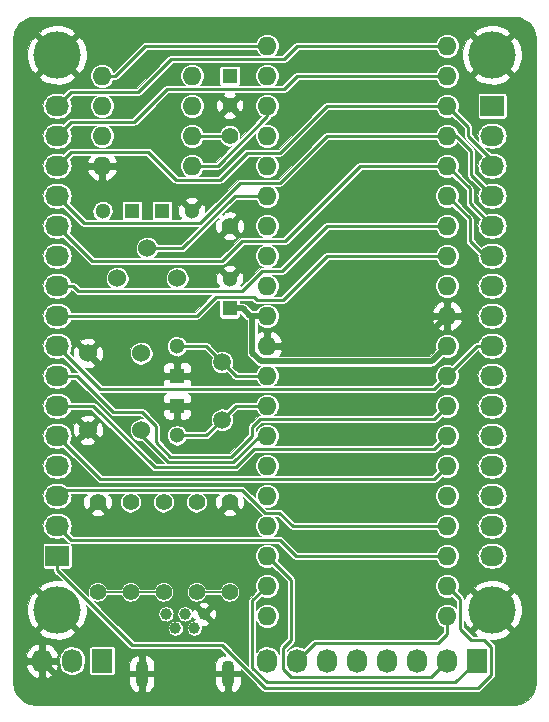
<source format=gbl>
G04 #@! TF.FileFunction,Copper,L2,Bot,Signal*
%FSLAX46Y46*%
G04 Gerber Fmt 4.6, Leading zero omitted, Abs format (unit mm)*
G04 Created by KiCad (PCBNEW 4.0.4-stable) date 01/10/17 10:34:53*
%MOMM*%
%LPD*%
G01*
G04 APERTURE LIST*
%ADD10C,0.100000*%
%ADD11O,1.100000X2.300000*%
%ADD12C,1.000000*%
%ADD13R,1.300000X1.300000*%
%ADD14C,1.300000*%
%ADD15O,1.600000X1.600000*%
%ADD16R,2.032000X1.727200*%
%ADD17O,2.032000X1.727200*%
%ADD18R,1.727200X2.032000*%
%ADD19O,1.727200X2.032000*%
%ADD20C,4.000000*%
%ADD21C,1.524000*%
%ADD22C,1.501140*%
%ADD23C,1.397000*%
%ADD24C,0.500000*%
%ADD25C,0.250000*%
%ADD26C,0.200000*%
%ADD27C,0.025400*%
G04 APERTURE END LIST*
D10*
D11*
X133850400Y-116649500D03*
X126550400Y-116649500D03*
D12*
X131000400Y-112799500D03*
X129400400Y-112799500D03*
X131800400Y-111599500D03*
X130200400Y-111599500D03*
X128600400Y-111599500D03*
D13*
X133985000Y-85725000D03*
D14*
X133985000Y-83225000D03*
D13*
X129540000Y-91440000D03*
D14*
X129540000Y-88940000D03*
D13*
X129540000Y-93980000D03*
D14*
X129540000Y-96480000D03*
D13*
X125730000Y-77470000D03*
D14*
X123230000Y-77470000D03*
D13*
X128270000Y-77470000D03*
D14*
X130770000Y-77470000D03*
D13*
X133985000Y-66040000D03*
D14*
X133985000Y-68540000D03*
D15*
X137160000Y-63500000D03*
X137160000Y-66040000D03*
X137160000Y-68580000D03*
X137160000Y-71120000D03*
X137160000Y-73660000D03*
X137160000Y-76200000D03*
X137160000Y-78740000D03*
X137160000Y-81280000D03*
X137160000Y-83820000D03*
X137160000Y-86360000D03*
X137160000Y-88900000D03*
X137160000Y-91440000D03*
X137160000Y-93980000D03*
X137160000Y-96520000D03*
X137160000Y-99060000D03*
X137160000Y-101600000D03*
X137160000Y-104140000D03*
X137160000Y-106680000D03*
X137160000Y-109220000D03*
X137160000Y-111760000D03*
X152400000Y-111760000D03*
X152400000Y-109220000D03*
X152400000Y-106680000D03*
X152400000Y-104140000D03*
X152400000Y-101600000D03*
X152400000Y-99060000D03*
X152400000Y-96520000D03*
X152400000Y-93980000D03*
X152400000Y-91440000D03*
X152400000Y-88900000D03*
X152400000Y-86360000D03*
X152400000Y-83820000D03*
X152400000Y-81280000D03*
X152400000Y-78740000D03*
X152400000Y-76200000D03*
X152400000Y-73660000D03*
X152400000Y-71120000D03*
X152400000Y-68580000D03*
X152400000Y-66040000D03*
X152400000Y-63500000D03*
D16*
X119380000Y-106680000D03*
D17*
X119380000Y-104140000D03*
X119380000Y-101600000D03*
X119380000Y-99060000D03*
X119380000Y-96520000D03*
X119380000Y-93980000D03*
X119380000Y-91440000D03*
X119380000Y-88900000D03*
X119380000Y-86360000D03*
X119380000Y-83820000D03*
X119380000Y-81280000D03*
X119380000Y-78740000D03*
X119380000Y-76200000D03*
X119380000Y-73660000D03*
X119380000Y-71120000D03*
X119380000Y-68580000D03*
D18*
X154940000Y-115570000D03*
D19*
X152400000Y-115570000D03*
X149860000Y-115570000D03*
X147320000Y-115570000D03*
X144780000Y-115570000D03*
X142240000Y-115570000D03*
X139700000Y-115570000D03*
X137160000Y-115570000D03*
D20*
X119380000Y-64262000D03*
X156210000Y-64262000D03*
X156210000Y-111252000D03*
X119380000Y-111252000D03*
D16*
X156210000Y-68580000D03*
D17*
X156210000Y-71120000D03*
X156210000Y-73660000D03*
X156210000Y-76200000D03*
X156210000Y-78740000D03*
X156210000Y-81280000D03*
X156210000Y-83820000D03*
X156210000Y-86360000D03*
X156210000Y-88900000D03*
X156210000Y-91440000D03*
X156210000Y-93980000D03*
X156210000Y-96520000D03*
X156210000Y-99060000D03*
X156210000Y-101600000D03*
X156210000Y-104140000D03*
X156210000Y-106680000D03*
D21*
X127000000Y-80645000D03*
X124460000Y-83185000D03*
X129540000Y-83185000D03*
D15*
X123190000Y-66040000D03*
X123190000Y-68580000D03*
X123190000Y-71120000D03*
X123190000Y-73660000D03*
X130810000Y-73660000D03*
X130810000Y-71120000D03*
X130810000Y-68580000D03*
X130810000Y-66040000D03*
D22*
X133350000Y-90269060D03*
X133350000Y-95150940D03*
D23*
X122809000Y-109728000D03*
X122809000Y-102108000D03*
X133985000Y-109728000D03*
X133985000Y-102108000D03*
X128397000Y-109728000D03*
X128397000Y-102108000D03*
X131191000Y-109728000D03*
X131191000Y-102108000D03*
X125603000Y-109728000D03*
X125603000Y-102108000D03*
X133985000Y-71120000D03*
X133985000Y-78740000D03*
D21*
X126492000Y-89512000D03*
X126492000Y-96012000D03*
X121992000Y-89512000D03*
X121992000Y-96012000D03*
D18*
X123190000Y-115570000D03*
D19*
X120650000Y-115570000D03*
X118110000Y-115570000D03*
D24*
X138557000Y-90189600D02*
X151110400Y-90189600D01*
X151110400Y-90189600D02*
X152400000Y-88900000D01*
X137160000Y-86360000D02*
X135909700Y-86360000D01*
X135720300Y-86360000D02*
X135085300Y-85725000D01*
X135909700Y-86360000D02*
X135720300Y-86360000D01*
X133985000Y-85725000D02*
X135085300Y-85725000D01*
X135909700Y-89467200D02*
X135909700Y-86360000D01*
X136632100Y-90189600D02*
X135909700Y-89467200D01*
X138557000Y-90189600D02*
X136632100Y-90189600D01*
X126550400Y-116649500D02*
X125082300Y-116649500D01*
X125082300Y-116649500D02*
X124695400Y-117036400D01*
X137160000Y-88900000D02*
X149860000Y-88900000D01*
X149860000Y-88900000D02*
X152400000Y-86360000D01*
X132827000Y-103266000D02*
X133985000Y-102108000D01*
X123967000Y-103266000D02*
X132827000Y-103266000D01*
X122809000Y-102108000D02*
X123967000Y-103266000D01*
X119576400Y-117036400D02*
X124695400Y-117036400D01*
X118110000Y-115570000D02*
X119576400Y-117036400D01*
X123920000Y-91440000D02*
X129540000Y-91440000D01*
X121992000Y-89512000D02*
X123920000Y-91440000D01*
X126960000Y-73660000D02*
X130770000Y-77470000D01*
X123190000Y-73660000D02*
X126960000Y-73660000D01*
D25*
X132021000Y-88940000D02*
X133350000Y-90269100D01*
X129540000Y-88940000D02*
X132021000Y-88940000D01*
X134521000Y-91440000D02*
X133350000Y-90269100D01*
X137160000Y-91440000D02*
X134521000Y-91440000D01*
X132021000Y-96480000D02*
X133350000Y-95150900D01*
X129540000Y-96480000D02*
X132021000Y-96480000D01*
X134521000Y-93980000D02*
X133350000Y-95150900D01*
X137160000Y-93980000D02*
X134521000Y-93980000D01*
X133985000Y-71120000D02*
X130810000Y-71120000D01*
D26*
X122809000Y-109728000D02*
X125603000Y-109728000D01*
X128397000Y-109728000D02*
X125603000Y-109728000D01*
X133985000Y-109728000D02*
X131191000Y-109728000D01*
D25*
X126855300Y-63500000D02*
X137160000Y-63500000D01*
X124315300Y-66040000D02*
X126855300Y-63500000D01*
X123190000Y-66040000D02*
X124315300Y-66040000D01*
X132334000Y-73660000D02*
X132969000Y-73660000D01*
X137160000Y-69469000D02*
X137160000Y-68580000D01*
X132969000Y-73660000D02*
X137160000Y-69469000D01*
X130810000Y-73660000D02*
X132334000Y-73660000D01*
X147447000Y-114046000D02*
X151638000Y-114046000D01*
X152400000Y-113284000D02*
X152400000Y-111760000D01*
X151638000Y-114046000D02*
X152400000Y-113284000D01*
X141224000Y-114046000D02*
X147447000Y-114046000D01*
X141224000Y-114046000D02*
X139700000Y-115570000D01*
X134422400Y-76200000D02*
X137160000Y-76200000D01*
X129977400Y-80645000D02*
X134422400Y-76200000D01*
X127000000Y-80645000D02*
X129977400Y-80645000D01*
X126492000Y-96012000D02*
X126492000Y-96450998D01*
X126492000Y-96450998D02*
X128778000Y-98736998D01*
X134311304Y-98736998D02*
X136528302Y-96520000D01*
X128778000Y-98736998D02*
X134311304Y-98736998D01*
X136528302Y-96520000D02*
X137160000Y-96520000D01*
X126492000Y-96012000D02*
X126492000Y-96393000D01*
X156210000Y-88900000D02*
X154940000Y-88900000D01*
X154940000Y-88900000D02*
X152400000Y-91440000D01*
X147828000Y-92572600D02*
X151267400Y-92572600D01*
X151267400Y-92572600D02*
X152400000Y-91440000D01*
X119380000Y-88900000D02*
X120568900Y-90088900D01*
X123052600Y-92572600D02*
X120568900Y-90088900D01*
X147828000Y-92572600D02*
X123052600Y-92572600D01*
X148209000Y-95105300D02*
X151274700Y-95105300D01*
X151274700Y-95105300D02*
X152400000Y-93980000D01*
X127728700Y-96520000D02*
X127728700Y-97051300D01*
X138430000Y-95123000D02*
X138430000Y-95105300D01*
X136525000Y-95123000D02*
X138430000Y-95123000D01*
X135890000Y-95758000D02*
X136525000Y-95123000D01*
X135890000Y-96521904D02*
X135890000Y-95758000D01*
X134124908Y-98286996D02*
X135890000Y-96521904D01*
X128964396Y-98286996D02*
X134124908Y-98286996D01*
X127728700Y-97051300D02*
X128964396Y-98286996D01*
X127728700Y-96012000D02*
X127728700Y-96520000D01*
X127728700Y-96012000D02*
X127728700Y-95665100D01*
X138430000Y-95105300D02*
X148209000Y-95105300D01*
X126580200Y-94516600D02*
X127728700Y-95665100D01*
X124153300Y-94516600D02*
X126580200Y-94516600D01*
X121076700Y-91440000D02*
X124153300Y-94516600D01*
X119380000Y-91440000D02*
X121076700Y-91440000D01*
X147320000Y-97645300D02*
X151274700Y-97645300D01*
X136039400Y-97645300D02*
X147320000Y-97645300D01*
X151274700Y-97645300D02*
X152400000Y-96520000D01*
X119380000Y-93980000D02*
X122428000Y-93980000D01*
X122428000Y-93980000D02*
X127635000Y-99187000D01*
X127635000Y-99187000D02*
X134497700Y-99187000D01*
X134497700Y-99187000D02*
X136039400Y-97645300D01*
X135299600Y-98385100D02*
X136039400Y-97645300D01*
X147447000Y-100185300D02*
X151274700Y-100185300D01*
X151274700Y-100185300D02*
X152400000Y-99060000D01*
X119380000Y-96520000D02*
X122174000Y-99314000D01*
X123045300Y-100185300D02*
X147447000Y-100185300D01*
X122174000Y-99314000D02*
X123045300Y-100185300D01*
X152400000Y-104140000D02*
X139319000Y-104140000D01*
X139319000Y-104140000D02*
X138193700Y-103014700D01*
X135006400Y-101068700D02*
X122428000Y-101068700D01*
X136952400Y-103014700D02*
X135006400Y-101068700D01*
X138193700Y-103014700D02*
X136952400Y-103014700D01*
X122428000Y-101068700D02*
X119911300Y-101068700D01*
X119911300Y-101068700D02*
X119380000Y-101600000D01*
X152400000Y-106680000D02*
X139573000Y-106680000D01*
X139573000Y-106680000D02*
X138221900Y-105328900D01*
X123190000Y-105328900D02*
X120568900Y-105328900D01*
X120568900Y-105328900D02*
X119380000Y-104140000D01*
X138221900Y-105328900D02*
X123190000Y-105328900D01*
X153525300Y-111125000D02*
X153525300Y-112885300D01*
X154418300Y-113778300D02*
X155553100Y-113778300D01*
X153525300Y-112885300D02*
X154418300Y-113778300D01*
X153525300Y-111125000D02*
X153525300Y-110345300D01*
X153525300Y-110345300D02*
X152400000Y-109220000D01*
X119380000Y-106680000D02*
X119380000Y-107868900D01*
X156132800Y-114358000D02*
X155553100Y-113778300D01*
X156132800Y-116735300D02*
X156132800Y-114358000D01*
X155023100Y-117845000D02*
X156132800Y-116735300D01*
X136948500Y-117845000D02*
X155023100Y-117845000D01*
X133332100Y-114228600D02*
X136948500Y-117845000D01*
X125739700Y-114228600D02*
X133332100Y-114228600D01*
X119380000Y-107868900D02*
X125739700Y-114228600D01*
X152400000Y-81280000D02*
X142240000Y-81280000D01*
X142240000Y-81280000D02*
X138519100Y-85000900D01*
X138519100Y-85000900D02*
X136308900Y-85000900D01*
X134239000Y-84733800D02*
X136041800Y-84733800D01*
X136041800Y-84733800D02*
X136308900Y-85000900D01*
X119380000Y-86360000D02*
X131191000Y-86360000D01*
X131191000Y-86360000D02*
X132817200Y-84733800D01*
X119380000Y-86360000D02*
X119634000Y-86360000D01*
X134907800Y-84733800D02*
X134239000Y-84733800D01*
X134239000Y-84733800D02*
X132817200Y-84733800D01*
X152400000Y-78740000D02*
X142240000Y-78740000D01*
X142240000Y-78740000D02*
X138425100Y-82554900D01*
X119380000Y-83820000D02*
X120720902Y-83820000D01*
X121184700Y-84283798D02*
X121184700Y-84283400D01*
X120720902Y-83820000D02*
X121184700Y-84283798D01*
X121184700Y-84283400D02*
X121184700Y-84283400D01*
X135041700Y-84283400D02*
X121184700Y-84283400D01*
X136770200Y-82554900D02*
X135041700Y-84283400D01*
X138425100Y-82554900D02*
X136770200Y-82554900D01*
X156210000Y-81280000D02*
X155575000Y-81280000D01*
X155575000Y-81280000D02*
X154305000Y-80010000D01*
X154305000Y-78105000D02*
X152400000Y-76200000D01*
X154305000Y-80010000D02*
X154305000Y-78105000D01*
X152400000Y-73660000D02*
X145034000Y-73660000D01*
X145034000Y-73660000D02*
X138684000Y-80010000D01*
X138684000Y-80010000D02*
X135066700Y-80010000D01*
X123571000Y-81733200D02*
X122373200Y-81733200D01*
X122373200Y-81733200D02*
X119380000Y-78740000D01*
X156210000Y-78740000D02*
X154305000Y-76835000D01*
X154305000Y-75565000D02*
X152400000Y-73660000D01*
X154305000Y-76835000D02*
X154305000Y-75565000D01*
X135066700Y-80010000D02*
X133343500Y-81733200D01*
X133343500Y-81733200D02*
X123571000Y-81733200D01*
X122373200Y-81733200D02*
X120568900Y-79928900D01*
X152400000Y-71120000D02*
X142240000Y-71120000D01*
X142240000Y-71120000D02*
X138285400Y-75074600D01*
X122936000Y-78481300D02*
X121661300Y-78481300D01*
X121661300Y-78481300D02*
X119380000Y-76200000D01*
X156210000Y-76200000D02*
X154432000Y-74422000D01*
X154432000Y-72390000D02*
X153162000Y-71120000D01*
X154432000Y-74422000D02*
X154432000Y-72390000D01*
X153162000Y-71120000D02*
X152400000Y-71120000D01*
X138285400Y-75074600D02*
X134909900Y-75074600D01*
X134909900Y-75074600D02*
X131503200Y-78481300D01*
X131503200Y-78481300D02*
X122936000Y-78481300D01*
X121661300Y-78481300D02*
X120568900Y-77388900D01*
X152400000Y-68580000D02*
X142240000Y-68580000D01*
X142240000Y-68580000D02*
X138285400Y-72534600D01*
X123698000Y-72471100D02*
X120568900Y-72471100D01*
X135479700Y-72534600D02*
X138285400Y-72534600D01*
X133181200Y-74833100D02*
X135479700Y-72534600D01*
X129443900Y-74833100D02*
X133181200Y-74833100D01*
X127081900Y-72471100D02*
X129443900Y-74833100D01*
X123698000Y-72471100D02*
X127081900Y-72471100D01*
X120568900Y-72471100D02*
X119380000Y-73660000D01*
X156210000Y-73660000D02*
X156210000Y-73152000D01*
X156210000Y-73152000D02*
X154178000Y-71120000D01*
X154178000Y-70358000D02*
X152400000Y-68580000D01*
X154178000Y-71120000D02*
X154178000Y-70358000D01*
X152400000Y-66040000D02*
X139700000Y-66040000D01*
X139700000Y-66040000D02*
X138574700Y-67165300D01*
X123571000Y-69931100D02*
X120568900Y-69931100D01*
X123571000Y-69931100D02*
X125882300Y-69931100D01*
X125882300Y-69931100D02*
X128648100Y-67165300D01*
X128648100Y-67165300D02*
X138574700Y-67165300D01*
X120568900Y-69931100D02*
X119380000Y-71120000D01*
X152400000Y-63500000D02*
X139700000Y-63500000D01*
X139700000Y-63500000D02*
X138574700Y-64625300D01*
X124079000Y-67391100D02*
X120568900Y-67391100D01*
X124079000Y-67391100D02*
X126251000Y-67391100D01*
X126251000Y-67391100D02*
X129016800Y-64625300D01*
X129016800Y-64625300D02*
X138574700Y-64625300D01*
X120568900Y-67391100D02*
X119380000Y-68580000D01*
X138502400Y-115824000D02*
X138502400Y-114481600D01*
X139192000Y-108712000D02*
X137160000Y-106680000D01*
X139192000Y-113792000D02*
X139192000Y-108712000D01*
X138502400Y-114481600D02*
X139192000Y-113792000D01*
X149860000Y-116944400D02*
X151025600Y-116944400D01*
X151025600Y-116944400D02*
X152400000Y-115570000D01*
X149860000Y-116944400D02*
X139208500Y-116944400D01*
X139208500Y-116944400D02*
X138502400Y-116238300D01*
X138502400Y-116238300D02*
X138502400Y-115824000D01*
X135919100Y-113284000D02*
X135919100Y-110460900D01*
X135919100Y-110460900D02*
X137160000Y-109220000D01*
X151130000Y-117394700D02*
X153115300Y-117394700D01*
X153115300Y-117394700D02*
X154940000Y-115570000D01*
X151130000Y-117394700D02*
X137135200Y-117394700D01*
X137135200Y-117394700D02*
X135919100Y-116178600D01*
X135919100Y-116178600D02*
X135919100Y-113284000D01*
D27*
G36*
X158465422Y-61095240D02*
X158802496Y-61197010D01*
X159113385Y-61362312D01*
X159386245Y-61584852D01*
X159610681Y-61856149D01*
X159778150Y-62165876D01*
X159882270Y-62502232D01*
X159919573Y-62857140D01*
X159919600Y-62865000D01*
X159919600Y-117470088D01*
X159884760Y-117825421D01*
X159782990Y-118162496D01*
X159617688Y-118473385D01*
X159395150Y-118746243D01*
X159123854Y-118970680D01*
X158814122Y-119138151D01*
X158477767Y-119242270D01*
X158122860Y-119279573D01*
X158114942Y-119279600D01*
X117479912Y-119279600D01*
X117124579Y-119244760D01*
X116787504Y-119142990D01*
X116476615Y-118977688D01*
X116203757Y-118755150D01*
X115979320Y-118483854D01*
X115811849Y-118174122D01*
X115707730Y-117837767D01*
X115670427Y-117482860D01*
X115670400Y-117474942D01*
X115670400Y-116025543D01*
X116764320Y-116025543D01*
X116849317Y-116282247D01*
X116982761Y-116517437D01*
X117159525Y-116722074D01*
X117372815Y-116888294D01*
X117614434Y-117009709D01*
X117658434Y-117030977D01*
X117868700Y-116953092D01*
X117868700Y-115811300D01*
X118351300Y-115811300D01*
X118351300Y-116953092D01*
X118561566Y-117030977D01*
X118605566Y-117009709D01*
X118842197Y-116890800D01*
X125479700Y-116890800D01*
X125479700Y-117490800D01*
X125547348Y-117695047D01*
X125653543Y-117882172D01*
X125794204Y-118044984D01*
X125963925Y-118177226D01*
X126148885Y-118242064D01*
X126309100Y-118158544D01*
X126309100Y-116890800D01*
X126791700Y-116890800D01*
X126791700Y-118158544D01*
X126951915Y-118242064D01*
X127136875Y-118177226D01*
X127306596Y-118044984D01*
X127447257Y-117882172D01*
X127553452Y-117695047D01*
X127621100Y-117490800D01*
X127621100Y-116890800D01*
X132779700Y-116890800D01*
X132779700Y-117490800D01*
X132847348Y-117695047D01*
X132953543Y-117882172D01*
X133094204Y-118044984D01*
X133263925Y-118177226D01*
X133448885Y-118242064D01*
X133609100Y-118158544D01*
X133609100Y-116890800D01*
X134091700Y-116890800D01*
X134091700Y-118158544D01*
X134251915Y-118242064D01*
X134436875Y-118177226D01*
X134606596Y-118044984D01*
X134747257Y-117882172D01*
X134853452Y-117695047D01*
X134921100Y-117490800D01*
X134921100Y-116890800D01*
X134091700Y-116890800D01*
X133609100Y-116890800D01*
X132779700Y-116890800D01*
X127621100Y-116890800D01*
X126791700Y-116890800D01*
X126309100Y-116890800D01*
X125479700Y-116890800D01*
X118842197Y-116890800D01*
X118847185Y-116888294D01*
X119060475Y-116722074D01*
X119237239Y-116517437D01*
X119370683Y-116282247D01*
X119455680Y-116025543D01*
X119356359Y-115811300D01*
X118351300Y-115811300D01*
X117868700Y-115811300D01*
X116863641Y-115811300D01*
X116764320Y-116025543D01*
X115670400Y-116025543D01*
X115670400Y-115411655D01*
X119573700Y-115411655D01*
X119573700Y-115728345D01*
X119594198Y-115937399D01*
X119654911Y-116138491D01*
X119753527Y-116323960D01*
X119886289Y-116486743D01*
X120048141Y-116620638D01*
X120232917Y-116720546D01*
X120433580Y-116782662D01*
X120642486Y-116804619D01*
X120851679Y-116785581D01*
X121053189Y-116726273D01*
X121239342Y-116628954D01*
X121403048Y-116497332D01*
X121538070Y-116336419D01*
X121639265Y-116152345D01*
X121702780Y-115952120D01*
X121726195Y-115743372D01*
X121726300Y-115728345D01*
X121726300Y-115411655D01*
X121705802Y-115202601D01*
X121645089Y-115001509D01*
X121546473Y-114816040D01*
X121413711Y-114653257D01*
X121293730Y-114554000D01*
X122112671Y-114554000D01*
X122112671Y-116586000D01*
X122115372Y-116619872D01*
X122133163Y-116677322D01*
X122166255Y-116727541D01*
X122212028Y-116766552D01*
X122266857Y-116791267D01*
X122326400Y-116799729D01*
X124053600Y-116799729D01*
X124087472Y-116797028D01*
X124144922Y-116779237D01*
X124195141Y-116746145D01*
X124234152Y-116700372D01*
X124258867Y-116645543D01*
X124267329Y-116586000D01*
X124267329Y-115808200D01*
X125479700Y-115808200D01*
X125479700Y-116408200D01*
X126309100Y-116408200D01*
X126309100Y-115140456D01*
X126791700Y-115140456D01*
X126791700Y-116408200D01*
X127621100Y-116408200D01*
X127621100Y-115808200D01*
X127553452Y-115603953D01*
X127447257Y-115416828D01*
X127306596Y-115254016D01*
X127136875Y-115121774D01*
X126951915Y-115056936D01*
X126791700Y-115140456D01*
X126309100Y-115140456D01*
X126148885Y-115056936D01*
X125963925Y-115121774D01*
X125794204Y-115254016D01*
X125653543Y-115416828D01*
X125547348Y-115603953D01*
X125479700Y-115808200D01*
X124267329Y-115808200D01*
X124267329Y-114554000D01*
X124264628Y-114520128D01*
X124246837Y-114462678D01*
X124213745Y-114412459D01*
X124167972Y-114373448D01*
X124113143Y-114348733D01*
X124053600Y-114340271D01*
X122326400Y-114340271D01*
X122292528Y-114342972D01*
X122235078Y-114360763D01*
X122184859Y-114393855D01*
X122145848Y-114439628D01*
X122121133Y-114494457D01*
X122112671Y-114554000D01*
X121293730Y-114554000D01*
X121251859Y-114519362D01*
X121067083Y-114419454D01*
X120866420Y-114357338D01*
X120657514Y-114335381D01*
X120448321Y-114354419D01*
X120246811Y-114413727D01*
X120060658Y-114511046D01*
X119896952Y-114642668D01*
X119761930Y-114803581D01*
X119660735Y-114987655D01*
X119597220Y-115187880D01*
X119573805Y-115396628D01*
X119573700Y-115411655D01*
X115670400Y-115411655D01*
X115670400Y-115114457D01*
X116764320Y-115114457D01*
X116863641Y-115328700D01*
X117868700Y-115328700D01*
X117868700Y-114186908D01*
X118351300Y-114186908D01*
X118351300Y-115328700D01*
X119356359Y-115328700D01*
X119455680Y-115114457D01*
X119370683Y-114857753D01*
X119237239Y-114622563D01*
X119060475Y-114417926D01*
X118847185Y-114251706D01*
X118605566Y-114130291D01*
X118561566Y-114109023D01*
X118351300Y-114186908D01*
X117868700Y-114186908D01*
X117658434Y-114109023D01*
X117614434Y-114130291D01*
X117372815Y-114251706D01*
X117159525Y-114417926D01*
X116982761Y-114622563D01*
X116849317Y-114857753D01*
X116764320Y-115114457D01*
X115670400Y-115114457D01*
X115670400Y-113113017D01*
X117860233Y-113113017D01*
X118093187Y-113433669D01*
X118543536Y-113642794D01*
X119026029Y-113760041D01*
X119522126Y-113780907D01*
X120012760Y-113704587D01*
X120479077Y-113534016D01*
X120666813Y-113433669D01*
X120899767Y-113113017D01*
X119380000Y-111593250D01*
X117860233Y-113113017D01*
X115670400Y-113113017D01*
X115670400Y-111394126D01*
X116851093Y-111394126D01*
X116927413Y-111884760D01*
X117097984Y-112351077D01*
X117198331Y-112538813D01*
X117518983Y-112771767D01*
X119038750Y-111252000D01*
X117518983Y-109732233D01*
X117198331Y-109965187D01*
X116989206Y-110415536D01*
X116871959Y-110898029D01*
X116851093Y-111394126D01*
X115670400Y-111394126D01*
X115670400Y-109390983D01*
X117860233Y-109390983D01*
X119380000Y-110910750D01*
X119394142Y-110896608D01*
X119735392Y-111237858D01*
X119721250Y-111252000D01*
X121241017Y-112771767D01*
X121561669Y-112538813D01*
X121770794Y-112088464D01*
X121888041Y-111605971D01*
X121908907Y-111109874D01*
X121865713Y-110832193D01*
X125500910Y-114467390D01*
X125525052Y-114487221D01*
X125548911Y-114507241D01*
X125550465Y-114508095D01*
X125551839Y-114509224D01*
X125579361Y-114523981D01*
X125606666Y-114538992D01*
X125608357Y-114539529D01*
X125609923Y-114540368D01*
X125639796Y-114549501D01*
X125669488Y-114558920D01*
X125671248Y-114559117D01*
X125672951Y-114559638D01*
X125704034Y-114562795D01*
X125734985Y-114566267D01*
X125738455Y-114566291D01*
X125738521Y-114566298D01*
X125738583Y-114566292D01*
X125739700Y-114566300D01*
X133192220Y-114566300D01*
X133609098Y-114983178D01*
X133609098Y-115140455D01*
X133448885Y-115056936D01*
X133263925Y-115121774D01*
X133094204Y-115254016D01*
X132953543Y-115416828D01*
X132847348Y-115603953D01*
X132779700Y-115808200D01*
X132779700Y-116408200D01*
X133609100Y-116408200D01*
X133609100Y-116388200D01*
X134091700Y-116388200D01*
X134091700Y-116408200D01*
X134921100Y-116408200D01*
X134921100Y-116295180D01*
X136709710Y-118083790D01*
X136733852Y-118103621D01*
X136757711Y-118123641D01*
X136759265Y-118124495D01*
X136760639Y-118125624D01*
X136788161Y-118140381D01*
X136815466Y-118155392D01*
X136817157Y-118155929D01*
X136818723Y-118156768D01*
X136848596Y-118165901D01*
X136878288Y-118175320D01*
X136880048Y-118175517D01*
X136881751Y-118176038D01*
X136912834Y-118179195D01*
X136943785Y-118182667D01*
X136947255Y-118182691D01*
X136947321Y-118182698D01*
X136947383Y-118182692D01*
X136948500Y-118182700D01*
X155023100Y-118182700D01*
X155054196Y-118179651D01*
X155085221Y-118176937D01*
X155086923Y-118176443D01*
X155088693Y-118176269D01*
X155118550Y-118167254D01*
X155148511Y-118158550D01*
X155150091Y-118157731D01*
X155151787Y-118157219D01*
X155179325Y-118142577D01*
X155207024Y-118128219D01*
X155208409Y-118127113D01*
X155209980Y-118126278D01*
X155234158Y-118106559D01*
X155258533Y-118087101D01*
X155261006Y-118084662D01*
X155261055Y-118084622D01*
X155261093Y-118084576D01*
X155261890Y-118083790D01*
X156371590Y-116974090D01*
X156391421Y-116949948D01*
X156411441Y-116926089D01*
X156412295Y-116924535D01*
X156413424Y-116923161D01*
X156428181Y-116895639D01*
X156443192Y-116868334D01*
X156443729Y-116866643D01*
X156444568Y-116865077D01*
X156453701Y-116835204D01*
X156463120Y-116805512D01*
X156463317Y-116803752D01*
X156463838Y-116802049D01*
X156466995Y-116770966D01*
X156470467Y-116740015D01*
X156470491Y-116736545D01*
X156470498Y-116736479D01*
X156470492Y-116736417D01*
X156470500Y-116735300D01*
X156470500Y-114358000D01*
X156467450Y-114326895D01*
X156464737Y-114295880D01*
X156464243Y-114294178D01*
X156464069Y-114292407D01*
X156455051Y-114262538D01*
X156446350Y-114232589D01*
X156445531Y-114231009D01*
X156445019Y-114229313D01*
X156430377Y-114201775D01*
X156416019Y-114174076D01*
X156414913Y-114172691D01*
X156414078Y-114171120D01*
X156394339Y-114146918D01*
X156374901Y-114122568D01*
X156372464Y-114120096D01*
X156372422Y-114120045D01*
X156372375Y-114120006D01*
X156371590Y-114119210D01*
X156019288Y-113766908D01*
X156352126Y-113780907D01*
X156842760Y-113704587D01*
X157309077Y-113534016D01*
X157496813Y-113433669D01*
X157729767Y-113113017D01*
X156210000Y-111593250D01*
X154690233Y-113113017D01*
X154923187Y-113433669D01*
X154938113Y-113440600D01*
X154558180Y-113440600D01*
X153863000Y-112745420D01*
X153863000Y-112173420D01*
X153927984Y-112351077D01*
X154028331Y-112538813D01*
X154348983Y-112771767D01*
X155868750Y-111252000D01*
X156551250Y-111252000D01*
X158071017Y-112771767D01*
X158391669Y-112538813D01*
X158600794Y-112088464D01*
X158718041Y-111605971D01*
X158738907Y-111109874D01*
X158662587Y-110619240D01*
X158492016Y-110152923D01*
X158391669Y-109965187D01*
X158071017Y-109732233D01*
X156551250Y-111252000D01*
X155868750Y-111252000D01*
X154348983Y-109732233D01*
X154028331Y-109965187D01*
X153861051Y-110325423D01*
X153859950Y-110314195D01*
X153857237Y-110283180D01*
X153856743Y-110281478D01*
X153856569Y-110279707D01*
X153847551Y-110249838D01*
X153838850Y-110219889D01*
X153838031Y-110218309D01*
X153837519Y-110216613D01*
X153822877Y-110189075D01*
X153808519Y-110161376D01*
X153807413Y-110159991D01*
X153806578Y-110158420D01*
X153786839Y-110134218D01*
X153767401Y-110109868D01*
X153764964Y-110107396D01*
X153764922Y-110107345D01*
X153764875Y-110107306D01*
X153764090Y-110106510D01*
X153314447Y-109656867D01*
X153338471Y-109612437D01*
X153396916Y-109423632D01*
X153400347Y-109390983D01*
X154690233Y-109390983D01*
X156210000Y-110910750D01*
X157729767Y-109390983D01*
X157496813Y-109070331D01*
X157046464Y-108861206D01*
X156563971Y-108743959D01*
X156067874Y-108723093D01*
X155577240Y-108799413D01*
X155110923Y-108969984D01*
X154923187Y-109070331D01*
X154690233Y-109390983D01*
X153400347Y-109390983D01*
X153417575Y-109227070D01*
X153399662Y-109030239D01*
X153343859Y-108840636D01*
X153252291Y-108665483D01*
X153128446Y-108511451D01*
X152977042Y-108384408D01*
X152803845Y-108289192D01*
X152615452Y-108229430D01*
X152419040Y-108207399D01*
X152404900Y-108207300D01*
X152395100Y-108207300D01*
X152198399Y-108226587D01*
X152009190Y-108283712D01*
X151834680Y-108376501D01*
X151681517Y-108501418D01*
X151555534Y-108653705D01*
X151461529Y-108827563D01*
X151403084Y-109016368D01*
X151382425Y-109212930D01*
X151400338Y-109409761D01*
X151456141Y-109599364D01*
X151547709Y-109774517D01*
X151671554Y-109928549D01*
X151822958Y-110055592D01*
X151996155Y-110150808D01*
X152184548Y-110210570D01*
X152380960Y-110232601D01*
X152395100Y-110232700D01*
X152404900Y-110232700D01*
X152601601Y-110213413D01*
X152790810Y-110156288D01*
X152835138Y-110132718D01*
X153187600Y-110485180D01*
X153187600Y-111125024D01*
X153128446Y-111051451D01*
X152977042Y-110924408D01*
X152803845Y-110829192D01*
X152615452Y-110769430D01*
X152419040Y-110747399D01*
X152404900Y-110747300D01*
X152395100Y-110747300D01*
X152198399Y-110766587D01*
X152009190Y-110823712D01*
X151834680Y-110916501D01*
X151681517Y-111041418D01*
X151555534Y-111193705D01*
X151461529Y-111367563D01*
X151403084Y-111556368D01*
X151382425Y-111752930D01*
X151400338Y-111949761D01*
X151456141Y-112139364D01*
X151547709Y-112314517D01*
X151671554Y-112468549D01*
X151822958Y-112595592D01*
X151996155Y-112690808D01*
X152062300Y-112711791D01*
X152062300Y-113144120D01*
X151498120Y-113708300D01*
X141224000Y-113708300D01*
X141192904Y-113711349D01*
X141161879Y-113714063D01*
X141160177Y-113714557D01*
X141158407Y-113714731D01*
X141128504Y-113723760D01*
X141098589Y-113732451D01*
X141097014Y-113733267D01*
X141095313Y-113733781D01*
X141067740Y-113748442D01*
X141040076Y-113762781D01*
X141038691Y-113763887D01*
X141037120Y-113764722D01*
X141012912Y-113784466D01*
X140988567Y-113803900D01*
X140986096Y-113806336D01*
X140986045Y-113806378D01*
X140986006Y-113806425D01*
X140985210Y-113807210D01*
X140283166Y-114509254D01*
X140117083Y-114419454D01*
X139916420Y-114357338D01*
X139707514Y-114335381D01*
X139498321Y-114354419D01*
X139296811Y-114413727D01*
X139110658Y-114511046D01*
X138946952Y-114642668D01*
X138840100Y-114770009D01*
X138840100Y-114621480D01*
X139430790Y-114030790D01*
X139450621Y-114006648D01*
X139470641Y-113982789D01*
X139471495Y-113981235D01*
X139472624Y-113979861D01*
X139487371Y-113952357D01*
X139502392Y-113925034D01*
X139502929Y-113923340D01*
X139503768Y-113921776D01*
X139512897Y-113891918D01*
X139522320Y-113862212D01*
X139522517Y-113860451D01*
X139523038Y-113858749D01*
X139526195Y-113827666D01*
X139529667Y-113796715D01*
X139529691Y-113793245D01*
X139529698Y-113793179D01*
X139529692Y-113793117D01*
X139529700Y-113792000D01*
X139529700Y-108712000D01*
X139526651Y-108680904D01*
X139523937Y-108649879D01*
X139523443Y-108648177D01*
X139523269Y-108646407D01*
X139514254Y-108616550D01*
X139505550Y-108586589D01*
X139504731Y-108585009D01*
X139504219Y-108583313D01*
X139489577Y-108555775D01*
X139475219Y-108528076D01*
X139474113Y-108526691D01*
X139473278Y-108525120D01*
X139453559Y-108500942D01*
X139434101Y-108476567D01*
X139431662Y-108474094D01*
X139431622Y-108474045D01*
X139431576Y-108474007D01*
X139430790Y-108473210D01*
X138074447Y-107116867D01*
X138098471Y-107072437D01*
X138156916Y-106883632D01*
X138177575Y-106687070D01*
X138159662Y-106490239D01*
X138103859Y-106300636D01*
X138012291Y-106125483D01*
X137888446Y-105971451D01*
X137737042Y-105844408D01*
X137563845Y-105749192D01*
X137375452Y-105689430D01*
X137179040Y-105667399D01*
X137164900Y-105667300D01*
X137155100Y-105667300D01*
X136958399Y-105686587D01*
X136769190Y-105743712D01*
X136594680Y-105836501D01*
X136441517Y-105961418D01*
X136315534Y-106113705D01*
X136221529Y-106287563D01*
X136163084Y-106476368D01*
X136142425Y-106672930D01*
X136160338Y-106869761D01*
X136216141Y-107059364D01*
X136307709Y-107234517D01*
X136431554Y-107388549D01*
X136582958Y-107515592D01*
X136756155Y-107610808D01*
X136944548Y-107670570D01*
X137140960Y-107692601D01*
X137155100Y-107692700D01*
X137164900Y-107692700D01*
X137361601Y-107673413D01*
X137550810Y-107616288D01*
X137595138Y-107592718D01*
X138854300Y-108851880D01*
X138854300Y-113652120D01*
X138263610Y-114242810D01*
X138243779Y-114266952D01*
X138223759Y-114290811D01*
X138222905Y-114292365D01*
X138221776Y-114293739D01*
X138207019Y-114321261D01*
X138192008Y-114348566D01*
X138191471Y-114350257D01*
X138190632Y-114351823D01*
X138181499Y-114381696D01*
X138172080Y-114411388D01*
X138171883Y-114413148D01*
X138171362Y-114414851D01*
X138168205Y-114445934D01*
X138164733Y-114476885D01*
X138164709Y-114480355D01*
X138164702Y-114480421D01*
X138164708Y-114480483D01*
X138164700Y-114481600D01*
X138164700Y-115033342D01*
X138155089Y-115001509D01*
X138056473Y-114816040D01*
X137923711Y-114653257D01*
X137761859Y-114519362D01*
X137577083Y-114419454D01*
X137376420Y-114357338D01*
X137167514Y-114335381D01*
X136958321Y-114354419D01*
X136756811Y-114413727D01*
X136570658Y-114511046D01*
X136406952Y-114642668D01*
X136271930Y-114803581D01*
X136256800Y-114831103D01*
X136256800Y-112217137D01*
X136307709Y-112314517D01*
X136431554Y-112468549D01*
X136582958Y-112595592D01*
X136756155Y-112690808D01*
X136944548Y-112750570D01*
X137140960Y-112772601D01*
X137155100Y-112772700D01*
X137164900Y-112772700D01*
X137361601Y-112753413D01*
X137550810Y-112696288D01*
X137725320Y-112603499D01*
X137878483Y-112478582D01*
X138004466Y-112326295D01*
X138098471Y-112152437D01*
X138156916Y-111963632D01*
X138177575Y-111767070D01*
X138159662Y-111570239D01*
X138103859Y-111380636D01*
X138012291Y-111205483D01*
X137888446Y-111051451D01*
X137737042Y-110924408D01*
X137563845Y-110829192D01*
X137375452Y-110769430D01*
X137179040Y-110747399D01*
X137164900Y-110747300D01*
X137155100Y-110747300D01*
X136958399Y-110766587D01*
X136769190Y-110823712D01*
X136594680Y-110916501D01*
X136441517Y-111041418D01*
X136315534Y-111193705D01*
X136256800Y-111302331D01*
X136256800Y-110600780D01*
X136724290Y-110133290D01*
X136756155Y-110150808D01*
X136944548Y-110210570D01*
X137140960Y-110232601D01*
X137155100Y-110232700D01*
X137164900Y-110232700D01*
X137361601Y-110213413D01*
X137550810Y-110156288D01*
X137725320Y-110063499D01*
X137878483Y-109938582D01*
X138004466Y-109786295D01*
X138098471Y-109612437D01*
X138156916Y-109423632D01*
X138177575Y-109227070D01*
X138159662Y-109030239D01*
X138103859Y-108840636D01*
X138012291Y-108665483D01*
X137888446Y-108511451D01*
X137737042Y-108384408D01*
X137563845Y-108289192D01*
X137375452Y-108229430D01*
X137179040Y-108207399D01*
X137164900Y-108207300D01*
X137155100Y-108207300D01*
X136958399Y-108226587D01*
X136769190Y-108283712D01*
X136594680Y-108376501D01*
X136441517Y-108501418D01*
X136315534Y-108653705D01*
X136221529Y-108827563D01*
X136163084Y-109016368D01*
X136142425Y-109212930D01*
X136160338Y-109409761D01*
X136216141Y-109599364D01*
X136245980Y-109656440D01*
X135680310Y-110222110D01*
X135660479Y-110246252D01*
X135640459Y-110270111D01*
X135639605Y-110271665D01*
X135638476Y-110273039D01*
X135623719Y-110300561D01*
X135608708Y-110327866D01*
X135608171Y-110329557D01*
X135607332Y-110331123D01*
X135598199Y-110360996D01*
X135588780Y-110390688D01*
X135588583Y-110392448D01*
X135588062Y-110394151D01*
X135584905Y-110425234D01*
X135581433Y-110456185D01*
X135581409Y-110459655D01*
X135581402Y-110459721D01*
X135581408Y-110459783D01*
X135581400Y-110460900D01*
X135581400Y-116000320D01*
X133570890Y-113989810D01*
X133546748Y-113969979D01*
X133522889Y-113949959D01*
X133521335Y-113949105D01*
X133519961Y-113947976D01*
X133492439Y-113933219D01*
X133465134Y-113918208D01*
X133463443Y-113917671D01*
X133461877Y-113916832D01*
X133432004Y-113907699D01*
X133402312Y-113898280D01*
X133400552Y-113898083D01*
X133398849Y-113897562D01*
X133367766Y-113894405D01*
X133336815Y-113890933D01*
X133333345Y-113890909D01*
X133333279Y-113890902D01*
X133333217Y-113890908D01*
X133332100Y-113890900D01*
X125879580Y-113890900D01*
X124841968Y-112853288D01*
X128759859Y-112853288D01*
X128782506Y-112976678D01*
X128828688Y-113093320D01*
X128896646Y-113198771D01*
X128983792Y-113289013D01*
X129086806Y-113360610D01*
X129201765Y-113410834D01*
X129324291Y-113437773D01*
X129449715Y-113440401D01*
X129573260Y-113418616D01*
X129690222Y-113373250D01*
X129796144Y-113306029D01*
X129886993Y-113219515D01*
X129959307Y-113117003D01*
X130010333Y-113002398D01*
X130038126Y-112880064D01*
X130040127Y-112736774D01*
X130015760Y-112613712D01*
X129967954Y-112497726D01*
X129898530Y-112393235D01*
X129810133Y-112304218D01*
X129706129Y-112234066D01*
X129590480Y-112185452D01*
X129467590Y-112160226D01*
X129342142Y-112159350D01*
X129218912Y-112182858D01*
X129102596Y-112229853D01*
X128997622Y-112298545D01*
X128907990Y-112386319D01*
X128837114Y-112489831D01*
X128787694Y-112605138D01*
X128761611Y-112727848D01*
X128759859Y-112853288D01*
X124841968Y-112853288D01*
X123641968Y-111653288D01*
X127959859Y-111653288D01*
X127982506Y-111776678D01*
X128028688Y-111893320D01*
X128096646Y-111998771D01*
X128183792Y-112089013D01*
X128286806Y-112160610D01*
X128401765Y-112210834D01*
X128524291Y-112237773D01*
X128649715Y-112240401D01*
X128773260Y-112218616D01*
X128890222Y-112173250D01*
X128996144Y-112106029D01*
X129086993Y-112019515D01*
X129159307Y-111917003D01*
X129210333Y-111802398D01*
X129238126Y-111680064D01*
X129238499Y-111653288D01*
X129559859Y-111653288D01*
X129582506Y-111776678D01*
X129628688Y-111893320D01*
X129696646Y-111998771D01*
X129783792Y-112089013D01*
X129886806Y-112160610D01*
X130001765Y-112210834D01*
X130124291Y-112237773D01*
X130249715Y-112240401D01*
X130373260Y-112218616D01*
X130490222Y-112173250D01*
X130596144Y-112106029D01*
X130686993Y-112019515D01*
X130759307Y-111917003D01*
X130801288Y-111822714D01*
X130852099Y-111990218D01*
X131020006Y-112038641D01*
X130904581Y-112154066D01*
X130915036Y-112164521D01*
X130818912Y-112182858D01*
X130702596Y-112229853D01*
X130597622Y-112298545D01*
X130507990Y-112386319D01*
X130437114Y-112489831D01*
X130387694Y-112605138D01*
X130361611Y-112727848D01*
X130359859Y-112853288D01*
X130382506Y-112976678D01*
X130428688Y-113093320D01*
X130496646Y-113198771D01*
X130583792Y-113289013D01*
X130686806Y-113360610D01*
X130801765Y-113410834D01*
X130924291Y-113437773D01*
X131049715Y-113440401D01*
X131173260Y-113418616D01*
X131290222Y-113373250D01*
X131396144Y-113306029D01*
X131486993Y-113219515D01*
X131559307Y-113117003D01*
X131610333Y-113002398D01*
X131638126Y-112880064D01*
X131640127Y-112736774D01*
X131615760Y-112613712D01*
X131612928Y-112606841D01*
X131802323Y-112625136D01*
X132002378Y-112605054D01*
X132191118Y-112547801D01*
X132239542Y-112379891D01*
X131800400Y-111940750D01*
X131786258Y-111954892D01*
X131445008Y-111613642D01*
X131459150Y-111599500D01*
X132141650Y-111599500D01*
X132580791Y-112038642D01*
X132748701Y-111990218D01*
X132806704Y-111797706D01*
X132826036Y-111597577D01*
X132805954Y-111397522D01*
X132748701Y-111208782D01*
X132580791Y-111160358D01*
X132141650Y-111599500D01*
X131459150Y-111599500D01*
X131020009Y-111160358D01*
X130852099Y-111208782D01*
X130801083Y-111378103D01*
X130767954Y-111297726D01*
X130698530Y-111193235D01*
X130610133Y-111104218D01*
X130506129Y-111034066D01*
X130390480Y-110985452D01*
X130267590Y-110960226D01*
X130142142Y-110959350D01*
X130018912Y-110982858D01*
X129902596Y-111029853D01*
X129797622Y-111098545D01*
X129707990Y-111186319D01*
X129637114Y-111289831D01*
X129587694Y-111405138D01*
X129561611Y-111527848D01*
X129559859Y-111653288D01*
X129238499Y-111653288D01*
X129240127Y-111536774D01*
X129215760Y-111413712D01*
X129167954Y-111297726D01*
X129098530Y-111193235D01*
X129010133Y-111104218D01*
X128906129Y-111034066D01*
X128790480Y-110985452D01*
X128667590Y-110960226D01*
X128542142Y-110959350D01*
X128418912Y-110982858D01*
X128302596Y-111029853D01*
X128197622Y-111098545D01*
X128107990Y-111186319D01*
X128037114Y-111289831D01*
X127987694Y-111405138D01*
X127961611Y-111527848D01*
X127959859Y-111653288D01*
X123641968Y-111653288D01*
X122807789Y-110819109D01*
X131361258Y-110819109D01*
X131800400Y-111258250D01*
X132239542Y-110819109D01*
X132191118Y-110651199D01*
X131998606Y-110593196D01*
X131798477Y-110573864D01*
X131598422Y-110593946D01*
X131409682Y-110651199D01*
X131361258Y-110819109D01*
X122807789Y-110819109D01*
X122493650Y-110504970D01*
X122548729Y-110529033D01*
X122709274Y-110564331D01*
X122873617Y-110567774D01*
X123035499Y-110539229D01*
X123188754Y-110479786D01*
X123327545Y-110391707D01*
X123446584Y-110278347D01*
X123541337Y-110144026D01*
X123608197Y-109993857D01*
X123614140Y-109967700D01*
X124796358Y-109967700D01*
X124853884Y-110112993D01*
X124942929Y-110251165D01*
X125057117Y-110369410D01*
X125192097Y-110463224D01*
X125342729Y-110529033D01*
X125503274Y-110564331D01*
X125667617Y-110567774D01*
X125829499Y-110539229D01*
X125982754Y-110479786D01*
X126121545Y-110391707D01*
X126240584Y-110278347D01*
X126335337Y-110144026D01*
X126402197Y-109993857D01*
X126408140Y-109967700D01*
X127590358Y-109967700D01*
X127647884Y-110112993D01*
X127736929Y-110251165D01*
X127851117Y-110369410D01*
X127986097Y-110463224D01*
X128136729Y-110529033D01*
X128297274Y-110564331D01*
X128461617Y-110567774D01*
X128623499Y-110539229D01*
X128776754Y-110479786D01*
X128915545Y-110391707D01*
X129034584Y-110278347D01*
X129129337Y-110144026D01*
X129196197Y-109993857D01*
X129232615Y-109833563D01*
X129233104Y-109798478D01*
X130351698Y-109798478D01*
X130381372Y-109960157D01*
X130441884Y-110112993D01*
X130530929Y-110251165D01*
X130645117Y-110369410D01*
X130780097Y-110463224D01*
X130930729Y-110529033D01*
X131091274Y-110564331D01*
X131255617Y-110567774D01*
X131417499Y-110539229D01*
X131570754Y-110479786D01*
X131709545Y-110391707D01*
X131828584Y-110278347D01*
X131923337Y-110144026D01*
X131990197Y-109993857D01*
X131996140Y-109967700D01*
X133178358Y-109967700D01*
X133235884Y-110112993D01*
X133324929Y-110251165D01*
X133439117Y-110369410D01*
X133574097Y-110463224D01*
X133724729Y-110529033D01*
X133885274Y-110564331D01*
X134049617Y-110567774D01*
X134211499Y-110539229D01*
X134364754Y-110479786D01*
X134503545Y-110391707D01*
X134622584Y-110278347D01*
X134717337Y-110144026D01*
X134784197Y-109993857D01*
X134820615Y-109833563D01*
X134823236Y-109645810D01*
X134791308Y-109484561D01*
X134728668Y-109332585D01*
X134637702Y-109195670D01*
X134521874Y-109079031D01*
X134385597Y-108987111D01*
X134234062Y-108923411D01*
X134073040Y-108890358D01*
X133908664Y-108889210D01*
X133747196Y-108920012D01*
X133594786Y-108981590D01*
X133457239Y-109071598D01*
X133339794Y-109186608D01*
X133246925Y-109322240D01*
X133182169Y-109473327D01*
X133178986Y-109488300D01*
X131998048Y-109488300D01*
X131997308Y-109484561D01*
X131934668Y-109332585D01*
X131843702Y-109195670D01*
X131727874Y-109079031D01*
X131591597Y-108987111D01*
X131440062Y-108923411D01*
X131279040Y-108890358D01*
X131114664Y-108889210D01*
X130953196Y-108920012D01*
X130800786Y-108981590D01*
X130663239Y-109071598D01*
X130545794Y-109186608D01*
X130452925Y-109322240D01*
X130388169Y-109473327D01*
X130353993Y-109634115D01*
X130351698Y-109798478D01*
X129233104Y-109798478D01*
X129235236Y-109645810D01*
X129203308Y-109484561D01*
X129140668Y-109332585D01*
X129049702Y-109195670D01*
X128933874Y-109079031D01*
X128797597Y-108987111D01*
X128646062Y-108923411D01*
X128485040Y-108890358D01*
X128320664Y-108889210D01*
X128159196Y-108920012D01*
X128006786Y-108981590D01*
X127869239Y-109071598D01*
X127751794Y-109186608D01*
X127658925Y-109322240D01*
X127594169Y-109473327D01*
X127590986Y-109488300D01*
X126410048Y-109488300D01*
X126409308Y-109484561D01*
X126346668Y-109332585D01*
X126255702Y-109195670D01*
X126139874Y-109079031D01*
X126003597Y-108987111D01*
X125852062Y-108923411D01*
X125691040Y-108890358D01*
X125526664Y-108889210D01*
X125365196Y-108920012D01*
X125212786Y-108981590D01*
X125075239Y-109071598D01*
X124957794Y-109186608D01*
X124864925Y-109322240D01*
X124800169Y-109473327D01*
X124796986Y-109488300D01*
X123616048Y-109488300D01*
X123615308Y-109484561D01*
X123552668Y-109332585D01*
X123461702Y-109195670D01*
X123345874Y-109079031D01*
X123209597Y-108987111D01*
X123058062Y-108923411D01*
X122897040Y-108890358D01*
X122732664Y-108889210D01*
X122571196Y-108920012D01*
X122418786Y-108981590D01*
X122281239Y-109071598D01*
X122163794Y-109186608D01*
X122070925Y-109322240D01*
X122006169Y-109473327D01*
X121971993Y-109634115D01*
X121969698Y-109798478D01*
X121999372Y-109960157D01*
X122032494Y-110043814D01*
X119746009Y-107757329D01*
X120396000Y-107757329D01*
X120429872Y-107754628D01*
X120487322Y-107736837D01*
X120537541Y-107703745D01*
X120576552Y-107657972D01*
X120601267Y-107603143D01*
X120609729Y-107543600D01*
X120609729Y-105816400D01*
X120607028Y-105782528D01*
X120589237Y-105725078D01*
X120556145Y-105674859D01*
X120543722Y-105664272D01*
X120564185Y-105666567D01*
X120567656Y-105666591D01*
X120567722Y-105666598D01*
X120567784Y-105666592D01*
X120568900Y-105666600D01*
X138082020Y-105666600D01*
X139334210Y-106918790D01*
X139358352Y-106938621D01*
X139382211Y-106958641D01*
X139383765Y-106959495D01*
X139385139Y-106960624D01*
X139412661Y-106975381D01*
X139439966Y-106990392D01*
X139441657Y-106990929D01*
X139443223Y-106991768D01*
X139473096Y-107000901D01*
X139502788Y-107010320D01*
X139504548Y-107010517D01*
X139506251Y-107011038D01*
X139537334Y-107014195D01*
X139568285Y-107017667D01*
X139571755Y-107017691D01*
X139571821Y-107017698D01*
X139571883Y-107017692D01*
X139573000Y-107017700D01*
X151443879Y-107017700D01*
X151456141Y-107059364D01*
X151547709Y-107234517D01*
X151671554Y-107388549D01*
X151822958Y-107515592D01*
X151996155Y-107610808D01*
X152184548Y-107670570D01*
X152380960Y-107692601D01*
X152395100Y-107692700D01*
X152404900Y-107692700D01*
X152601601Y-107673413D01*
X152790810Y-107616288D01*
X152965320Y-107523499D01*
X153118483Y-107398582D01*
X153244466Y-107246295D01*
X153338471Y-107072437D01*
X153396916Y-106883632D01*
X153417575Y-106687070D01*
X153416248Y-106672486D01*
X154975381Y-106672486D01*
X154994419Y-106881679D01*
X155053727Y-107083189D01*
X155151046Y-107269342D01*
X155282668Y-107433048D01*
X155443581Y-107568070D01*
X155627655Y-107669265D01*
X155827880Y-107732780D01*
X156036628Y-107756195D01*
X156051655Y-107756300D01*
X156368345Y-107756300D01*
X156577399Y-107735802D01*
X156778491Y-107675089D01*
X156963960Y-107576473D01*
X157126743Y-107443711D01*
X157260638Y-107281859D01*
X157360546Y-107097083D01*
X157422662Y-106896420D01*
X157444619Y-106687514D01*
X157425581Y-106478321D01*
X157366273Y-106276811D01*
X157268954Y-106090658D01*
X157137332Y-105926952D01*
X156976419Y-105791930D01*
X156792345Y-105690735D01*
X156592120Y-105627220D01*
X156383372Y-105603805D01*
X156368345Y-105603700D01*
X156051655Y-105603700D01*
X155842601Y-105624198D01*
X155641509Y-105684911D01*
X155456040Y-105783527D01*
X155293257Y-105916289D01*
X155159362Y-106078141D01*
X155059454Y-106262917D01*
X154997338Y-106463580D01*
X154975381Y-106672486D01*
X153416248Y-106672486D01*
X153399662Y-106490239D01*
X153343859Y-106300636D01*
X153252291Y-106125483D01*
X153128446Y-105971451D01*
X152977042Y-105844408D01*
X152803845Y-105749192D01*
X152615452Y-105689430D01*
X152419040Y-105667399D01*
X152404900Y-105667300D01*
X152395100Y-105667300D01*
X152198399Y-105686587D01*
X152009190Y-105743712D01*
X151834680Y-105836501D01*
X151681517Y-105961418D01*
X151555534Y-106113705D01*
X151461529Y-106287563D01*
X151444585Y-106342300D01*
X139712880Y-106342300D01*
X138460690Y-105090110D01*
X138436548Y-105070279D01*
X138412689Y-105050259D01*
X138411135Y-105049405D01*
X138409761Y-105048276D01*
X138382239Y-105033519D01*
X138354934Y-105018508D01*
X138353243Y-105017971D01*
X138351677Y-105017132D01*
X138321804Y-105007999D01*
X138292112Y-104998580D01*
X138290352Y-104998383D01*
X138288649Y-104997862D01*
X138257566Y-104994705D01*
X138226615Y-104991233D01*
X138223145Y-104991209D01*
X138223079Y-104991202D01*
X138223017Y-104991208D01*
X138221900Y-104991200D01*
X137710837Y-104991200D01*
X137725320Y-104983499D01*
X137878483Y-104858582D01*
X138004466Y-104706295D01*
X138098471Y-104532437D01*
X138156916Y-104343632D01*
X138177575Y-104147070D01*
X138159662Y-103950239D01*
X138103859Y-103760636D01*
X138012291Y-103585483D01*
X137888446Y-103431451D01*
X137794237Y-103352400D01*
X138053820Y-103352400D01*
X139080210Y-104378790D01*
X139104352Y-104398621D01*
X139128211Y-104418641D01*
X139129765Y-104419495D01*
X139131139Y-104420624D01*
X139158643Y-104435371D01*
X139185966Y-104450392D01*
X139187660Y-104450929D01*
X139189224Y-104451768D01*
X139219082Y-104460897D01*
X139248788Y-104470320D01*
X139250549Y-104470517D01*
X139252251Y-104471038D01*
X139283329Y-104474195D01*
X139314285Y-104477667D01*
X139317756Y-104477691D01*
X139317822Y-104477698D01*
X139317884Y-104477692D01*
X139319000Y-104477700D01*
X151443879Y-104477700D01*
X151456141Y-104519364D01*
X151547709Y-104694517D01*
X151671554Y-104848549D01*
X151822958Y-104975592D01*
X151996155Y-105070808D01*
X152184548Y-105130570D01*
X152380960Y-105152601D01*
X152395100Y-105152700D01*
X152404900Y-105152700D01*
X152601601Y-105133413D01*
X152790810Y-105076288D01*
X152965320Y-104983499D01*
X153118483Y-104858582D01*
X153244466Y-104706295D01*
X153338471Y-104532437D01*
X153396916Y-104343632D01*
X153417575Y-104147070D01*
X153416248Y-104132486D01*
X154975381Y-104132486D01*
X154994419Y-104341679D01*
X155053727Y-104543189D01*
X155151046Y-104729342D01*
X155282668Y-104893048D01*
X155443581Y-105028070D01*
X155627655Y-105129265D01*
X155827880Y-105192780D01*
X156036628Y-105216195D01*
X156051655Y-105216300D01*
X156368345Y-105216300D01*
X156577399Y-105195802D01*
X156778491Y-105135089D01*
X156963960Y-105036473D01*
X157126743Y-104903711D01*
X157260638Y-104741859D01*
X157360546Y-104557083D01*
X157422662Y-104356420D01*
X157444619Y-104147514D01*
X157425581Y-103938321D01*
X157366273Y-103736811D01*
X157268954Y-103550658D01*
X157137332Y-103386952D01*
X156976419Y-103251930D01*
X156792345Y-103150735D01*
X156592120Y-103087220D01*
X156383372Y-103063805D01*
X156368345Y-103063700D01*
X156051655Y-103063700D01*
X155842601Y-103084198D01*
X155641509Y-103144911D01*
X155456040Y-103243527D01*
X155293257Y-103376289D01*
X155159362Y-103538141D01*
X155059454Y-103722917D01*
X154997338Y-103923580D01*
X154975381Y-104132486D01*
X153416248Y-104132486D01*
X153399662Y-103950239D01*
X153343859Y-103760636D01*
X153252291Y-103585483D01*
X153128446Y-103431451D01*
X152977042Y-103304408D01*
X152803845Y-103209192D01*
X152615452Y-103149430D01*
X152419040Y-103127399D01*
X152404900Y-103127300D01*
X152395100Y-103127300D01*
X152198399Y-103146587D01*
X152009190Y-103203712D01*
X151834680Y-103296501D01*
X151681517Y-103421418D01*
X151555534Y-103573705D01*
X151461529Y-103747563D01*
X151444585Y-103802300D01*
X139458880Y-103802300D01*
X138432490Y-102775910D01*
X138408348Y-102756079D01*
X138384489Y-102736059D01*
X138382935Y-102735205D01*
X138381561Y-102734076D01*
X138354039Y-102719319D01*
X138326734Y-102704308D01*
X138325043Y-102703771D01*
X138323477Y-102702932D01*
X138293604Y-102693799D01*
X138263912Y-102684380D01*
X138262152Y-102684183D01*
X138260449Y-102683662D01*
X138229366Y-102680505D01*
X138198415Y-102677033D01*
X138194945Y-102677009D01*
X138194879Y-102677002D01*
X138194817Y-102677008D01*
X138193700Y-102677000D01*
X137092280Y-102677000D01*
X137013595Y-102598315D01*
X137140960Y-102612601D01*
X137155100Y-102612700D01*
X137164900Y-102612700D01*
X137361601Y-102593413D01*
X137550810Y-102536288D01*
X137725320Y-102443499D01*
X137878483Y-102318582D01*
X138004466Y-102166295D01*
X138098471Y-101992437D01*
X138156916Y-101803632D01*
X138177575Y-101607070D01*
X138176289Y-101592930D01*
X151382425Y-101592930D01*
X151400338Y-101789761D01*
X151456141Y-101979364D01*
X151547709Y-102154517D01*
X151671554Y-102308549D01*
X151822958Y-102435592D01*
X151996155Y-102530808D01*
X152184548Y-102590570D01*
X152380960Y-102612601D01*
X152395100Y-102612700D01*
X152404900Y-102612700D01*
X152601601Y-102593413D01*
X152790810Y-102536288D01*
X152965320Y-102443499D01*
X153118483Y-102318582D01*
X153244466Y-102166295D01*
X153338471Y-101992437D01*
X153396916Y-101803632D01*
X153417575Y-101607070D01*
X153416248Y-101592486D01*
X154975381Y-101592486D01*
X154994419Y-101801679D01*
X155053727Y-102003189D01*
X155151046Y-102189342D01*
X155282668Y-102353048D01*
X155443581Y-102488070D01*
X155627655Y-102589265D01*
X155827880Y-102652780D01*
X156036628Y-102676195D01*
X156051655Y-102676300D01*
X156368345Y-102676300D01*
X156577399Y-102655802D01*
X156778491Y-102595089D01*
X156963960Y-102496473D01*
X157126743Y-102363711D01*
X157260638Y-102201859D01*
X157360546Y-102017083D01*
X157422662Y-101816420D01*
X157444619Y-101607514D01*
X157425581Y-101398321D01*
X157366273Y-101196811D01*
X157268954Y-101010658D01*
X157137332Y-100846952D01*
X156976419Y-100711930D01*
X156792345Y-100610735D01*
X156592120Y-100547220D01*
X156383372Y-100523805D01*
X156368345Y-100523700D01*
X156051655Y-100523700D01*
X155842601Y-100544198D01*
X155641509Y-100604911D01*
X155456040Y-100703527D01*
X155293257Y-100836289D01*
X155159362Y-100998141D01*
X155059454Y-101182917D01*
X154997338Y-101383580D01*
X154975381Y-101592486D01*
X153416248Y-101592486D01*
X153399662Y-101410239D01*
X153343859Y-101220636D01*
X153252291Y-101045483D01*
X153128446Y-100891451D01*
X152977042Y-100764408D01*
X152803845Y-100669192D01*
X152615452Y-100609430D01*
X152419040Y-100587399D01*
X152404900Y-100587300D01*
X152395100Y-100587300D01*
X152198399Y-100606587D01*
X152009190Y-100663712D01*
X151834680Y-100756501D01*
X151681517Y-100881418D01*
X151555534Y-101033705D01*
X151461529Y-101207563D01*
X151403084Y-101396368D01*
X151382425Y-101592930D01*
X138176289Y-101592930D01*
X138159662Y-101410239D01*
X138103859Y-101220636D01*
X138012291Y-101045483D01*
X137888446Y-100891451D01*
X137737042Y-100764408D01*
X137563845Y-100669192D01*
X137375452Y-100609430D01*
X137179040Y-100587399D01*
X137164900Y-100587300D01*
X137155100Y-100587300D01*
X136958399Y-100606587D01*
X136769190Y-100663712D01*
X136594680Y-100756501D01*
X136441517Y-100881418D01*
X136315534Y-101033705D01*
X136221529Y-101207563D01*
X136163084Y-101396368D01*
X136142425Y-101592930D01*
X136155862Y-101740582D01*
X135245190Y-100829910D01*
X135221048Y-100810079D01*
X135197189Y-100790059D01*
X135195635Y-100789205D01*
X135194261Y-100788076D01*
X135166739Y-100773319D01*
X135139434Y-100758308D01*
X135137743Y-100757771D01*
X135136177Y-100756932D01*
X135106304Y-100747799D01*
X135076612Y-100738380D01*
X135074852Y-100738183D01*
X135073149Y-100737662D01*
X135042066Y-100734505D01*
X135011115Y-100731033D01*
X135007645Y-100731009D01*
X135007579Y-100731002D01*
X135007517Y-100731008D01*
X135006400Y-100731000D01*
X120169146Y-100731000D01*
X120146419Y-100711930D01*
X119962345Y-100610735D01*
X119762120Y-100547220D01*
X119553372Y-100523805D01*
X119538345Y-100523700D01*
X119221655Y-100523700D01*
X119012601Y-100544198D01*
X118811509Y-100604911D01*
X118626040Y-100703527D01*
X118463257Y-100836289D01*
X118329362Y-100998141D01*
X118229454Y-101182917D01*
X118167338Y-101383580D01*
X118145381Y-101592486D01*
X118164419Y-101801679D01*
X118223727Y-102003189D01*
X118321046Y-102189342D01*
X118452668Y-102353048D01*
X118613581Y-102488070D01*
X118797655Y-102589265D01*
X118997880Y-102652780D01*
X119206628Y-102676195D01*
X119221655Y-102676300D01*
X119538345Y-102676300D01*
X119747399Y-102655802D01*
X119948491Y-102595089D01*
X120133960Y-102496473D01*
X120296743Y-102363711D01*
X120430638Y-102201859D01*
X120530546Y-102017083D01*
X120592662Y-101816420D01*
X120614619Y-101607514D01*
X120596316Y-101406400D01*
X121778135Y-101406400D01*
X121772141Y-101412394D01*
X121883180Y-101523433D01*
X121695457Y-101597227D01*
X121617206Y-101824283D01*
X121584756Y-102062241D01*
X121599352Y-102301959D01*
X121660434Y-102534222D01*
X121695457Y-102618773D01*
X121883182Y-102692568D01*
X122467750Y-102108000D01*
X122453608Y-102093858D01*
X122794858Y-101752608D01*
X122809000Y-101766750D01*
X122823142Y-101752608D01*
X123164392Y-102093858D01*
X123150250Y-102108000D01*
X123734818Y-102692568D01*
X123922543Y-102618773D01*
X124000794Y-102391717D01*
X124033244Y-102153759D01*
X124018648Y-101914041D01*
X123957566Y-101681778D01*
X123922543Y-101597227D01*
X123734820Y-101523433D01*
X123845859Y-101412394D01*
X123839865Y-101406400D01*
X125017054Y-101406400D01*
X124901603Y-101519458D01*
X124800646Y-101666902D01*
X124730250Y-101831147D01*
X124693097Y-102005938D01*
X124690602Y-102184616D01*
X124722860Y-102360376D01*
X124788642Y-102526523D01*
X124885443Y-102676728D01*
X125009576Y-102805271D01*
X125156311Y-102907255D01*
X125320061Y-102978796D01*
X125494588Y-103017168D01*
X125673245Y-103020910D01*
X125849225Y-102989880D01*
X126015828Y-102925260D01*
X126166705Y-102829510D01*
X126296111Y-102706278D01*
X126399117Y-102560258D01*
X126471799Y-102397011D01*
X126511389Y-102222756D01*
X126514239Y-102018652D01*
X126479530Y-101843360D01*
X126411435Y-101678148D01*
X126312546Y-101529308D01*
X126190493Y-101406400D01*
X127811054Y-101406400D01*
X127695603Y-101519458D01*
X127594646Y-101666902D01*
X127524250Y-101831147D01*
X127487097Y-102005938D01*
X127484602Y-102184616D01*
X127516860Y-102360376D01*
X127582642Y-102526523D01*
X127679443Y-102676728D01*
X127803576Y-102805271D01*
X127950311Y-102907255D01*
X128114061Y-102978796D01*
X128288588Y-103017168D01*
X128467245Y-103020910D01*
X128643225Y-102989880D01*
X128809828Y-102925260D01*
X128960705Y-102829510D01*
X129090111Y-102706278D01*
X129193117Y-102560258D01*
X129265799Y-102397011D01*
X129305389Y-102222756D01*
X129308239Y-102018652D01*
X129273530Y-101843360D01*
X129205435Y-101678148D01*
X129106546Y-101529308D01*
X128984493Y-101406400D01*
X130605054Y-101406400D01*
X130489603Y-101519458D01*
X130388646Y-101666902D01*
X130318250Y-101831147D01*
X130281097Y-102005938D01*
X130278602Y-102184616D01*
X130310860Y-102360376D01*
X130376642Y-102526523D01*
X130473443Y-102676728D01*
X130597576Y-102805271D01*
X130744311Y-102907255D01*
X130908061Y-102978796D01*
X131082588Y-103017168D01*
X131261245Y-103020910D01*
X131437225Y-102989880D01*
X131603828Y-102925260D01*
X131754705Y-102829510D01*
X131884111Y-102706278D01*
X131987117Y-102560258D01*
X132059799Y-102397011D01*
X132099389Y-102222756D01*
X132102239Y-102018652D01*
X132067530Y-101843360D01*
X131999435Y-101678148D01*
X131900546Y-101529308D01*
X131778493Y-101406400D01*
X132954135Y-101406400D01*
X132948141Y-101412394D01*
X133059180Y-101523433D01*
X132871457Y-101597227D01*
X132793206Y-101824283D01*
X132760756Y-102062241D01*
X132775352Y-102301959D01*
X132836434Y-102534222D01*
X132871457Y-102618773D01*
X133059182Y-102692568D01*
X133643750Y-102108000D01*
X133629608Y-102093858D01*
X133970858Y-101752608D01*
X133985000Y-101766750D01*
X133999142Y-101752608D01*
X134340392Y-102093858D01*
X134326250Y-102108000D01*
X134910818Y-102692568D01*
X135098543Y-102618773D01*
X135176794Y-102391717D01*
X135209244Y-102153759D01*
X135194648Y-101914041D01*
X135133566Y-101681778D01*
X135127674Y-101667554D01*
X136700406Y-103240286D01*
X136594680Y-103296501D01*
X136441517Y-103421418D01*
X136315534Y-103573705D01*
X136221529Y-103747563D01*
X136163084Y-103936368D01*
X136142425Y-104132930D01*
X136160338Y-104329761D01*
X136216141Y-104519364D01*
X136307709Y-104694517D01*
X136431554Y-104848549D01*
X136582958Y-104975592D01*
X136611349Y-104991200D01*
X120708780Y-104991200D01*
X120440746Y-104723166D01*
X120530546Y-104557083D01*
X120592662Y-104356420D01*
X120614619Y-104147514D01*
X120595581Y-103938321D01*
X120536273Y-103736811D01*
X120438954Y-103550658D01*
X120307332Y-103386952D01*
X120146419Y-103251930D01*
X119962345Y-103150735D01*
X119762120Y-103087220D01*
X119553372Y-103063805D01*
X119538345Y-103063700D01*
X119221655Y-103063700D01*
X119012601Y-103084198D01*
X118811509Y-103144911D01*
X118626040Y-103243527D01*
X118463257Y-103376289D01*
X118329362Y-103538141D01*
X118229454Y-103722917D01*
X118167338Y-103923580D01*
X118145381Y-104132486D01*
X118164419Y-104341679D01*
X118223727Y-104543189D01*
X118321046Y-104729342D01*
X118452668Y-104893048D01*
X118613581Y-105028070D01*
X118797655Y-105129265D01*
X118997880Y-105192780D01*
X119206628Y-105216195D01*
X119221655Y-105216300D01*
X119538345Y-105216300D01*
X119747399Y-105195802D01*
X119909332Y-105146912D01*
X120330110Y-105567690D01*
X120354252Y-105587521D01*
X120372307Y-105602671D01*
X118364000Y-105602671D01*
X118330128Y-105605372D01*
X118272678Y-105623163D01*
X118222459Y-105656255D01*
X118183448Y-105702028D01*
X118158733Y-105756857D01*
X118150271Y-105816400D01*
X118150271Y-107543600D01*
X118152972Y-107577472D01*
X118170763Y-107634922D01*
X118203855Y-107685141D01*
X118249628Y-107724152D01*
X118304457Y-107748867D01*
X118364000Y-107757329D01*
X119042300Y-107757329D01*
X119042300Y-107868900D01*
X119045349Y-107899996D01*
X119048063Y-107931021D01*
X119048557Y-107932723D01*
X119048731Y-107934493D01*
X119057746Y-107964350D01*
X119066450Y-107994311D01*
X119067269Y-107995891D01*
X119067781Y-107997587D01*
X119082423Y-108025125D01*
X119096781Y-108052824D01*
X119097887Y-108054209D01*
X119098722Y-108055780D01*
X119118441Y-108079958D01*
X119137899Y-108104333D01*
X119140338Y-108106806D01*
X119140378Y-108106855D01*
X119140424Y-108106893D01*
X119141210Y-108107690D01*
X119791445Y-108757925D01*
X119733971Y-108743959D01*
X119237874Y-108723093D01*
X118747240Y-108799413D01*
X118280923Y-108969984D01*
X118093187Y-109070331D01*
X117860233Y-109390983D01*
X115670400Y-109390983D01*
X115670400Y-103033818D01*
X122224432Y-103033818D01*
X122298227Y-103221543D01*
X122525283Y-103299794D01*
X122763241Y-103332244D01*
X123002959Y-103317648D01*
X123235222Y-103256566D01*
X123319773Y-103221543D01*
X123393568Y-103033818D01*
X133400432Y-103033818D01*
X133474227Y-103221543D01*
X133701283Y-103299794D01*
X133939241Y-103332244D01*
X134178959Y-103317648D01*
X134411222Y-103256566D01*
X134495773Y-103221543D01*
X134569568Y-103033818D01*
X133985000Y-102449250D01*
X133400432Y-103033818D01*
X123393568Y-103033818D01*
X122809000Y-102449250D01*
X122224432Y-103033818D01*
X115670400Y-103033818D01*
X115670400Y-99052486D01*
X118145381Y-99052486D01*
X118164419Y-99261679D01*
X118223727Y-99463189D01*
X118321046Y-99649342D01*
X118452668Y-99813048D01*
X118613581Y-99948070D01*
X118797655Y-100049265D01*
X118997880Y-100112780D01*
X119206628Y-100136195D01*
X119221655Y-100136300D01*
X119538345Y-100136300D01*
X119747399Y-100115802D01*
X119948491Y-100055089D01*
X120133960Y-99956473D01*
X120296743Y-99823711D01*
X120430638Y-99661859D01*
X120530546Y-99477083D01*
X120592662Y-99276420D01*
X120614619Y-99067514D01*
X120595581Y-98858321D01*
X120536273Y-98656811D01*
X120438954Y-98470658D01*
X120307332Y-98306952D01*
X120146419Y-98171930D01*
X119962345Y-98070735D01*
X119762120Y-98007220D01*
X119553372Y-97983805D01*
X119538345Y-97983700D01*
X119221655Y-97983700D01*
X119012601Y-98004198D01*
X118811509Y-98064911D01*
X118626040Y-98163527D01*
X118463257Y-98296289D01*
X118329362Y-98458141D01*
X118229454Y-98642917D01*
X118167338Y-98843580D01*
X118145381Y-99052486D01*
X115670400Y-99052486D01*
X115670400Y-96512486D01*
X118145381Y-96512486D01*
X118164419Y-96721679D01*
X118223727Y-96923189D01*
X118321046Y-97109342D01*
X118452668Y-97273048D01*
X118613581Y-97408070D01*
X118797655Y-97509265D01*
X118997880Y-97572780D01*
X119206628Y-97596195D01*
X119221655Y-97596300D01*
X119538345Y-97596300D01*
X119747399Y-97575802D01*
X119909332Y-97526912D01*
X122806510Y-100424090D01*
X122830652Y-100443921D01*
X122854511Y-100463941D01*
X122856065Y-100464795D01*
X122857439Y-100465924D01*
X122884927Y-100480662D01*
X122912266Y-100495692D01*
X122913962Y-100496230D01*
X122915523Y-100497067D01*
X122945362Y-100506191D01*
X122975088Y-100515620D01*
X122976847Y-100515817D01*
X122978550Y-100516338D01*
X123009639Y-100519496D01*
X123040585Y-100522967D01*
X123044055Y-100522991D01*
X123044121Y-100522998D01*
X123044183Y-100522992D01*
X123045300Y-100523000D01*
X151274700Y-100523000D01*
X151305796Y-100519951D01*
X151336821Y-100517237D01*
X151338523Y-100516743D01*
X151340293Y-100516569D01*
X151370150Y-100507554D01*
X151400111Y-100498850D01*
X151401691Y-100498031D01*
X151403387Y-100497519D01*
X151430925Y-100482877D01*
X151458624Y-100468519D01*
X151460009Y-100467413D01*
X151461580Y-100466578D01*
X151485758Y-100446859D01*
X151510133Y-100427401D01*
X151512606Y-100424962D01*
X151512655Y-100424922D01*
X151512693Y-100424876D01*
X151513490Y-100424090D01*
X151964290Y-99973290D01*
X151996155Y-99990808D01*
X152184548Y-100050570D01*
X152380960Y-100072601D01*
X152395100Y-100072700D01*
X152404900Y-100072700D01*
X152601601Y-100053413D01*
X152790810Y-99996288D01*
X152965320Y-99903499D01*
X153118483Y-99778582D01*
X153244466Y-99626295D01*
X153338471Y-99452437D01*
X153396916Y-99263632D01*
X153417575Y-99067070D01*
X153416248Y-99052486D01*
X154975381Y-99052486D01*
X154994419Y-99261679D01*
X155053727Y-99463189D01*
X155151046Y-99649342D01*
X155282668Y-99813048D01*
X155443581Y-99948070D01*
X155627655Y-100049265D01*
X155827880Y-100112780D01*
X156036628Y-100136195D01*
X156051655Y-100136300D01*
X156368345Y-100136300D01*
X156577399Y-100115802D01*
X156778491Y-100055089D01*
X156963960Y-99956473D01*
X157126743Y-99823711D01*
X157260638Y-99661859D01*
X157360546Y-99477083D01*
X157422662Y-99276420D01*
X157444619Y-99067514D01*
X157425581Y-98858321D01*
X157366273Y-98656811D01*
X157268954Y-98470658D01*
X157137332Y-98306952D01*
X156976419Y-98171930D01*
X156792345Y-98070735D01*
X156592120Y-98007220D01*
X156383372Y-97983805D01*
X156368345Y-97983700D01*
X156051655Y-97983700D01*
X155842601Y-98004198D01*
X155641509Y-98064911D01*
X155456040Y-98163527D01*
X155293257Y-98296289D01*
X155159362Y-98458141D01*
X155059454Y-98642917D01*
X154997338Y-98843580D01*
X154975381Y-99052486D01*
X153416248Y-99052486D01*
X153399662Y-98870239D01*
X153343859Y-98680636D01*
X153252291Y-98505483D01*
X153128446Y-98351451D01*
X152977042Y-98224408D01*
X152803845Y-98129192D01*
X152615452Y-98069430D01*
X152419040Y-98047399D01*
X152404900Y-98047300D01*
X152395100Y-98047300D01*
X152198399Y-98066587D01*
X152009190Y-98123712D01*
X151834680Y-98216501D01*
X151681517Y-98341418D01*
X151555534Y-98493705D01*
X151461529Y-98667563D01*
X151403084Y-98856368D01*
X151382425Y-99052930D01*
X151400338Y-99249761D01*
X151456141Y-99439364D01*
X151485980Y-99496440D01*
X151134820Y-99847600D01*
X137793859Y-99847600D01*
X137878483Y-99778582D01*
X138004466Y-99626295D01*
X138098471Y-99452437D01*
X138156916Y-99263632D01*
X138177575Y-99067070D01*
X138159662Y-98870239D01*
X138103859Y-98680636D01*
X138012291Y-98505483D01*
X137888446Y-98351451D01*
X137737042Y-98224408D01*
X137563845Y-98129192D01*
X137375452Y-98069430D01*
X137179040Y-98047399D01*
X137164900Y-98047300D01*
X137155100Y-98047300D01*
X136958399Y-98066587D01*
X136769190Y-98123712D01*
X136594680Y-98216501D01*
X136441517Y-98341418D01*
X136315534Y-98493705D01*
X136221529Y-98667563D01*
X136163084Y-98856368D01*
X136142425Y-99052930D01*
X136160338Y-99249761D01*
X136216141Y-99439364D01*
X136307709Y-99614517D01*
X136431554Y-99768549D01*
X136525763Y-99847600D01*
X123185180Y-99847600D01*
X120440746Y-97103166D01*
X120505173Y-96984009D01*
X121361241Y-96984009D01*
X121443011Y-97178143D01*
X121681063Y-97262839D01*
X121931064Y-97299465D01*
X122183407Y-97286614D01*
X122428394Y-97224781D01*
X122540989Y-97178143D01*
X122622759Y-96984009D01*
X121992000Y-96353250D01*
X121361241Y-96984009D01*
X120505173Y-96984009D01*
X120530546Y-96937083D01*
X120592662Y-96736420D01*
X120614619Y-96527514D01*
X120595581Y-96318321D01*
X120536273Y-96116811D01*
X120449623Y-95951064D01*
X120704535Y-95951064D01*
X120717386Y-96203407D01*
X120779219Y-96448394D01*
X120825857Y-96560989D01*
X121019991Y-96642759D01*
X121650750Y-96012000D01*
X122333250Y-96012000D01*
X122964009Y-96642759D01*
X123158143Y-96560989D01*
X123242839Y-96322937D01*
X123279465Y-96072936D01*
X123266614Y-95820593D01*
X123204781Y-95575606D01*
X123158143Y-95463011D01*
X122964009Y-95381241D01*
X122333250Y-96012000D01*
X121650750Y-96012000D01*
X121019991Y-95381241D01*
X120825857Y-95463011D01*
X120741161Y-95701063D01*
X120704535Y-95951064D01*
X120449623Y-95951064D01*
X120438954Y-95930658D01*
X120307332Y-95766952D01*
X120146419Y-95631930D01*
X119962345Y-95530735D01*
X119762120Y-95467220D01*
X119553372Y-95443805D01*
X119538345Y-95443700D01*
X119221655Y-95443700D01*
X119012601Y-95464198D01*
X118811509Y-95524911D01*
X118626040Y-95623527D01*
X118463257Y-95756289D01*
X118329362Y-95918141D01*
X118229454Y-96102917D01*
X118167338Y-96303580D01*
X118145381Y-96512486D01*
X115670400Y-96512486D01*
X115670400Y-81272486D01*
X118145381Y-81272486D01*
X118164419Y-81481679D01*
X118223727Y-81683189D01*
X118321046Y-81869342D01*
X118452668Y-82033048D01*
X118613581Y-82168070D01*
X118797655Y-82269265D01*
X118997880Y-82332780D01*
X119206628Y-82356195D01*
X119221655Y-82356300D01*
X119538345Y-82356300D01*
X119747399Y-82335802D01*
X119948491Y-82275089D01*
X120133960Y-82176473D01*
X120296743Y-82043711D01*
X120430638Y-81881859D01*
X120530546Y-81697083D01*
X120592662Y-81496420D01*
X120614619Y-81287514D01*
X120595581Y-81078321D01*
X120536273Y-80876811D01*
X120438954Y-80690658D01*
X120307332Y-80526952D01*
X120146419Y-80391930D01*
X119962345Y-80290735D01*
X119762120Y-80227220D01*
X119553372Y-80203805D01*
X119538345Y-80203700D01*
X119221655Y-80203700D01*
X119012601Y-80224198D01*
X118811509Y-80284911D01*
X118626040Y-80383527D01*
X118463257Y-80516289D01*
X118329362Y-80678141D01*
X118229454Y-80862917D01*
X118167338Y-81063580D01*
X118145381Y-81272486D01*
X115670400Y-81272486D01*
X115670400Y-76192486D01*
X118145381Y-76192486D01*
X118164419Y-76401679D01*
X118223727Y-76603189D01*
X118321046Y-76789342D01*
X118452668Y-76953048D01*
X118613581Y-77088070D01*
X118797655Y-77189265D01*
X118997880Y-77252780D01*
X119206628Y-77276195D01*
X119221655Y-77276300D01*
X119538345Y-77276300D01*
X119747399Y-77255802D01*
X119909332Y-77206912D01*
X121422510Y-78720090D01*
X121446674Y-78739939D01*
X121470511Y-78759941D01*
X121472062Y-78760794D01*
X121473438Y-78761924D01*
X121493712Y-78772794D01*
X121500961Y-78776681D01*
X121528266Y-78791692D01*
X121529957Y-78792229D01*
X121531523Y-78793068D01*
X121561396Y-78802201D01*
X121591088Y-78811620D01*
X121592848Y-78811817D01*
X121594551Y-78812338D01*
X121625634Y-78815495D01*
X121656585Y-78818967D01*
X121660055Y-78818991D01*
X121660121Y-78818998D01*
X121660183Y-78818992D01*
X121661300Y-78819000D01*
X131325820Y-78819000D01*
X129837520Y-80307300D01*
X127915102Y-80307300D01*
X127864773Y-80185192D01*
X127758993Y-80025980D01*
X127624303Y-79890347D01*
X127465834Y-79783458D01*
X127289621Y-79709385D01*
X127102377Y-79670949D01*
X126911233Y-79669615D01*
X126723470Y-79705433D01*
X126546240Y-79777038D01*
X126386294Y-79881704D01*
X126249724Y-80015444D01*
X126141731Y-80173163D01*
X126066430Y-80348854D01*
X126026688Y-80535826D01*
X126024019Y-80726955D01*
X126058525Y-80914964D01*
X126128891Y-81092689D01*
X126232438Y-81253362D01*
X126365221Y-81390863D01*
X126371893Y-81395500D01*
X122513080Y-81395500D01*
X120440746Y-79323166D01*
X120530546Y-79157083D01*
X120592662Y-78956420D01*
X120614619Y-78747514D01*
X120595581Y-78538321D01*
X120536273Y-78336811D01*
X120438954Y-78150658D01*
X120307332Y-77986952D01*
X120146419Y-77851930D01*
X119962345Y-77750735D01*
X119762120Y-77687220D01*
X119553372Y-77663805D01*
X119538345Y-77663700D01*
X119221655Y-77663700D01*
X119012601Y-77684198D01*
X118811509Y-77744911D01*
X118626040Y-77843527D01*
X118463257Y-77976289D01*
X118329362Y-78138141D01*
X118229454Y-78322917D01*
X118167338Y-78523580D01*
X118145381Y-78732486D01*
X118164419Y-78941679D01*
X118223727Y-79143189D01*
X118321046Y-79329342D01*
X118452668Y-79493048D01*
X118613581Y-79628070D01*
X118797655Y-79729265D01*
X118997880Y-79792780D01*
X119206628Y-79816195D01*
X119221655Y-79816300D01*
X119538345Y-79816300D01*
X119747399Y-79795802D01*
X119909332Y-79746912D01*
X122134410Y-81971990D01*
X122158552Y-81991821D01*
X122182411Y-82011841D01*
X122183965Y-82012695D01*
X122185339Y-82013824D01*
X122212861Y-82028581D01*
X122240166Y-82043592D01*
X122241857Y-82044129D01*
X122243423Y-82044968D01*
X122273296Y-82054101D01*
X122302988Y-82063520D01*
X122304748Y-82063717D01*
X122306451Y-82064238D01*
X122337534Y-82067395D01*
X122368485Y-82070867D01*
X122371955Y-82070891D01*
X122372021Y-82070898D01*
X122372022Y-82070898D01*
X122372084Y-82070892D01*
X122373200Y-82070900D01*
X133343500Y-82070900D01*
X133374596Y-82067851D01*
X133405621Y-82065137D01*
X133407323Y-82064643D01*
X133409093Y-82064469D01*
X133438950Y-82055454D01*
X133468911Y-82046750D01*
X133470491Y-82045931D01*
X133472187Y-82045419D01*
X133499725Y-82030777D01*
X133527424Y-82016419D01*
X133528809Y-82015313D01*
X133530380Y-82014478D01*
X133554558Y-81994759D01*
X133578933Y-81975301D01*
X133581406Y-81972862D01*
X133581455Y-81972822D01*
X133581493Y-81972776D01*
X133582290Y-81971990D01*
X135206580Y-80347700D01*
X136761690Y-80347700D01*
X136594680Y-80436501D01*
X136441517Y-80561418D01*
X136315534Y-80713705D01*
X136221529Y-80887563D01*
X136163084Y-81076368D01*
X136142425Y-81272930D01*
X136160338Y-81469761D01*
X136216141Y-81659364D01*
X136307709Y-81834517D01*
X136431554Y-81988549D01*
X136582958Y-82115592D01*
X136756155Y-82210808D01*
X136776305Y-82217200D01*
X136770200Y-82217200D01*
X136739104Y-82220249D01*
X136708079Y-82222963D01*
X136706377Y-82223457D01*
X136704607Y-82223631D01*
X136674704Y-82232660D01*
X136644789Y-82241351D01*
X136643214Y-82242167D01*
X136641513Y-82242681D01*
X136613940Y-82257342D01*
X136586276Y-82271681D01*
X136584891Y-82272787D01*
X136583320Y-82273622D01*
X136559142Y-82293341D01*
X136534767Y-82312799D01*
X136532294Y-82315238D01*
X136532245Y-82315278D01*
X136532207Y-82315324D01*
X136531410Y-82316110D01*
X134974386Y-83873134D01*
X134875448Y-83774196D01*
X135058295Y-83706531D01*
X135131614Y-83487889D01*
X135160869Y-83259145D01*
X135144937Y-83029088D01*
X135084428Y-82806560D01*
X135058295Y-82743469D01*
X134875447Y-82675803D01*
X134326250Y-83225000D01*
X134340392Y-83239142D01*
X133999142Y-83580392D01*
X133985000Y-83566250D01*
X133970858Y-83580392D01*
X133629608Y-83239142D01*
X133643750Y-83225000D01*
X133094553Y-82675803D01*
X132911705Y-82743469D01*
X132838386Y-82962111D01*
X132809131Y-83190855D01*
X132825063Y-83420912D01*
X132885572Y-83643440D01*
X132911705Y-83706531D01*
X133094552Y-83774196D01*
X132982602Y-83886146D01*
X133042156Y-83945700D01*
X130154635Y-83945700D01*
X130281413Y-83824971D01*
X130391597Y-83668775D01*
X130469344Y-83494152D01*
X130511693Y-83307753D01*
X130514742Y-83089426D01*
X130477614Y-82901918D01*
X130404773Y-82725192D01*
X130298993Y-82565980D01*
X130164303Y-82430347D01*
X130022283Y-82334553D01*
X133435803Y-82334553D01*
X133985000Y-82883750D01*
X134534197Y-82334553D01*
X134466531Y-82151705D01*
X134247889Y-82078386D01*
X134019145Y-82049131D01*
X133789088Y-82065063D01*
X133566560Y-82125572D01*
X133503469Y-82151705D01*
X133435803Y-82334553D01*
X130022283Y-82334553D01*
X130005834Y-82323458D01*
X129829621Y-82249385D01*
X129642377Y-82210949D01*
X129451233Y-82209615D01*
X129263470Y-82245433D01*
X129086240Y-82317038D01*
X128926294Y-82421704D01*
X128789724Y-82555444D01*
X128681731Y-82713163D01*
X128606430Y-82888854D01*
X128566688Y-83075826D01*
X128564019Y-83266955D01*
X128598525Y-83454964D01*
X128668891Y-83632689D01*
X128772438Y-83793362D01*
X128905221Y-83930863D01*
X128926569Y-83945700D01*
X125074635Y-83945700D01*
X125201413Y-83824971D01*
X125311597Y-83668775D01*
X125389344Y-83494152D01*
X125431693Y-83307753D01*
X125434742Y-83089426D01*
X125397614Y-82901918D01*
X125324773Y-82725192D01*
X125218993Y-82565980D01*
X125084303Y-82430347D01*
X124925834Y-82323458D01*
X124749621Y-82249385D01*
X124562377Y-82210949D01*
X124371233Y-82209615D01*
X124183470Y-82245433D01*
X124006240Y-82317038D01*
X123846294Y-82421704D01*
X123709724Y-82555444D01*
X123601731Y-82713163D01*
X123526430Y-82888854D01*
X123486688Y-83075826D01*
X123484019Y-83266955D01*
X123518525Y-83454964D01*
X123588891Y-83632689D01*
X123692438Y-83793362D01*
X123825221Y-83930863D01*
X123846569Y-83945700D01*
X121324182Y-83945700D01*
X120959692Y-83581210D01*
X120935550Y-83561379D01*
X120911691Y-83541359D01*
X120910137Y-83540505D01*
X120908763Y-83539376D01*
X120881241Y-83524619D01*
X120853936Y-83509608D01*
X120852245Y-83509071D01*
X120850679Y-83508232D01*
X120820806Y-83499099D01*
X120791114Y-83489680D01*
X120789354Y-83489483D01*
X120787651Y-83488962D01*
X120756568Y-83485805D01*
X120725617Y-83482333D01*
X120722147Y-83482309D01*
X120722081Y-83482302D01*
X120722019Y-83482308D01*
X120720902Y-83482300D01*
X120555548Y-83482300D01*
X120536273Y-83416811D01*
X120438954Y-83230658D01*
X120307332Y-83066952D01*
X120146419Y-82931930D01*
X119962345Y-82830735D01*
X119762120Y-82767220D01*
X119553372Y-82743805D01*
X119538345Y-82743700D01*
X119221655Y-82743700D01*
X119012601Y-82764198D01*
X118811509Y-82824911D01*
X118626040Y-82923527D01*
X118463257Y-83056289D01*
X118329362Y-83218141D01*
X118229454Y-83402917D01*
X118167338Y-83603580D01*
X118145381Y-83812486D01*
X118164419Y-84021679D01*
X118223727Y-84223189D01*
X118321046Y-84409342D01*
X118452668Y-84573048D01*
X118613581Y-84708070D01*
X118797655Y-84809265D01*
X118997880Y-84872780D01*
X119206628Y-84896195D01*
X119221655Y-84896300D01*
X119538345Y-84896300D01*
X119747399Y-84875802D01*
X119948491Y-84815089D01*
X120133960Y-84716473D01*
X120296743Y-84583711D01*
X120430638Y-84421859D01*
X120530546Y-84237083D01*
X120555119Y-84157700D01*
X120581022Y-84157700D01*
X120945910Y-84522588D01*
X120971072Y-84543257D01*
X120995861Y-84563764D01*
X120996376Y-84564042D01*
X120996838Y-84564422D01*
X121025439Y-84579757D01*
X121053836Y-84595111D01*
X121054404Y-84595287D01*
X121054923Y-84595565D01*
X121085687Y-84604971D01*
X121116796Y-84614601D01*
X121117388Y-84614663D01*
X121117950Y-84614835D01*
X121149996Y-84618090D01*
X121182342Y-84621490D01*
X121182933Y-84621436D01*
X121183521Y-84621496D01*
X121187710Y-84621100D01*
X132452320Y-84621100D01*
X131051120Y-86022300D01*
X120555548Y-86022300D01*
X120536273Y-85956811D01*
X120438954Y-85770658D01*
X120307332Y-85606952D01*
X120146419Y-85471930D01*
X119962345Y-85370735D01*
X119762120Y-85307220D01*
X119553372Y-85283805D01*
X119538345Y-85283700D01*
X119221655Y-85283700D01*
X119012601Y-85304198D01*
X118811509Y-85364911D01*
X118626040Y-85463527D01*
X118463257Y-85596289D01*
X118329362Y-85758141D01*
X118229454Y-85942917D01*
X118167338Y-86143580D01*
X118145381Y-86352486D01*
X118164419Y-86561679D01*
X118223727Y-86763189D01*
X118321046Y-86949342D01*
X118452668Y-87113048D01*
X118613581Y-87248070D01*
X118797655Y-87349265D01*
X118997880Y-87412780D01*
X119206628Y-87436195D01*
X119221655Y-87436300D01*
X119538345Y-87436300D01*
X119747399Y-87415802D01*
X119948491Y-87355089D01*
X120133960Y-87256473D01*
X120296743Y-87123711D01*
X120430638Y-86961859D01*
X120530546Y-86777083D01*
X120555119Y-86697700D01*
X131191000Y-86697700D01*
X131222096Y-86694651D01*
X131253121Y-86691937D01*
X131254823Y-86691443D01*
X131256593Y-86691269D01*
X131286450Y-86682254D01*
X131316411Y-86673550D01*
X131317991Y-86672731D01*
X131319687Y-86672219D01*
X131347225Y-86657577D01*
X131374924Y-86643219D01*
X131376309Y-86642113D01*
X131377880Y-86641278D01*
X131402058Y-86621559D01*
X131426433Y-86602101D01*
X131428906Y-86599662D01*
X131428955Y-86599622D01*
X131428993Y-86599576D01*
X131429790Y-86598790D01*
X132957080Y-85071500D01*
X133121768Y-85071500D01*
X133121271Y-85075000D01*
X133121271Y-86375000D01*
X133123972Y-86408872D01*
X133141763Y-86466322D01*
X133174855Y-86516541D01*
X133220628Y-86555552D01*
X133275457Y-86580267D01*
X133335000Y-86588729D01*
X134635000Y-86588729D01*
X134668872Y-86586028D01*
X134726322Y-86568237D01*
X134776541Y-86535145D01*
X134815552Y-86489372D01*
X134840267Y-86434543D01*
X134848729Y-86375000D01*
X134848729Y-86187700D01*
X134893644Y-86187700D01*
X135393122Y-86687179D01*
X135426177Y-86714330D01*
X135447000Y-86731803D01*
X135447000Y-89467200D01*
X135451171Y-89509734D01*
X135454896Y-89552314D01*
X135455574Y-89554649D01*
X135455812Y-89557072D01*
X135468153Y-89597947D01*
X135480089Y-89639032D01*
X135481211Y-89641197D01*
X135481913Y-89643521D01*
X135501960Y-89681224D01*
X135521647Y-89719204D01*
X135523164Y-89721104D01*
X135524307Y-89723254D01*
X135551316Y-89756370D01*
X135577986Y-89789779D01*
X135581326Y-89793166D01*
X135581382Y-89793234D01*
X135581445Y-89793286D01*
X135582522Y-89794378D01*
X136304922Y-90516778D01*
X136337920Y-90543883D01*
X136370690Y-90571380D01*
X136372823Y-90572553D01*
X136374702Y-90574096D01*
X136412329Y-90594271D01*
X136449823Y-90614884D01*
X136452146Y-90615621D01*
X136454287Y-90616769D01*
X136495145Y-90629261D01*
X136535899Y-90642189D01*
X136538315Y-90642460D01*
X136538325Y-90642463D01*
X136441517Y-90721418D01*
X136315534Y-90873705D01*
X136221529Y-91047563D01*
X136204585Y-91102300D01*
X134660872Y-91102300D01*
X134226757Y-90668223D01*
X134268447Y-90574586D01*
X134310299Y-90390374D01*
X134313311Y-90174606D01*
X134276619Y-89989297D01*
X134204632Y-89814644D01*
X134100093Y-89657299D01*
X133966982Y-89523256D01*
X133810371Y-89417621D01*
X133636225Y-89344416D01*
X133451176Y-89306431D01*
X133262274Y-89305113D01*
X133076713Y-89340510D01*
X132950166Y-89391638D01*
X132259799Y-88701219D01*
X132235641Y-88681373D01*
X132211789Y-88661359D01*
X132210242Y-88660509D01*
X132208872Y-88659383D01*
X132181350Y-88644625D01*
X132154034Y-88629608D01*
X132152346Y-88629073D01*
X132150788Y-88628237D01*
X132120939Y-88619110D01*
X132091212Y-88609680D01*
X132089456Y-88609483D01*
X132087762Y-88608965D01*
X132056695Y-88605808D01*
X132025715Y-88602333D01*
X132022258Y-88602309D01*
X132022191Y-88602302D01*
X132022129Y-88602308D01*
X132021000Y-88602300D01*
X130333956Y-88602300D01*
X130305404Y-88533027D01*
X130211779Y-88392110D01*
X130092566Y-88272062D01*
X129952306Y-88177456D01*
X129796342Y-88111894D01*
X129630613Y-88077875D01*
X129461433Y-88076694D01*
X129295246Y-88108396D01*
X129138381Y-88171773D01*
X128996813Y-88264412D01*
X128875936Y-88382784D01*
X128780353Y-88522380D01*
X128713704Y-88677883D01*
X128678528Y-88843370D01*
X128676166Y-89012538D01*
X128706707Y-89178943D01*
X128768988Y-89336246D01*
X128860637Y-89478457D01*
X128978162Y-89600158D01*
X129117087Y-89696713D01*
X129272121Y-89764446D01*
X129437359Y-89800776D01*
X129606506Y-89804319D01*
X129773120Y-89774941D01*
X129930854Y-89713759D01*
X130073701Y-89623106D01*
X130196219Y-89506433D01*
X130293743Y-89368185D01*
X130334029Y-89277700D01*
X131881113Y-89277700D01*
X132473093Y-89869725D01*
X132427377Y-89976387D01*
X132388101Y-90161166D01*
X132385464Y-90350054D01*
X132419565Y-90535858D01*
X132489106Y-90711499D01*
X132591439Y-90870288D01*
X132722665Y-91006177D01*
X132877786Y-91113988D01*
X133050893Y-91189617D01*
X133235393Y-91230182D01*
X133424259Y-91234138D01*
X133610296Y-91201335D01*
X133750376Y-91147001D01*
X134282220Y-91678800D01*
X134306378Y-91698642D01*
X134330211Y-91718641D01*
X134331768Y-91719497D01*
X134333150Y-91720632D01*
X134360674Y-91735388D01*
X134387966Y-91750392D01*
X134389666Y-91750931D01*
X134391236Y-91751773D01*
X134421061Y-91760890D01*
X134450788Y-91770320D01*
X134452558Y-91770519D01*
X134454264Y-91771040D01*
X134485304Y-91774192D01*
X134516285Y-91777667D01*
X134519770Y-91777691D01*
X134519835Y-91777698D01*
X134519896Y-91777692D01*
X134521000Y-91777700D01*
X136203879Y-91777700D01*
X136216141Y-91819364D01*
X136307709Y-91994517D01*
X136431554Y-92148549D01*
X136534463Y-92234900D01*
X130692079Y-92234900D01*
X130710700Y-92141284D01*
X130710700Y-91811475D01*
X130580525Y-91681300D01*
X129781300Y-91681300D01*
X129781300Y-91701300D01*
X129298700Y-91701300D01*
X129298700Y-91681300D01*
X128499475Y-91681300D01*
X128369300Y-91811475D01*
X128369300Y-92141284D01*
X128387921Y-92234900D01*
X123192480Y-92234900D01*
X121727174Y-90769594D01*
X121931064Y-90799465D01*
X122183407Y-90786614D01*
X122373182Y-90738716D01*
X128369300Y-90738716D01*
X128369300Y-91068525D01*
X128499475Y-91198700D01*
X129298700Y-91198700D01*
X129298700Y-90399475D01*
X129781300Y-90399475D01*
X129781300Y-91198700D01*
X130580525Y-91198700D01*
X130710700Y-91068525D01*
X130710700Y-90738716D01*
X130690690Y-90638118D01*
X130651439Y-90543356D01*
X130594454Y-90458073D01*
X130521927Y-90385546D01*
X130436644Y-90328562D01*
X130341883Y-90289310D01*
X130241285Y-90269300D01*
X129911475Y-90269300D01*
X129781300Y-90399475D01*
X129298700Y-90399475D01*
X129168525Y-90269300D01*
X128838715Y-90269300D01*
X128738117Y-90289310D01*
X128643356Y-90328562D01*
X128558073Y-90385546D01*
X128485546Y-90458073D01*
X128428561Y-90543356D01*
X128389310Y-90638118D01*
X128369300Y-90738716D01*
X122373182Y-90738716D01*
X122428394Y-90724781D01*
X122540989Y-90678143D01*
X122622759Y-90484009D01*
X121992000Y-89853250D01*
X121977858Y-89867392D01*
X121636608Y-89526142D01*
X121650750Y-89512000D01*
X122333250Y-89512000D01*
X122964009Y-90142759D01*
X123158143Y-90060989D01*
X123242839Y-89822937D01*
X123276385Y-89593955D01*
X125516019Y-89593955D01*
X125550525Y-89781964D01*
X125620891Y-89959689D01*
X125724438Y-90120362D01*
X125857221Y-90257863D01*
X126014182Y-90366954D01*
X126189344Y-90443480D01*
X126376033Y-90484526D01*
X126567140Y-90488529D01*
X126755384Y-90455337D01*
X126933597Y-90386213D01*
X127094989Y-90283790D01*
X127233413Y-90151971D01*
X127343597Y-89995775D01*
X127421344Y-89821152D01*
X127463693Y-89634753D01*
X127466742Y-89416426D01*
X127429614Y-89228918D01*
X127356773Y-89052192D01*
X127250993Y-88892980D01*
X127116303Y-88757347D01*
X126957834Y-88650458D01*
X126781621Y-88576385D01*
X126594377Y-88537949D01*
X126403233Y-88536615D01*
X126215470Y-88572433D01*
X126038240Y-88644038D01*
X125878294Y-88748704D01*
X125741724Y-88882444D01*
X125633731Y-89040163D01*
X125558430Y-89215854D01*
X125518688Y-89402826D01*
X125516019Y-89593955D01*
X123276385Y-89593955D01*
X123279465Y-89572936D01*
X123266614Y-89320593D01*
X123204781Y-89075606D01*
X123158143Y-88963011D01*
X122964009Y-88881241D01*
X122333250Y-89512000D01*
X121650750Y-89512000D01*
X121019991Y-88881241D01*
X120825857Y-88963011D01*
X120741161Y-89201063D01*
X120704535Y-89451064D01*
X120717386Y-89703407D01*
X120736426Y-89778846D01*
X120440746Y-89483166D01*
X120530546Y-89317083D01*
X120592662Y-89116420D01*
X120614619Y-88907514D01*
X120595581Y-88698321D01*
X120548982Y-88539991D01*
X121361241Y-88539991D01*
X121992000Y-89170750D01*
X122622759Y-88539991D01*
X122540989Y-88345857D01*
X122302937Y-88261161D01*
X122052936Y-88224535D01*
X121800593Y-88237386D01*
X121555606Y-88299219D01*
X121443011Y-88345857D01*
X121361241Y-88539991D01*
X120548982Y-88539991D01*
X120536273Y-88496811D01*
X120438954Y-88310658D01*
X120307332Y-88146952D01*
X120146419Y-88011930D01*
X119962345Y-87910735D01*
X119762120Y-87847220D01*
X119553372Y-87823805D01*
X119538345Y-87823700D01*
X119221655Y-87823700D01*
X119012601Y-87844198D01*
X118811509Y-87904911D01*
X118626040Y-88003527D01*
X118463257Y-88136289D01*
X118329362Y-88298141D01*
X118229454Y-88482917D01*
X118167338Y-88683580D01*
X118145381Y-88892486D01*
X118164419Y-89101679D01*
X118223727Y-89303189D01*
X118321046Y-89489342D01*
X118452668Y-89653048D01*
X118613581Y-89788070D01*
X118797655Y-89889265D01*
X118997880Y-89952780D01*
X119206628Y-89976195D01*
X119221655Y-89976300D01*
X119538345Y-89976300D01*
X119747399Y-89955802D01*
X119909332Y-89906912D01*
X121107702Y-91105282D01*
X121081415Y-91102333D01*
X121077945Y-91102309D01*
X121077879Y-91102302D01*
X121077817Y-91102308D01*
X121076700Y-91102300D01*
X120555548Y-91102300D01*
X120536273Y-91036811D01*
X120438954Y-90850658D01*
X120307332Y-90686952D01*
X120146419Y-90551930D01*
X119962345Y-90450735D01*
X119762120Y-90387220D01*
X119553372Y-90363805D01*
X119538345Y-90363700D01*
X119221655Y-90363700D01*
X119012601Y-90384198D01*
X118811509Y-90444911D01*
X118626040Y-90543527D01*
X118463257Y-90676289D01*
X118329362Y-90838141D01*
X118229454Y-91022917D01*
X118167338Y-91223580D01*
X118145381Y-91432486D01*
X118164419Y-91641679D01*
X118223727Y-91843189D01*
X118321046Y-92029342D01*
X118452668Y-92193048D01*
X118613581Y-92328070D01*
X118797655Y-92429265D01*
X118997880Y-92492780D01*
X119206628Y-92516195D01*
X119221655Y-92516300D01*
X119538345Y-92516300D01*
X119747399Y-92495802D01*
X119948491Y-92435089D01*
X120133960Y-92336473D01*
X120296743Y-92203711D01*
X120430638Y-92041859D01*
X120530546Y-91857083D01*
X120555119Y-91777700D01*
X120936820Y-91777700D01*
X123914510Y-94755390D01*
X123938648Y-94775217D01*
X123962511Y-94795241D01*
X123964065Y-94796096D01*
X123965438Y-94797223D01*
X123992909Y-94811952D01*
X124020266Y-94826992D01*
X124021962Y-94827530D01*
X124023523Y-94828367D01*
X124053321Y-94837478D01*
X124083088Y-94846920D01*
X124084852Y-94847118D01*
X124086550Y-94847637D01*
X124117589Y-94850790D01*
X124148585Y-94854267D01*
X124152055Y-94854291D01*
X124152121Y-94854298D01*
X124152183Y-94854292D01*
X124153300Y-94854300D01*
X126440320Y-94854300D01*
X126631612Y-95045592D01*
X126594377Y-95037949D01*
X126403233Y-95036615D01*
X126215470Y-95072433D01*
X126038240Y-95144038D01*
X125878294Y-95248704D01*
X125741724Y-95382444D01*
X125633731Y-95540163D01*
X125558430Y-95715854D01*
X125518688Y-95902826D01*
X125516019Y-96093955D01*
X125550525Y-96281964D01*
X125620891Y-96459689D01*
X125724438Y-96620362D01*
X125857221Y-96757863D01*
X126014182Y-96866954D01*
X126189344Y-96943480D01*
X126376033Y-96984526D01*
X126551626Y-96988204D01*
X128412722Y-98849300D01*
X127774880Y-98849300D01*
X122666790Y-93741210D01*
X122642648Y-93721379D01*
X122618789Y-93701359D01*
X122617235Y-93700505D01*
X122615861Y-93699376D01*
X122588339Y-93684619D01*
X122561034Y-93669608D01*
X122559343Y-93669071D01*
X122557777Y-93668232D01*
X122527904Y-93659099D01*
X122498212Y-93649680D01*
X122496452Y-93649483D01*
X122494749Y-93648962D01*
X122463666Y-93645805D01*
X122432715Y-93642333D01*
X122429245Y-93642309D01*
X122429179Y-93642302D01*
X122429117Y-93642308D01*
X122428000Y-93642300D01*
X120555548Y-93642300D01*
X120536273Y-93576811D01*
X120438954Y-93390658D01*
X120307332Y-93226952D01*
X120146419Y-93091930D01*
X119962345Y-92990735D01*
X119762120Y-92927220D01*
X119553372Y-92903805D01*
X119538345Y-92903700D01*
X119221655Y-92903700D01*
X119012601Y-92924198D01*
X118811509Y-92984911D01*
X118626040Y-93083527D01*
X118463257Y-93216289D01*
X118329362Y-93378141D01*
X118229454Y-93562917D01*
X118167338Y-93763580D01*
X118145381Y-93972486D01*
X118164419Y-94181679D01*
X118223727Y-94383189D01*
X118321046Y-94569342D01*
X118452668Y-94733048D01*
X118613581Y-94868070D01*
X118797655Y-94969265D01*
X118997880Y-95032780D01*
X119206628Y-95056195D01*
X119221655Y-95056300D01*
X119538345Y-95056300D01*
X119704676Y-95039991D01*
X121361241Y-95039991D01*
X121992000Y-95670750D01*
X122622759Y-95039991D01*
X122540989Y-94845857D01*
X122302937Y-94761161D01*
X122052936Y-94724535D01*
X121800593Y-94737386D01*
X121555606Y-94799219D01*
X121443011Y-94845857D01*
X121361241Y-95039991D01*
X119704676Y-95039991D01*
X119747399Y-95035802D01*
X119948491Y-94975089D01*
X120133960Y-94876473D01*
X120296743Y-94743711D01*
X120430638Y-94581859D01*
X120530546Y-94397083D01*
X120555119Y-94317700D01*
X122288120Y-94317700D01*
X127396210Y-99425790D01*
X127420352Y-99445621D01*
X127444211Y-99465641D01*
X127445765Y-99466495D01*
X127447139Y-99467624D01*
X127474661Y-99482381D01*
X127501966Y-99497392D01*
X127503657Y-99497929D01*
X127505223Y-99498768D01*
X127535096Y-99507901D01*
X127564788Y-99517320D01*
X127566548Y-99517517D01*
X127568251Y-99518038D01*
X127599334Y-99521195D01*
X127630285Y-99524667D01*
X127633755Y-99524691D01*
X127633821Y-99524698D01*
X127633883Y-99524692D01*
X127635000Y-99524700D01*
X134497700Y-99524700D01*
X134528796Y-99521651D01*
X134559821Y-99518937D01*
X134561523Y-99518443D01*
X134563293Y-99518269D01*
X134593150Y-99509254D01*
X134623111Y-99500550D01*
X134624691Y-99499731D01*
X134626387Y-99499219D01*
X134653925Y-99484577D01*
X134681624Y-99470219D01*
X134683009Y-99469113D01*
X134684580Y-99468278D01*
X134708758Y-99448559D01*
X134733133Y-99429101D01*
X134735606Y-99426662D01*
X134735655Y-99426622D01*
X134735693Y-99426576D01*
X134736490Y-99425790D01*
X136179280Y-97983000D01*
X151274700Y-97983000D01*
X151305796Y-97979951D01*
X151336821Y-97977237D01*
X151338523Y-97976743D01*
X151340293Y-97976569D01*
X151370150Y-97967554D01*
X151400111Y-97958850D01*
X151401691Y-97958031D01*
X151403387Y-97957519D01*
X151430925Y-97942877D01*
X151458624Y-97928519D01*
X151460009Y-97927413D01*
X151461580Y-97926578D01*
X151485758Y-97906859D01*
X151510133Y-97887401D01*
X151512606Y-97884962D01*
X151512655Y-97884922D01*
X151512693Y-97884876D01*
X151513490Y-97884090D01*
X151964290Y-97433290D01*
X151996155Y-97450808D01*
X152184548Y-97510570D01*
X152380960Y-97532601D01*
X152395100Y-97532700D01*
X152404900Y-97532700D01*
X152601601Y-97513413D01*
X152790810Y-97456288D01*
X152965320Y-97363499D01*
X153118483Y-97238582D01*
X153244466Y-97086295D01*
X153338471Y-96912437D01*
X153396916Y-96723632D01*
X153417575Y-96527070D01*
X153416248Y-96512486D01*
X154975381Y-96512486D01*
X154994419Y-96721679D01*
X155053727Y-96923189D01*
X155151046Y-97109342D01*
X155282668Y-97273048D01*
X155443581Y-97408070D01*
X155627655Y-97509265D01*
X155827880Y-97572780D01*
X156036628Y-97596195D01*
X156051655Y-97596300D01*
X156368345Y-97596300D01*
X156577399Y-97575802D01*
X156778491Y-97515089D01*
X156963960Y-97416473D01*
X157126743Y-97283711D01*
X157260638Y-97121859D01*
X157360546Y-96937083D01*
X157422662Y-96736420D01*
X157444619Y-96527514D01*
X157425581Y-96318321D01*
X157366273Y-96116811D01*
X157268954Y-95930658D01*
X157137332Y-95766952D01*
X156976419Y-95631930D01*
X156792345Y-95530735D01*
X156592120Y-95467220D01*
X156383372Y-95443805D01*
X156368345Y-95443700D01*
X156051655Y-95443700D01*
X155842601Y-95464198D01*
X155641509Y-95524911D01*
X155456040Y-95623527D01*
X155293257Y-95756289D01*
X155159362Y-95918141D01*
X155059454Y-96102917D01*
X154997338Y-96303580D01*
X154975381Y-96512486D01*
X153416248Y-96512486D01*
X153399662Y-96330239D01*
X153343859Y-96140636D01*
X153252291Y-95965483D01*
X153128446Y-95811451D01*
X152977042Y-95684408D01*
X152803845Y-95589192D01*
X152615452Y-95529430D01*
X152419040Y-95507399D01*
X152404900Y-95507300D01*
X152395100Y-95507300D01*
X152198399Y-95526587D01*
X152009190Y-95583712D01*
X151834680Y-95676501D01*
X151681517Y-95801418D01*
X151555534Y-95953705D01*
X151461529Y-96127563D01*
X151403084Y-96316368D01*
X151382425Y-96512930D01*
X151400338Y-96709761D01*
X151456141Y-96899364D01*
X151485980Y-96956440D01*
X151134820Y-97307600D01*
X137793859Y-97307600D01*
X137878483Y-97238582D01*
X138004466Y-97086295D01*
X138098471Y-96912437D01*
X138156916Y-96723632D01*
X138177575Y-96527070D01*
X138159662Y-96330239D01*
X138103859Y-96140636D01*
X138012291Y-95965483D01*
X137888446Y-95811451D01*
X137737042Y-95684408D01*
X137563845Y-95589192D01*
X137375452Y-95529430D01*
X137179040Y-95507399D01*
X137164900Y-95507300D01*
X137155100Y-95507300D01*
X136958399Y-95526587D01*
X136769190Y-95583712D01*
X136594680Y-95676501D01*
X136441517Y-95801418D01*
X136315534Y-95953705D01*
X136227700Y-96116150D01*
X136227700Y-95897880D01*
X136664880Y-95460700D01*
X138430000Y-95460700D01*
X138461674Y-95457595D01*
X138493279Y-95454718D01*
X138494411Y-95454385D01*
X138495593Y-95454269D01*
X138526039Y-95445076D01*
X138533094Y-95443000D01*
X151274700Y-95443000D01*
X151305796Y-95439951D01*
X151336821Y-95437237D01*
X151338523Y-95436743D01*
X151340293Y-95436569D01*
X151370150Y-95427554D01*
X151400111Y-95418850D01*
X151401691Y-95418031D01*
X151403387Y-95417519D01*
X151430925Y-95402877D01*
X151458624Y-95388519D01*
X151460009Y-95387413D01*
X151461580Y-95386578D01*
X151485758Y-95366859D01*
X151510133Y-95347401D01*
X151512606Y-95344962D01*
X151512655Y-95344922D01*
X151512693Y-95344876D01*
X151513490Y-95344090D01*
X151964290Y-94893290D01*
X151996155Y-94910808D01*
X152184548Y-94970570D01*
X152380960Y-94992601D01*
X152395100Y-94992700D01*
X152404900Y-94992700D01*
X152601601Y-94973413D01*
X152790810Y-94916288D01*
X152965320Y-94823499D01*
X153118483Y-94698582D01*
X153244466Y-94546295D01*
X153338471Y-94372437D01*
X153396916Y-94183632D01*
X153417575Y-93987070D01*
X153416248Y-93972486D01*
X154975381Y-93972486D01*
X154994419Y-94181679D01*
X155053727Y-94383189D01*
X155151046Y-94569342D01*
X155282668Y-94733048D01*
X155443581Y-94868070D01*
X155627655Y-94969265D01*
X155827880Y-95032780D01*
X156036628Y-95056195D01*
X156051655Y-95056300D01*
X156368345Y-95056300D01*
X156577399Y-95035802D01*
X156778491Y-94975089D01*
X156963960Y-94876473D01*
X157126743Y-94743711D01*
X157260638Y-94581859D01*
X157360546Y-94397083D01*
X157422662Y-94196420D01*
X157444619Y-93987514D01*
X157425581Y-93778321D01*
X157366273Y-93576811D01*
X157268954Y-93390658D01*
X157137332Y-93226952D01*
X156976419Y-93091930D01*
X156792345Y-92990735D01*
X156592120Y-92927220D01*
X156383372Y-92903805D01*
X156368345Y-92903700D01*
X156051655Y-92903700D01*
X155842601Y-92924198D01*
X155641509Y-92984911D01*
X155456040Y-93083527D01*
X155293257Y-93216289D01*
X155159362Y-93378141D01*
X155059454Y-93562917D01*
X154997338Y-93763580D01*
X154975381Y-93972486D01*
X153416248Y-93972486D01*
X153399662Y-93790239D01*
X153343859Y-93600636D01*
X153252291Y-93425483D01*
X153128446Y-93271451D01*
X152977042Y-93144408D01*
X152803845Y-93049192D01*
X152615452Y-92989430D01*
X152419040Y-92967399D01*
X152404900Y-92967300D01*
X152395100Y-92967300D01*
X152198399Y-92986587D01*
X152009190Y-93043712D01*
X151834680Y-93136501D01*
X151681517Y-93261418D01*
X151555534Y-93413705D01*
X151461529Y-93587563D01*
X151403084Y-93776368D01*
X151382425Y-93972930D01*
X151400338Y-94169761D01*
X151456141Y-94359364D01*
X151485980Y-94416440D01*
X151134820Y-94767600D01*
X138430000Y-94767600D01*
X138398326Y-94770705D01*
X138366721Y-94773582D01*
X138365589Y-94773915D01*
X138364407Y-94774031D01*
X138333961Y-94783224D01*
X138326906Y-94785300D01*
X137772156Y-94785300D01*
X137878483Y-94698582D01*
X138004466Y-94546295D01*
X138098471Y-94372437D01*
X138156916Y-94183632D01*
X138177575Y-93987070D01*
X138159662Y-93790239D01*
X138103859Y-93600636D01*
X138012291Y-93425483D01*
X137888446Y-93271451D01*
X137737042Y-93144408D01*
X137563845Y-93049192D01*
X137375452Y-92989430D01*
X137179040Y-92967399D01*
X137164900Y-92967300D01*
X137155100Y-92967300D01*
X136958399Y-92986587D01*
X136769190Y-93043712D01*
X136594680Y-93136501D01*
X136441517Y-93261418D01*
X136315534Y-93413705D01*
X136221529Y-93587563D01*
X136204585Y-93642300D01*
X134521000Y-93642300D01*
X134489938Y-93645345D01*
X134458893Y-93648060D01*
X134457182Y-93648557D01*
X134455407Y-93648731D01*
X134425562Y-93657742D01*
X134395602Y-93666445D01*
X134394017Y-93667266D01*
X134392313Y-93667781D01*
X134364744Y-93682439D01*
X134337088Y-93696774D01*
X134335700Y-93697882D01*
X134334120Y-93698722D01*
X134309903Y-93718473D01*
X134285577Y-93737890D01*
X134283095Y-93740337D01*
X134283045Y-93740378D01*
X134283007Y-93740424D01*
X134282220Y-93741200D01*
X133749473Y-94273902D01*
X133636225Y-94226296D01*
X133451176Y-94188311D01*
X133262274Y-94186993D01*
X133076713Y-94222390D01*
X132901561Y-94293156D01*
X132743491Y-94396595D01*
X132608522Y-94528766D01*
X132501796Y-94684636D01*
X132427377Y-94858267D01*
X132388101Y-95043046D01*
X132385464Y-95231934D01*
X132419565Y-95417738D01*
X132472339Y-95551029D01*
X131881113Y-96142300D01*
X130333956Y-96142300D01*
X130305404Y-96073027D01*
X130211779Y-95932110D01*
X130092566Y-95812062D01*
X129952306Y-95717456D01*
X129796342Y-95651894D01*
X129630613Y-95617875D01*
X129461433Y-95616694D01*
X129295246Y-95648396D01*
X129138381Y-95711773D01*
X128996813Y-95804412D01*
X128875936Y-95922784D01*
X128780353Y-96062380D01*
X128713704Y-96217883D01*
X128678528Y-96383370D01*
X128676166Y-96552538D01*
X128706707Y-96718943D01*
X128768988Y-96876246D01*
X128860637Y-97018457D01*
X128978162Y-97140158D01*
X129117087Y-97236713D01*
X129272121Y-97304446D01*
X129437359Y-97340776D01*
X129606506Y-97344319D01*
X129773120Y-97314941D01*
X129930854Y-97253759D01*
X130073701Y-97163106D01*
X130196219Y-97046433D01*
X130293743Y-96908185D01*
X130334029Y-96817700D01*
X132021000Y-96817700D01*
X132052097Y-96814651D01*
X132083133Y-96811935D01*
X132084830Y-96811442D01*
X132086593Y-96811269D01*
X132116458Y-96802252D01*
X132146423Y-96793545D01*
X132147996Y-96792730D01*
X132149687Y-96792219D01*
X132177233Y-96777573D01*
X132204935Y-96763212D01*
X132206316Y-96762110D01*
X132207880Y-96761278D01*
X132232064Y-96741554D01*
X132256442Y-96722092D01*
X132258905Y-96719663D01*
X132258955Y-96719622D01*
X132258993Y-96719575D01*
X132259799Y-96718781D01*
X132950773Y-96027755D01*
X133050893Y-96071497D01*
X133235393Y-96112062D01*
X133424259Y-96116018D01*
X133610296Y-96083215D01*
X133786418Y-96014901D01*
X133945918Y-95913680D01*
X134082719Y-95783406D01*
X134191611Y-95629042D01*
X134268447Y-95456466D01*
X134310299Y-95272254D01*
X134313311Y-95056486D01*
X134276619Y-94871177D01*
X134227217Y-94751318D01*
X134660872Y-94317700D01*
X136203879Y-94317700D01*
X136216141Y-94359364D01*
X136307709Y-94534517D01*
X136431554Y-94688549D01*
X136546857Y-94785300D01*
X136525000Y-94785300D01*
X136493895Y-94788350D01*
X136462880Y-94791063D01*
X136461178Y-94791557D01*
X136459407Y-94791731D01*
X136429538Y-94800749D01*
X136399589Y-94809450D01*
X136398009Y-94810269D01*
X136396313Y-94810781D01*
X136368775Y-94825423D01*
X136341076Y-94839781D01*
X136339691Y-94840887D01*
X136338120Y-94841722D01*
X136313918Y-94861461D01*
X136289568Y-94880899D01*
X136287096Y-94883336D01*
X136287045Y-94883378D01*
X136287006Y-94883425D01*
X136286210Y-94884210D01*
X135651210Y-95519210D01*
X135631379Y-95543352D01*
X135611359Y-95567211D01*
X135610505Y-95568765D01*
X135609376Y-95570139D01*
X135594619Y-95597661D01*
X135579608Y-95624966D01*
X135579071Y-95626657D01*
X135578232Y-95628223D01*
X135569099Y-95658096D01*
X135559680Y-95687788D01*
X135559483Y-95689548D01*
X135558962Y-95691251D01*
X135555805Y-95722334D01*
X135552333Y-95753285D01*
X135552309Y-95756755D01*
X135552302Y-95756821D01*
X135552308Y-95756883D01*
X135552300Y-95758000D01*
X135552300Y-96382024D01*
X133985028Y-97949296D01*
X129104276Y-97949296D01*
X128066400Y-96911420D01*
X128066400Y-95665100D01*
X128063351Y-95634004D01*
X128060637Y-95602979D01*
X128060143Y-95601277D01*
X128059969Y-95599507D01*
X128050940Y-95569604D01*
X128042249Y-95539689D01*
X128041433Y-95538114D01*
X128040919Y-95536413D01*
X128026258Y-95508840D01*
X128011919Y-95481176D01*
X128010813Y-95479791D01*
X128009978Y-95478220D01*
X127990234Y-95454012D01*
X127970800Y-95429667D01*
X127968364Y-95427196D01*
X127968322Y-95427145D01*
X127968275Y-95427106D01*
X127967490Y-95426310D01*
X126892655Y-94351475D01*
X128369300Y-94351475D01*
X128369300Y-94681284D01*
X128389310Y-94781882D01*
X128428561Y-94876644D01*
X128485546Y-94961927D01*
X128558073Y-95034454D01*
X128643356Y-95091438D01*
X128738117Y-95130690D01*
X128838715Y-95150700D01*
X129168525Y-95150700D01*
X129298700Y-95020525D01*
X129298700Y-94221300D01*
X129781300Y-94221300D01*
X129781300Y-95020525D01*
X129911475Y-95150700D01*
X130241285Y-95150700D01*
X130341883Y-95130690D01*
X130436644Y-95091438D01*
X130521927Y-95034454D01*
X130594454Y-94961927D01*
X130651439Y-94876644D01*
X130690690Y-94781882D01*
X130710700Y-94681284D01*
X130710700Y-94351475D01*
X130580525Y-94221300D01*
X129781300Y-94221300D01*
X129298700Y-94221300D01*
X128499475Y-94221300D01*
X128369300Y-94351475D01*
X126892655Y-94351475D01*
X126818990Y-94277810D01*
X126794848Y-94257979D01*
X126770989Y-94237959D01*
X126769435Y-94237105D01*
X126768061Y-94235976D01*
X126740539Y-94221219D01*
X126713234Y-94206208D01*
X126711543Y-94205671D01*
X126709977Y-94204832D01*
X126680104Y-94195699D01*
X126650412Y-94186280D01*
X126648652Y-94186083D01*
X126646949Y-94185562D01*
X126615866Y-94182405D01*
X126584915Y-94178933D01*
X126581445Y-94178909D01*
X126581379Y-94178902D01*
X126581317Y-94178908D01*
X126580200Y-94178900D01*
X124293180Y-94178900D01*
X123021598Y-92907318D01*
X123047885Y-92910267D01*
X123051355Y-92910291D01*
X123051421Y-92910298D01*
X123051483Y-92910292D01*
X123052600Y-92910300D01*
X128580890Y-92910300D01*
X128558073Y-92925546D01*
X128485546Y-92998073D01*
X128428561Y-93083356D01*
X128389310Y-93178118D01*
X128369300Y-93278716D01*
X128369300Y-93608525D01*
X128499475Y-93738700D01*
X129298700Y-93738700D01*
X129298700Y-93718700D01*
X129781300Y-93718700D01*
X129781300Y-93738700D01*
X130580525Y-93738700D01*
X130710700Y-93608525D01*
X130710700Y-93278716D01*
X130690690Y-93178118D01*
X130651439Y-93083356D01*
X130594454Y-92998073D01*
X130521927Y-92925546D01*
X130499110Y-92910300D01*
X151267400Y-92910300D01*
X151298496Y-92907251D01*
X151329521Y-92904537D01*
X151331223Y-92904043D01*
X151332993Y-92903869D01*
X151362850Y-92894854D01*
X151392811Y-92886150D01*
X151394391Y-92885331D01*
X151396087Y-92884819D01*
X151423625Y-92870177D01*
X151451324Y-92855819D01*
X151452709Y-92854713D01*
X151454280Y-92853878D01*
X151478458Y-92834159D01*
X151502833Y-92814701D01*
X151505306Y-92812262D01*
X151505355Y-92812222D01*
X151505393Y-92812176D01*
X151506190Y-92811390D01*
X151964290Y-92353290D01*
X151996155Y-92370808D01*
X152184548Y-92430570D01*
X152380960Y-92452601D01*
X152395100Y-92452700D01*
X152404900Y-92452700D01*
X152601601Y-92433413D01*
X152790810Y-92376288D01*
X152965320Y-92283499D01*
X153118483Y-92158582D01*
X153244466Y-92006295D01*
X153338471Y-91832437D01*
X153396916Y-91643632D01*
X153417575Y-91447070D01*
X153416248Y-91432486D01*
X154975381Y-91432486D01*
X154994419Y-91641679D01*
X155053727Y-91843189D01*
X155151046Y-92029342D01*
X155282668Y-92193048D01*
X155443581Y-92328070D01*
X155627655Y-92429265D01*
X155827880Y-92492780D01*
X156036628Y-92516195D01*
X156051655Y-92516300D01*
X156368345Y-92516300D01*
X156577399Y-92495802D01*
X156778491Y-92435089D01*
X156963960Y-92336473D01*
X157126743Y-92203711D01*
X157260638Y-92041859D01*
X157360546Y-91857083D01*
X157422662Y-91656420D01*
X157444619Y-91447514D01*
X157425581Y-91238321D01*
X157366273Y-91036811D01*
X157268954Y-90850658D01*
X157137332Y-90686952D01*
X156976419Y-90551930D01*
X156792345Y-90450735D01*
X156592120Y-90387220D01*
X156383372Y-90363805D01*
X156368345Y-90363700D01*
X156051655Y-90363700D01*
X155842601Y-90384198D01*
X155641509Y-90444911D01*
X155456040Y-90543527D01*
X155293257Y-90676289D01*
X155159362Y-90838141D01*
X155059454Y-91022917D01*
X154997338Y-91223580D01*
X154975381Y-91432486D01*
X153416248Y-91432486D01*
X153399662Y-91250239D01*
X153343859Y-91060636D01*
X153314020Y-91003560D01*
X155044782Y-89272798D01*
X155053727Y-89303189D01*
X155151046Y-89489342D01*
X155282668Y-89653048D01*
X155443581Y-89788070D01*
X155627655Y-89889265D01*
X155827880Y-89952780D01*
X156036628Y-89976195D01*
X156051655Y-89976300D01*
X156368345Y-89976300D01*
X156577399Y-89955802D01*
X156778491Y-89895089D01*
X156963960Y-89796473D01*
X157126743Y-89663711D01*
X157260638Y-89501859D01*
X157360546Y-89317083D01*
X157422662Y-89116420D01*
X157444619Y-88907514D01*
X157425581Y-88698321D01*
X157366273Y-88496811D01*
X157268954Y-88310658D01*
X157137332Y-88146952D01*
X156976419Y-88011930D01*
X156792345Y-87910735D01*
X156592120Y-87847220D01*
X156383372Y-87823805D01*
X156368345Y-87823700D01*
X156051655Y-87823700D01*
X155842601Y-87844198D01*
X155641509Y-87904911D01*
X155456040Y-88003527D01*
X155293257Y-88136289D01*
X155159362Y-88298141D01*
X155059454Y-88482917D01*
X155034881Y-88562300D01*
X154940000Y-88562300D01*
X154908904Y-88565349D01*
X154877879Y-88568063D01*
X154876177Y-88568557D01*
X154874407Y-88568731D01*
X154844504Y-88577760D01*
X154814589Y-88586451D01*
X154813014Y-88587267D01*
X154811313Y-88587781D01*
X154783740Y-88602442D01*
X154756076Y-88616781D01*
X154754691Y-88617887D01*
X154753120Y-88618722D01*
X154728912Y-88638466D01*
X154704567Y-88657900D01*
X154702096Y-88660336D01*
X154702045Y-88660378D01*
X154702006Y-88660425D01*
X154701210Y-88661210D01*
X152835710Y-90526710D01*
X152803845Y-90509192D01*
X152615452Y-90449430D01*
X152419040Y-90427399D01*
X152404900Y-90427300D01*
X152395100Y-90427300D01*
X152198399Y-90446587D01*
X152009190Y-90503712D01*
X151834680Y-90596501D01*
X151681517Y-90721418D01*
X151555534Y-90873705D01*
X151461529Y-91047563D01*
X151403084Y-91236368D01*
X151382425Y-91432930D01*
X151400338Y-91629761D01*
X151456141Y-91819364D01*
X151485980Y-91876440D01*
X151127520Y-92234900D01*
X137784908Y-92234900D01*
X137878483Y-92158582D01*
X138004466Y-92006295D01*
X138098471Y-91832437D01*
X138156916Y-91643632D01*
X138177575Y-91447070D01*
X138159662Y-91250239D01*
X138103859Y-91060636D01*
X138012291Y-90885483D01*
X137888446Y-90731451D01*
X137794117Y-90652300D01*
X151110400Y-90652300D01*
X151152934Y-90648129D01*
X151195514Y-90644404D01*
X151197849Y-90643726D01*
X151200272Y-90643488D01*
X151241147Y-90631147D01*
X151282232Y-90619211D01*
X151284397Y-90618089D01*
X151286721Y-90617387D01*
X151324424Y-90597340D01*
X151362404Y-90577653D01*
X151364304Y-90576136D01*
X151366454Y-90574993D01*
X151399570Y-90547984D01*
X151432979Y-90521314D01*
X151436366Y-90517974D01*
X151436434Y-90517918D01*
X151436486Y-90517855D01*
X151437578Y-90516778D01*
X152092869Y-89861487D01*
X152184548Y-89890570D01*
X152380960Y-89912601D01*
X152395100Y-89912700D01*
X152404900Y-89912700D01*
X152601601Y-89893413D01*
X152790810Y-89836288D01*
X152965320Y-89743499D01*
X153118483Y-89618582D01*
X153244466Y-89466295D01*
X153338471Y-89292437D01*
X153396916Y-89103632D01*
X153417575Y-88907070D01*
X153399662Y-88710239D01*
X153343859Y-88520636D01*
X153252291Y-88345483D01*
X153128446Y-88191451D01*
X152977042Y-88064408D01*
X152803845Y-87969192D01*
X152615452Y-87909430D01*
X152419040Y-87887399D01*
X152404900Y-87887300D01*
X152395100Y-87887300D01*
X152198399Y-87906587D01*
X152009190Y-87963712D01*
X151834680Y-88056501D01*
X151681517Y-88181418D01*
X151555534Y-88333705D01*
X151461529Y-88507563D01*
X151403084Y-88696368D01*
X151382425Y-88892930D01*
X151400338Y-89089761D01*
X151435707Y-89209937D01*
X150918744Y-89726900D01*
X138184702Y-89726900D01*
X138218600Y-89689709D01*
X138352324Y-89468012D01*
X138404735Y-89341454D01*
X138325815Y-89141300D01*
X137401300Y-89141300D01*
X137401300Y-89161300D01*
X136918700Y-89161300D01*
X136918700Y-89141300D01*
X136898700Y-89141300D01*
X136898700Y-88658700D01*
X136918700Y-88658700D01*
X136918700Y-87731695D01*
X137401300Y-87731695D01*
X137401300Y-88658700D01*
X138325815Y-88658700D01*
X138404735Y-88458546D01*
X138352324Y-88331988D01*
X138218600Y-88110291D01*
X138044195Y-87918942D01*
X137835811Y-87765295D01*
X137601456Y-87655254D01*
X137401300Y-87731695D01*
X136918700Y-87731695D01*
X136718544Y-87655254D01*
X136484189Y-87765295D01*
X136372400Y-87847720D01*
X136372400Y-86994976D01*
X136431554Y-87068549D01*
X136582958Y-87195592D01*
X136756155Y-87290808D01*
X136944548Y-87350570D01*
X137140960Y-87372601D01*
X137155100Y-87372700D01*
X137164900Y-87372700D01*
X137361601Y-87353413D01*
X137550810Y-87296288D01*
X137725320Y-87203499D01*
X137878483Y-87078582D01*
X138004466Y-86926295D01*
X138071967Y-86801454D01*
X151155265Y-86801454D01*
X151207676Y-86928012D01*
X151341400Y-87149709D01*
X151515805Y-87341058D01*
X151724189Y-87494705D01*
X151958544Y-87604746D01*
X152158700Y-87528305D01*
X152158700Y-86601300D01*
X152641300Y-86601300D01*
X152641300Y-87528305D01*
X152841456Y-87604746D01*
X153075811Y-87494705D01*
X153284195Y-87341058D01*
X153458600Y-87149709D01*
X153592324Y-86928012D01*
X153644735Y-86801454D01*
X153565815Y-86601300D01*
X152641300Y-86601300D01*
X152158700Y-86601300D01*
X151234185Y-86601300D01*
X151155265Y-86801454D01*
X138071967Y-86801454D01*
X138098471Y-86752437D01*
X138156916Y-86563632D01*
X138177575Y-86367070D01*
X138176248Y-86352486D01*
X154975381Y-86352486D01*
X154994419Y-86561679D01*
X155053727Y-86763189D01*
X155151046Y-86949342D01*
X155282668Y-87113048D01*
X155443581Y-87248070D01*
X155627655Y-87349265D01*
X155827880Y-87412780D01*
X156036628Y-87436195D01*
X156051655Y-87436300D01*
X156368345Y-87436300D01*
X156577399Y-87415802D01*
X156778491Y-87355089D01*
X156963960Y-87256473D01*
X157126743Y-87123711D01*
X157260638Y-86961859D01*
X157360546Y-86777083D01*
X157422662Y-86576420D01*
X157444619Y-86367514D01*
X157425581Y-86158321D01*
X157366273Y-85956811D01*
X157268954Y-85770658D01*
X157137332Y-85606952D01*
X156976419Y-85471930D01*
X156792345Y-85370735D01*
X156592120Y-85307220D01*
X156383372Y-85283805D01*
X156368345Y-85283700D01*
X156051655Y-85283700D01*
X155842601Y-85304198D01*
X155641509Y-85364911D01*
X155456040Y-85463527D01*
X155293257Y-85596289D01*
X155159362Y-85758141D01*
X155059454Y-85942917D01*
X154997338Y-86143580D01*
X154975381Y-86352486D01*
X138176248Y-86352486D01*
X138159662Y-86170239D01*
X138103859Y-85980636D01*
X138071400Y-85918546D01*
X151155265Y-85918546D01*
X151234185Y-86118700D01*
X152158700Y-86118700D01*
X152158700Y-85191695D01*
X152641300Y-85191695D01*
X152641300Y-86118700D01*
X153565815Y-86118700D01*
X153644735Y-85918546D01*
X153592324Y-85791988D01*
X153458600Y-85570291D01*
X153284195Y-85378942D01*
X153075811Y-85225295D01*
X152841456Y-85115254D01*
X152641300Y-85191695D01*
X152158700Y-85191695D01*
X151958544Y-85115254D01*
X151724189Y-85225295D01*
X151515805Y-85378942D01*
X151341400Y-85570291D01*
X151207676Y-85791988D01*
X151155265Y-85918546D01*
X138071400Y-85918546D01*
X138012291Y-85805483D01*
X137888446Y-85651451D01*
X137737042Y-85524408D01*
X137563845Y-85429192D01*
X137375452Y-85369430D01*
X137179040Y-85347399D01*
X137164900Y-85347300D01*
X137155100Y-85347300D01*
X136958399Y-85366587D01*
X136769190Y-85423712D01*
X136594680Y-85516501D01*
X136441517Y-85641418D01*
X136315534Y-85793705D01*
X136259520Y-85897300D01*
X135911957Y-85897300D01*
X135412478Y-85397822D01*
X135379480Y-85370717D01*
X135346710Y-85343220D01*
X135344577Y-85342047D01*
X135342698Y-85340504D01*
X135305071Y-85320329D01*
X135267577Y-85299716D01*
X135265254Y-85298979D01*
X135263113Y-85297831D01*
X135222255Y-85285339D01*
X135181501Y-85272411D01*
X135179085Y-85272140D01*
X135176756Y-85271428D01*
X135134226Y-85267108D01*
X135091760Y-85262345D01*
X135087002Y-85262312D01*
X135086915Y-85262303D01*
X135086834Y-85262311D01*
X135085300Y-85262300D01*
X134848729Y-85262300D01*
X134848729Y-85075000D01*
X134848450Y-85071500D01*
X135901920Y-85071500D01*
X136070110Y-85239690D01*
X136094248Y-85259517D01*
X136118111Y-85279541D01*
X136119665Y-85280396D01*
X136121038Y-85281523D01*
X136148509Y-85296252D01*
X136175866Y-85311292D01*
X136177562Y-85311830D01*
X136179123Y-85312667D01*
X136208921Y-85321778D01*
X136238688Y-85331220D01*
X136240452Y-85331418D01*
X136242150Y-85331937D01*
X136273189Y-85335090D01*
X136304185Y-85338567D01*
X136307655Y-85338591D01*
X136307721Y-85338598D01*
X136307783Y-85338592D01*
X136308900Y-85338600D01*
X138519100Y-85338600D01*
X138550196Y-85335551D01*
X138581221Y-85332837D01*
X138582923Y-85332343D01*
X138584693Y-85332169D01*
X138614550Y-85323154D01*
X138644511Y-85314450D01*
X138646091Y-85313631D01*
X138647787Y-85313119D01*
X138675325Y-85298477D01*
X138703024Y-85284119D01*
X138704409Y-85283013D01*
X138705980Y-85282178D01*
X138730158Y-85262459D01*
X138754533Y-85243001D01*
X138757006Y-85240562D01*
X138757055Y-85240522D01*
X138757093Y-85240476D01*
X138757890Y-85239690D01*
X140184650Y-83812930D01*
X151382425Y-83812930D01*
X151400338Y-84009761D01*
X151456141Y-84199364D01*
X151547709Y-84374517D01*
X151671554Y-84528549D01*
X151822958Y-84655592D01*
X151996155Y-84750808D01*
X152184548Y-84810570D01*
X152380960Y-84832601D01*
X152395100Y-84832700D01*
X152404900Y-84832700D01*
X152601601Y-84813413D01*
X152790810Y-84756288D01*
X152965320Y-84663499D01*
X153118483Y-84538582D01*
X153244466Y-84386295D01*
X153338471Y-84212437D01*
X153396916Y-84023632D01*
X153417575Y-83827070D01*
X153416248Y-83812486D01*
X154975381Y-83812486D01*
X154994419Y-84021679D01*
X155053727Y-84223189D01*
X155151046Y-84409342D01*
X155282668Y-84573048D01*
X155443581Y-84708070D01*
X155627655Y-84809265D01*
X155827880Y-84872780D01*
X156036628Y-84896195D01*
X156051655Y-84896300D01*
X156368345Y-84896300D01*
X156577399Y-84875802D01*
X156778491Y-84815089D01*
X156963960Y-84716473D01*
X157126743Y-84583711D01*
X157260638Y-84421859D01*
X157360546Y-84237083D01*
X157422662Y-84036420D01*
X157444619Y-83827514D01*
X157425581Y-83618321D01*
X157366273Y-83416811D01*
X157268954Y-83230658D01*
X157137332Y-83066952D01*
X156976419Y-82931930D01*
X156792345Y-82830735D01*
X156592120Y-82767220D01*
X156383372Y-82743805D01*
X156368345Y-82743700D01*
X156051655Y-82743700D01*
X155842601Y-82764198D01*
X155641509Y-82824911D01*
X155456040Y-82923527D01*
X155293257Y-83056289D01*
X155159362Y-83218141D01*
X155059454Y-83402917D01*
X154997338Y-83603580D01*
X154975381Y-83812486D01*
X153416248Y-83812486D01*
X153399662Y-83630239D01*
X153343859Y-83440636D01*
X153252291Y-83265483D01*
X153128446Y-83111451D01*
X152977042Y-82984408D01*
X152803845Y-82889192D01*
X152615452Y-82829430D01*
X152419040Y-82807399D01*
X152404900Y-82807300D01*
X152395100Y-82807300D01*
X152198399Y-82826587D01*
X152009190Y-82883712D01*
X151834680Y-82976501D01*
X151681517Y-83101418D01*
X151555534Y-83253705D01*
X151461529Y-83427563D01*
X151403084Y-83616368D01*
X151382425Y-83812930D01*
X140184650Y-83812930D01*
X142379880Y-81617700D01*
X151443879Y-81617700D01*
X151456141Y-81659364D01*
X151547709Y-81834517D01*
X151671554Y-81988549D01*
X151822958Y-82115592D01*
X151996155Y-82210808D01*
X152184548Y-82270570D01*
X152380960Y-82292601D01*
X152395100Y-82292700D01*
X152404900Y-82292700D01*
X152601601Y-82273413D01*
X152790810Y-82216288D01*
X152965320Y-82123499D01*
X153118483Y-81998582D01*
X153244466Y-81846295D01*
X153338471Y-81672437D01*
X153396916Y-81483632D01*
X153417575Y-81287070D01*
X153399662Y-81090239D01*
X153343859Y-80900636D01*
X153252291Y-80725483D01*
X153128446Y-80571451D01*
X152977042Y-80444408D01*
X152803845Y-80349192D01*
X152615452Y-80289430D01*
X152419040Y-80267399D01*
X152404900Y-80267300D01*
X152395100Y-80267300D01*
X152198399Y-80286587D01*
X152009190Y-80343712D01*
X151834680Y-80436501D01*
X151681517Y-80561418D01*
X151555534Y-80713705D01*
X151461529Y-80887563D01*
X151444585Y-80942300D01*
X142240000Y-80942300D01*
X142208904Y-80945349D01*
X142177879Y-80948063D01*
X142176177Y-80948557D01*
X142174407Y-80948731D01*
X142144504Y-80957760D01*
X142114589Y-80966451D01*
X142113014Y-80967267D01*
X142111313Y-80967781D01*
X142083740Y-80982442D01*
X142056076Y-80996781D01*
X142054691Y-80997887D01*
X142053120Y-80998722D01*
X142028912Y-81018466D01*
X142004567Y-81037900D01*
X142002096Y-81040336D01*
X142002045Y-81040378D01*
X142002006Y-81040425D01*
X142001210Y-81041210D01*
X138379220Y-84663200D01*
X137725687Y-84663200D01*
X137878483Y-84538582D01*
X138004466Y-84386295D01*
X138098471Y-84212437D01*
X138156916Y-84023632D01*
X138177575Y-83827070D01*
X138159662Y-83630239D01*
X138103859Y-83440636D01*
X138012291Y-83265483D01*
X137888446Y-83111451D01*
X137737042Y-82984408D01*
X137570044Y-82892600D01*
X138425100Y-82892600D01*
X138456196Y-82889551D01*
X138487221Y-82886837D01*
X138488923Y-82886343D01*
X138490693Y-82886169D01*
X138520550Y-82877154D01*
X138550511Y-82868450D01*
X138552091Y-82867631D01*
X138553787Y-82867119D01*
X138581325Y-82852477D01*
X138609024Y-82838119D01*
X138610409Y-82837013D01*
X138611980Y-82836178D01*
X138636158Y-82816459D01*
X138660533Y-82797001D01*
X138663006Y-82794562D01*
X138663055Y-82794522D01*
X138663093Y-82794476D01*
X138663890Y-82793690D01*
X142379880Y-79077700D01*
X151443879Y-79077700D01*
X151456141Y-79119364D01*
X151547709Y-79294517D01*
X151671554Y-79448549D01*
X151822958Y-79575592D01*
X151996155Y-79670808D01*
X152184548Y-79730570D01*
X152380960Y-79752601D01*
X152395100Y-79752700D01*
X152404900Y-79752700D01*
X152601601Y-79733413D01*
X152790810Y-79676288D01*
X152965320Y-79583499D01*
X153118483Y-79458582D01*
X153244466Y-79306295D01*
X153338471Y-79132437D01*
X153396916Y-78943632D01*
X153417575Y-78747070D01*
X153399662Y-78550239D01*
X153343859Y-78360636D01*
X153252291Y-78185483D01*
X153128446Y-78031451D01*
X152977042Y-77904408D01*
X152803845Y-77809192D01*
X152615452Y-77749430D01*
X152419040Y-77727399D01*
X152404900Y-77727300D01*
X152395100Y-77727300D01*
X152198399Y-77746587D01*
X152009190Y-77803712D01*
X151834680Y-77896501D01*
X151681517Y-78021418D01*
X151555534Y-78173705D01*
X151461529Y-78347563D01*
X151444585Y-78402300D01*
X142240000Y-78402300D01*
X142208904Y-78405349D01*
X142177879Y-78408063D01*
X142176177Y-78408557D01*
X142174407Y-78408731D01*
X142144504Y-78417760D01*
X142114589Y-78426451D01*
X142113014Y-78427267D01*
X142111313Y-78427781D01*
X142083740Y-78442442D01*
X142056076Y-78456781D01*
X142054691Y-78457887D01*
X142053120Y-78458722D01*
X142028912Y-78478466D01*
X142004567Y-78497900D01*
X142002096Y-78500336D01*
X142002045Y-78500378D01*
X142002006Y-78500425D01*
X142001210Y-78501210D01*
X138285220Y-82217200D01*
X137547789Y-82217200D01*
X137550810Y-82216288D01*
X137725320Y-82123499D01*
X137878483Y-81998582D01*
X138004466Y-81846295D01*
X138098471Y-81672437D01*
X138156916Y-81483632D01*
X138177575Y-81287070D01*
X138159662Y-81090239D01*
X138103859Y-80900636D01*
X138012291Y-80725483D01*
X137888446Y-80571451D01*
X137737042Y-80444408D01*
X137563845Y-80349192D01*
X137559142Y-80347700D01*
X138684000Y-80347700D01*
X138715096Y-80344651D01*
X138746121Y-80341937D01*
X138747823Y-80341443D01*
X138749593Y-80341269D01*
X138779450Y-80332254D01*
X138809411Y-80323550D01*
X138810991Y-80322731D01*
X138812687Y-80322219D01*
X138840225Y-80307577D01*
X138867924Y-80293219D01*
X138869309Y-80292113D01*
X138870880Y-80291278D01*
X138895058Y-80271559D01*
X138919433Y-80252101D01*
X138921906Y-80249662D01*
X138921955Y-80249622D01*
X138921993Y-80249576D01*
X138922790Y-80248790D01*
X142978650Y-76192930D01*
X151382425Y-76192930D01*
X151400338Y-76389761D01*
X151456141Y-76579364D01*
X151547709Y-76754517D01*
X151671554Y-76908549D01*
X151822958Y-77035592D01*
X151996155Y-77130808D01*
X152184548Y-77190570D01*
X152380960Y-77212601D01*
X152395100Y-77212700D01*
X152404900Y-77212700D01*
X152601601Y-77193413D01*
X152790810Y-77136288D01*
X152835138Y-77112718D01*
X153967300Y-78244880D01*
X153967300Y-80010000D01*
X153970349Y-80041096D01*
X153973063Y-80072121D01*
X153973557Y-80073823D01*
X153973731Y-80075593D01*
X153982746Y-80105450D01*
X153991450Y-80135411D01*
X153992269Y-80136991D01*
X153992781Y-80138687D01*
X154007423Y-80166225D01*
X154021781Y-80193924D01*
X154022887Y-80195309D01*
X154023722Y-80196880D01*
X154043441Y-80221058D01*
X154062899Y-80245433D01*
X154065338Y-80247906D01*
X154065378Y-80247955D01*
X154065424Y-80247993D01*
X154066210Y-80248790D01*
X154986273Y-81168853D01*
X154975381Y-81272486D01*
X154994419Y-81481679D01*
X155053727Y-81683189D01*
X155151046Y-81869342D01*
X155282668Y-82033048D01*
X155443581Y-82168070D01*
X155627655Y-82269265D01*
X155827880Y-82332780D01*
X156036628Y-82356195D01*
X156051655Y-82356300D01*
X156368345Y-82356300D01*
X156577399Y-82335802D01*
X156778491Y-82275089D01*
X156963960Y-82176473D01*
X157126743Y-82043711D01*
X157260638Y-81881859D01*
X157360546Y-81697083D01*
X157422662Y-81496420D01*
X157444619Y-81287514D01*
X157425581Y-81078321D01*
X157366273Y-80876811D01*
X157268954Y-80690658D01*
X157137332Y-80526952D01*
X156976419Y-80391930D01*
X156792345Y-80290735D01*
X156592120Y-80227220D01*
X156383372Y-80203805D01*
X156368345Y-80203700D01*
X156051655Y-80203700D01*
X155842601Y-80224198D01*
X155641509Y-80284911D01*
X155456040Y-80383527D01*
X155293257Y-80516289D01*
X155291270Y-80518690D01*
X154642700Y-79870120D01*
X154642700Y-78105000D01*
X154639651Y-78073904D01*
X154636937Y-78042879D01*
X154636443Y-78041177D01*
X154636269Y-78039407D01*
X154627254Y-78009550D01*
X154618550Y-77979589D01*
X154617731Y-77978009D01*
X154617219Y-77976313D01*
X154602577Y-77948775D01*
X154588219Y-77921076D01*
X154587113Y-77919691D01*
X154586278Y-77918120D01*
X154566559Y-77893942D01*
X154547101Y-77869567D01*
X154544662Y-77867094D01*
X154544622Y-77867045D01*
X154544576Y-77867007D01*
X154543790Y-77866210D01*
X153314447Y-76636867D01*
X153338471Y-76592437D01*
X153396916Y-76403632D01*
X153417575Y-76207070D01*
X153399662Y-76010239D01*
X153343859Y-75820636D01*
X153252291Y-75645483D01*
X153128446Y-75491451D01*
X152977042Y-75364408D01*
X152803845Y-75269192D01*
X152615452Y-75209430D01*
X152419040Y-75187399D01*
X152404900Y-75187300D01*
X152395100Y-75187300D01*
X152198399Y-75206587D01*
X152009190Y-75263712D01*
X151834680Y-75356501D01*
X151681517Y-75481418D01*
X151555534Y-75633705D01*
X151461529Y-75807563D01*
X151403084Y-75996368D01*
X151382425Y-76192930D01*
X142978650Y-76192930D01*
X145173880Y-73997700D01*
X151443879Y-73997700D01*
X151456141Y-74039364D01*
X151547709Y-74214517D01*
X151671554Y-74368549D01*
X151822958Y-74495592D01*
X151996155Y-74590808D01*
X152184548Y-74650570D01*
X152380960Y-74672601D01*
X152395100Y-74672700D01*
X152404900Y-74672700D01*
X152601601Y-74653413D01*
X152790810Y-74596288D01*
X152835138Y-74572718D01*
X153967300Y-75704880D01*
X153967300Y-76835000D01*
X153970349Y-76866096D01*
X153973063Y-76897121D01*
X153973557Y-76898823D01*
X153973731Y-76900593D01*
X153982746Y-76930450D01*
X153991450Y-76960411D01*
X153992269Y-76961991D01*
X153992781Y-76963687D01*
X154007423Y-76991225D01*
X154021781Y-77018924D01*
X154022887Y-77020309D01*
X154023722Y-77021880D01*
X154043441Y-77046058D01*
X154062899Y-77070433D01*
X154065338Y-77072906D01*
X154065378Y-77072955D01*
X154065424Y-77072993D01*
X154066210Y-77073790D01*
X155149254Y-78156834D01*
X155059454Y-78322917D01*
X154997338Y-78523580D01*
X154975381Y-78732486D01*
X154994419Y-78941679D01*
X155053727Y-79143189D01*
X155151046Y-79329342D01*
X155282668Y-79493048D01*
X155443581Y-79628070D01*
X155627655Y-79729265D01*
X155827880Y-79792780D01*
X156036628Y-79816195D01*
X156051655Y-79816300D01*
X156368345Y-79816300D01*
X156577399Y-79795802D01*
X156778491Y-79735089D01*
X156963960Y-79636473D01*
X157126743Y-79503711D01*
X157260638Y-79341859D01*
X157360546Y-79157083D01*
X157422662Y-78956420D01*
X157444619Y-78747514D01*
X157425581Y-78538321D01*
X157366273Y-78336811D01*
X157268954Y-78150658D01*
X157137332Y-77986952D01*
X156976419Y-77851930D01*
X156792345Y-77750735D01*
X156592120Y-77687220D01*
X156383372Y-77663805D01*
X156368345Y-77663700D01*
X156051655Y-77663700D01*
X155842601Y-77684198D01*
X155680668Y-77733088D01*
X154642700Y-76695120D01*
X154642700Y-75565000D01*
X154639651Y-75533904D01*
X154636937Y-75502879D01*
X154636443Y-75501177D01*
X154636269Y-75499407D01*
X154627254Y-75469550D01*
X154618550Y-75439589D01*
X154617731Y-75438009D01*
X154617219Y-75436313D01*
X154602577Y-75408775D01*
X154588219Y-75381076D01*
X154587113Y-75379691D01*
X154586278Y-75378120D01*
X154566529Y-75353905D01*
X154547101Y-75329567D01*
X154544662Y-75327094D01*
X154544622Y-75327045D01*
X154544576Y-75327007D01*
X154543790Y-75326210D01*
X153314447Y-74096867D01*
X153338471Y-74052437D01*
X153396916Y-73863632D01*
X153417575Y-73667070D01*
X153399662Y-73470239D01*
X153343859Y-73280636D01*
X153252291Y-73105483D01*
X153128446Y-72951451D01*
X152977042Y-72824408D01*
X152803845Y-72729192D01*
X152615452Y-72669430D01*
X152419040Y-72647399D01*
X152404900Y-72647300D01*
X152395100Y-72647300D01*
X152198399Y-72666587D01*
X152009190Y-72723712D01*
X151834680Y-72816501D01*
X151681517Y-72941418D01*
X151555534Y-73093705D01*
X151461529Y-73267563D01*
X151444585Y-73322300D01*
X145034000Y-73322300D01*
X145002904Y-73325349D01*
X144971879Y-73328063D01*
X144970177Y-73328557D01*
X144968407Y-73328731D01*
X144938504Y-73337760D01*
X144908589Y-73346451D01*
X144907014Y-73347267D01*
X144905313Y-73347781D01*
X144877740Y-73362442D01*
X144850076Y-73376781D01*
X144848691Y-73377887D01*
X144847120Y-73378722D01*
X144822942Y-73398441D01*
X144798567Y-73417899D01*
X144796094Y-73420338D01*
X144796045Y-73420378D01*
X144796007Y-73420424D01*
X144795210Y-73421210D01*
X138544120Y-79672300D01*
X137558310Y-79672300D01*
X137725320Y-79583499D01*
X137878483Y-79458582D01*
X138004466Y-79306295D01*
X138098471Y-79132437D01*
X138156916Y-78943632D01*
X138177575Y-78747070D01*
X138159662Y-78550239D01*
X138103859Y-78360636D01*
X138012291Y-78185483D01*
X137888446Y-78031451D01*
X137737042Y-77904408D01*
X137563845Y-77809192D01*
X137375452Y-77749430D01*
X137179040Y-77727399D01*
X137164900Y-77727300D01*
X137155100Y-77727300D01*
X136958399Y-77746587D01*
X136769190Y-77803712D01*
X136594680Y-77896501D01*
X136441517Y-78021418D01*
X136315534Y-78173705D01*
X136221529Y-78347563D01*
X136163084Y-78536368D01*
X136142425Y-78732930D01*
X136160338Y-78929761D01*
X136216141Y-79119364D01*
X136307709Y-79294517D01*
X136431554Y-79448549D01*
X136582958Y-79575592D01*
X136756155Y-79670808D01*
X136760858Y-79672300D01*
X135066700Y-79672300D01*
X135035604Y-79675349D01*
X135004579Y-79678063D01*
X135002877Y-79678557D01*
X135001107Y-79678731D01*
X134971250Y-79687746D01*
X134941289Y-79696450D01*
X134939709Y-79697269D01*
X134938013Y-79697781D01*
X134910475Y-79712423D01*
X134882776Y-79726781D01*
X134881391Y-79727887D01*
X134879820Y-79728722D01*
X134855618Y-79748461D01*
X134831268Y-79767899D01*
X134828796Y-79770336D01*
X134828745Y-79770378D01*
X134828706Y-79770425D01*
X134827910Y-79771210D01*
X133203620Y-81395500D01*
X127625346Y-81395500D01*
X127741413Y-81284971D01*
X127851597Y-81128775D01*
X127916634Y-80982700D01*
X129977400Y-80982700D01*
X130008496Y-80979651D01*
X130039521Y-80976937D01*
X130041223Y-80976443D01*
X130042993Y-80976269D01*
X130072850Y-80967254D01*
X130102811Y-80958550D01*
X130104391Y-80957731D01*
X130106087Y-80957219D01*
X130133625Y-80942577D01*
X130161324Y-80928219D01*
X130162709Y-80927113D01*
X130164280Y-80926278D01*
X130188458Y-80906559D01*
X130212833Y-80887101D01*
X130215306Y-80884662D01*
X130215355Y-80884622D01*
X130215393Y-80884576D01*
X130216190Y-80883790D01*
X131434162Y-79665818D01*
X133400432Y-79665818D01*
X133474227Y-79853543D01*
X133701283Y-79931794D01*
X133939241Y-79964244D01*
X134178959Y-79949648D01*
X134411222Y-79888566D01*
X134495773Y-79853543D01*
X134569568Y-79665818D01*
X133985000Y-79081250D01*
X133400432Y-79665818D01*
X131434162Y-79665818D01*
X133001864Y-78098116D01*
X133059180Y-78155433D01*
X132871457Y-78229227D01*
X132793206Y-78456283D01*
X132760756Y-78694241D01*
X132775352Y-78933959D01*
X132836434Y-79166222D01*
X132871457Y-79250773D01*
X133059182Y-79324568D01*
X133643750Y-78740000D01*
X134326250Y-78740000D01*
X134910818Y-79324568D01*
X135098543Y-79250773D01*
X135176794Y-79023717D01*
X135209244Y-78785759D01*
X135194648Y-78546041D01*
X135133566Y-78313778D01*
X135098543Y-78229227D01*
X134910818Y-78155432D01*
X134326250Y-78740000D01*
X133643750Y-78740000D01*
X133629608Y-78725858D01*
X133970858Y-78384608D01*
X133985000Y-78398750D01*
X134569568Y-77814182D01*
X134495773Y-77626457D01*
X134268717Y-77548206D01*
X134030759Y-77515756D01*
X133791041Y-77530352D01*
X133558778Y-77591434D01*
X133474227Y-77626457D01*
X133400433Y-77814180D01*
X133343116Y-77756864D01*
X134562280Y-76537700D01*
X136203879Y-76537700D01*
X136216141Y-76579364D01*
X136307709Y-76754517D01*
X136431554Y-76908549D01*
X136582958Y-77035592D01*
X136756155Y-77130808D01*
X136944548Y-77190570D01*
X137140960Y-77212601D01*
X137155100Y-77212700D01*
X137164900Y-77212700D01*
X137361601Y-77193413D01*
X137550810Y-77136288D01*
X137725320Y-77043499D01*
X137878483Y-76918582D01*
X138004466Y-76766295D01*
X138098471Y-76592437D01*
X138156916Y-76403632D01*
X138177575Y-76207070D01*
X138159662Y-76010239D01*
X138103859Y-75820636D01*
X138012291Y-75645483D01*
X137888446Y-75491451D01*
X137794117Y-75412300D01*
X138285400Y-75412300D01*
X138316496Y-75409251D01*
X138347521Y-75406537D01*
X138349223Y-75406043D01*
X138350993Y-75405869D01*
X138380850Y-75396854D01*
X138410811Y-75388150D01*
X138412391Y-75387331D01*
X138414087Y-75386819D01*
X138441625Y-75372177D01*
X138469324Y-75357819D01*
X138470709Y-75356713D01*
X138472280Y-75355878D01*
X138496458Y-75336159D01*
X138520833Y-75316701D01*
X138523306Y-75314262D01*
X138523355Y-75314222D01*
X138523393Y-75314176D01*
X138524190Y-75313390D01*
X142379880Y-71457700D01*
X151443879Y-71457700D01*
X151456141Y-71499364D01*
X151547709Y-71674517D01*
X151671554Y-71828549D01*
X151822958Y-71955592D01*
X151996155Y-72050808D01*
X152184548Y-72110570D01*
X152380960Y-72132601D01*
X152395100Y-72132700D01*
X152404900Y-72132700D01*
X152601601Y-72113413D01*
X152790810Y-72056288D01*
X152965320Y-71963499D01*
X153118483Y-71838582D01*
X153244466Y-71686295D01*
X153246659Y-71682239D01*
X154094300Y-72529880D01*
X154094300Y-74422000D01*
X154097349Y-74453096D01*
X154100063Y-74484121D01*
X154100557Y-74485823D01*
X154100731Y-74487593D01*
X154109746Y-74517450D01*
X154118450Y-74547411D01*
X154119269Y-74548991D01*
X154119781Y-74550687D01*
X154134423Y-74578225D01*
X154148781Y-74605924D01*
X154149887Y-74607309D01*
X154150722Y-74608880D01*
X154170441Y-74633058D01*
X154189899Y-74657433D01*
X154192338Y-74659906D01*
X154192378Y-74659955D01*
X154192424Y-74659993D01*
X154193210Y-74660790D01*
X155149254Y-75616834D01*
X155059454Y-75782917D01*
X154997338Y-75983580D01*
X154975381Y-76192486D01*
X154994419Y-76401679D01*
X155053727Y-76603189D01*
X155151046Y-76789342D01*
X155282668Y-76953048D01*
X155443581Y-77088070D01*
X155627655Y-77189265D01*
X155827880Y-77252780D01*
X156036628Y-77276195D01*
X156051655Y-77276300D01*
X156368345Y-77276300D01*
X156577399Y-77255802D01*
X156778491Y-77195089D01*
X156963960Y-77096473D01*
X157126743Y-76963711D01*
X157260638Y-76801859D01*
X157360546Y-76617083D01*
X157422662Y-76416420D01*
X157444619Y-76207514D01*
X157425581Y-75998321D01*
X157366273Y-75796811D01*
X157268954Y-75610658D01*
X157137332Y-75446952D01*
X156976419Y-75311930D01*
X156792345Y-75210735D01*
X156592120Y-75147220D01*
X156383372Y-75123805D01*
X156368345Y-75123700D01*
X156051655Y-75123700D01*
X155842601Y-75144198D01*
X155680668Y-75193088D01*
X154769700Y-74282120D01*
X154769700Y-72390000D01*
X154766651Y-72358904D01*
X154763937Y-72327879D01*
X154763443Y-72326177D01*
X154763269Y-72324407D01*
X154754240Y-72294504D01*
X154745549Y-72264589D01*
X154744733Y-72263014D01*
X154744219Y-72261313D01*
X154729558Y-72233740D01*
X154715219Y-72206076D01*
X154714113Y-72204691D01*
X154713278Y-72203120D01*
X154693534Y-72178912D01*
X154674100Y-72154567D01*
X154671664Y-72152096D01*
X154671622Y-72152045D01*
X154671575Y-72152006D01*
X154670790Y-72151210D01*
X153400790Y-70881210D01*
X153380272Y-70864356D01*
X153343859Y-70740636D01*
X153252291Y-70565483D01*
X153128446Y-70411451D01*
X152977042Y-70284408D01*
X152803845Y-70189192D01*
X152615452Y-70129430D01*
X152419040Y-70107399D01*
X152404900Y-70107300D01*
X152395100Y-70107300D01*
X152198399Y-70126587D01*
X152009190Y-70183712D01*
X151834680Y-70276501D01*
X151681517Y-70401418D01*
X151555534Y-70553705D01*
X151461529Y-70727563D01*
X151444585Y-70782300D01*
X142240000Y-70782300D01*
X142208904Y-70785349D01*
X142177879Y-70788063D01*
X142176177Y-70788557D01*
X142174407Y-70788731D01*
X142144550Y-70797746D01*
X142114589Y-70806450D01*
X142113009Y-70807269D01*
X142111313Y-70807781D01*
X142083775Y-70822423D01*
X142056076Y-70836781D01*
X142054691Y-70837887D01*
X142053120Y-70838722D01*
X142028942Y-70858441D01*
X142004567Y-70877899D01*
X142002094Y-70880338D01*
X142002045Y-70880378D01*
X142002007Y-70880424D01*
X142001210Y-70881210D01*
X138145520Y-74736900D01*
X134909900Y-74736900D01*
X134878804Y-74739949D01*
X134847779Y-74742663D01*
X134846077Y-74743157D01*
X134844307Y-74743331D01*
X134814404Y-74752360D01*
X134784489Y-74761051D01*
X134782914Y-74761867D01*
X134781213Y-74762381D01*
X134753640Y-74777042D01*
X134725976Y-74791381D01*
X134724591Y-74792487D01*
X134723020Y-74793322D01*
X134698812Y-74813066D01*
X134674467Y-74832500D01*
X134671996Y-74834936D01*
X134671945Y-74834978D01*
X134671906Y-74835025D01*
X134671110Y-74835810D01*
X131937524Y-77569396D01*
X131945869Y-77504145D01*
X131929937Y-77274088D01*
X131869428Y-77051560D01*
X131843295Y-76988469D01*
X131660447Y-76920803D01*
X131111250Y-77470000D01*
X131125392Y-77484142D01*
X130784142Y-77825392D01*
X130770000Y-77811250D01*
X130755858Y-77825392D01*
X130414608Y-77484142D01*
X130428750Y-77470000D01*
X129879553Y-76920803D01*
X129696705Y-76988469D01*
X129623386Y-77207111D01*
X129594131Y-77435855D01*
X129610063Y-77665912D01*
X129670572Y-77888440D01*
X129696705Y-77951531D01*
X129879552Y-78019196D01*
X129767602Y-78131146D01*
X129780056Y-78143600D01*
X129130375Y-78143600D01*
X129133729Y-78120000D01*
X129133729Y-76820000D01*
X129131028Y-76786128D01*
X129113237Y-76728678D01*
X129080145Y-76678459D01*
X129034372Y-76639448D01*
X128979543Y-76614733D01*
X128920000Y-76606271D01*
X127620000Y-76606271D01*
X127586128Y-76608972D01*
X127528678Y-76626763D01*
X127478459Y-76659855D01*
X127439448Y-76705628D01*
X127414733Y-76760457D01*
X127406271Y-76820000D01*
X127406271Y-78120000D01*
X127408153Y-78143600D01*
X126590375Y-78143600D01*
X126593729Y-78120000D01*
X126593729Y-76820000D01*
X126591028Y-76786128D01*
X126573237Y-76728678D01*
X126540145Y-76678459D01*
X126494372Y-76639448D01*
X126439543Y-76614733D01*
X126380000Y-76606271D01*
X125080000Y-76606271D01*
X125046128Y-76608972D01*
X124988678Y-76626763D01*
X124938459Y-76659855D01*
X124899448Y-76705628D01*
X124874733Y-76760457D01*
X124866271Y-76820000D01*
X124866271Y-78120000D01*
X124868153Y-78143600D01*
X123773683Y-78143600D01*
X123886219Y-78036433D01*
X123983743Y-77898185D01*
X124052556Y-77743628D01*
X124090038Y-77578648D01*
X124092737Y-77385408D01*
X124059875Y-77219446D01*
X123995404Y-77063027D01*
X123901779Y-76922110D01*
X123782566Y-76802062D01*
X123642306Y-76707456D01*
X123486342Y-76641894D01*
X123320613Y-76607875D01*
X123151433Y-76606694D01*
X122985246Y-76638396D01*
X122828381Y-76701773D01*
X122686813Y-76794412D01*
X122565936Y-76912784D01*
X122470353Y-77052380D01*
X122403704Y-77207883D01*
X122368528Y-77373370D01*
X122366166Y-77542538D01*
X122396707Y-77708943D01*
X122458988Y-77866246D01*
X122550637Y-78008457D01*
X122668162Y-78130158D01*
X122687503Y-78143600D01*
X121801180Y-78143600D01*
X120440746Y-76783166D01*
X120530546Y-76617083D01*
X120542163Y-76579553D01*
X130220803Y-76579553D01*
X130770000Y-77128750D01*
X131319197Y-76579553D01*
X131251531Y-76396705D01*
X131032889Y-76323386D01*
X130804145Y-76294131D01*
X130574088Y-76310063D01*
X130351560Y-76370572D01*
X130288469Y-76396705D01*
X130220803Y-76579553D01*
X120542163Y-76579553D01*
X120592662Y-76416420D01*
X120614619Y-76207514D01*
X120595581Y-75998321D01*
X120536273Y-75796811D01*
X120438954Y-75610658D01*
X120307332Y-75446952D01*
X120146419Y-75311930D01*
X119962345Y-75210735D01*
X119762120Y-75147220D01*
X119553372Y-75123805D01*
X119538345Y-75123700D01*
X119221655Y-75123700D01*
X119012601Y-75144198D01*
X118811509Y-75204911D01*
X118626040Y-75303527D01*
X118463257Y-75436289D01*
X118329362Y-75598141D01*
X118229454Y-75782917D01*
X118167338Y-75983580D01*
X118145381Y-76192486D01*
X115670400Y-76192486D01*
X115670400Y-73652486D01*
X118145381Y-73652486D01*
X118164419Y-73861679D01*
X118223727Y-74063189D01*
X118321046Y-74249342D01*
X118452668Y-74413048D01*
X118613581Y-74548070D01*
X118797655Y-74649265D01*
X118997880Y-74712780D01*
X119206628Y-74736195D01*
X119221655Y-74736300D01*
X119538345Y-74736300D01*
X119747399Y-74715802D01*
X119948491Y-74655089D01*
X120133960Y-74556473D01*
X120296743Y-74423711D01*
X120430638Y-74261859D01*
X120517368Y-74101454D01*
X121945265Y-74101454D01*
X121997676Y-74228012D01*
X122131400Y-74449709D01*
X122305805Y-74641058D01*
X122514189Y-74794705D01*
X122748544Y-74904746D01*
X122948700Y-74828305D01*
X122948700Y-73901300D01*
X123431300Y-73901300D01*
X123431300Y-74828305D01*
X123631456Y-74904746D01*
X123865811Y-74794705D01*
X124074195Y-74641058D01*
X124248600Y-74449709D01*
X124382324Y-74228012D01*
X124434735Y-74101454D01*
X124355815Y-73901300D01*
X123431300Y-73901300D01*
X122948700Y-73901300D01*
X122024185Y-73901300D01*
X121945265Y-74101454D01*
X120517368Y-74101454D01*
X120530546Y-74077083D01*
X120592662Y-73876420D01*
X120614619Y-73667514D01*
X120595581Y-73458321D01*
X120536273Y-73256811D01*
X120441690Y-73075890D01*
X120708780Y-72808800D01*
X122187446Y-72808800D01*
X122131400Y-72870291D01*
X121997676Y-73091988D01*
X121945265Y-73218546D01*
X122024185Y-73418700D01*
X122948700Y-73418700D01*
X122948700Y-73398700D01*
X123431300Y-73398700D01*
X123431300Y-73418700D01*
X124355815Y-73418700D01*
X124434735Y-73218546D01*
X124382324Y-73091988D01*
X124248600Y-72870291D01*
X124192554Y-72808800D01*
X126942020Y-72808800D01*
X129205110Y-75071890D01*
X129229274Y-75091739D01*
X129253111Y-75111741D01*
X129254662Y-75112594D01*
X129256038Y-75113724D01*
X129283547Y-75128473D01*
X129310866Y-75143492D01*
X129312562Y-75144030D01*
X129314123Y-75144867D01*
X129343921Y-75153978D01*
X129373688Y-75163420D01*
X129375452Y-75163618D01*
X129377150Y-75164137D01*
X129408189Y-75167290D01*
X129439185Y-75170767D01*
X129442655Y-75170791D01*
X129442721Y-75170798D01*
X129442783Y-75170792D01*
X129443900Y-75170800D01*
X133181200Y-75170800D01*
X133212296Y-75167751D01*
X133243321Y-75165037D01*
X133245023Y-75164543D01*
X133246793Y-75164369D01*
X133276650Y-75155354D01*
X133306611Y-75146650D01*
X133308191Y-75145831D01*
X133309887Y-75145319D01*
X133337425Y-75130677D01*
X133365124Y-75116319D01*
X133366509Y-75115213D01*
X133368080Y-75114378D01*
X133392258Y-75094659D01*
X133416633Y-75075201D01*
X133419106Y-75072762D01*
X133419155Y-75072722D01*
X133419193Y-75072676D01*
X133419990Y-75071890D01*
X135619580Y-72872300D01*
X136526264Y-72872300D01*
X136441517Y-72941418D01*
X136315534Y-73093705D01*
X136221529Y-73267563D01*
X136163084Y-73456368D01*
X136142425Y-73652930D01*
X136160338Y-73849761D01*
X136216141Y-74039364D01*
X136307709Y-74214517D01*
X136431554Y-74368549D01*
X136582958Y-74495592D01*
X136756155Y-74590808D01*
X136944548Y-74650570D01*
X137140960Y-74672601D01*
X137155100Y-74672700D01*
X137164900Y-74672700D01*
X137361601Y-74653413D01*
X137550810Y-74596288D01*
X137725320Y-74503499D01*
X137878483Y-74378582D01*
X138004466Y-74226295D01*
X138098471Y-74052437D01*
X138156916Y-73863632D01*
X138177575Y-73667070D01*
X138159662Y-73470239D01*
X138103859Y-73280636D01*
X138012291Y-73105483D01*
X137888446Y-72951451D01*
X137794117Y-72872300D01*
X138285400Y-72872300D01*
X138316496Y-72869251D01*
X138347521Y-72866537D01*
X138349223Y-72866043D01*
X138350993Y-72865869D01*
X138380850Y-72856854D01*
X138410811Y-72848150D01*
X138412391Y-72847331D01*
X138414087Y-72846819D01*
X138441625Y-72832177D01*
X138469324Y-72817819D01*
X138470709Y-72816713D01*
X138472280Y-72815878D01*
X138496458Y-72796159D01*
X138520833Y-72776701D01*
X138523306Y-72774262D01*
X138523355Y-72774222D01*
X138523393Y-72774176D01*
X138524190Y-72773390D01*
X142379880Y-68917700D01*
X151443879Y-68917700D01*
X151456141Y-68959364D01*
X151547709Y-69134517D01*
X151671554Y-69288549D01*
X151822958Y-69415592D01*
X151996155Y-69510808D01*
X152184548Y-69570570D01*
X152380960Y-69592601D01*
X152395100Y-69592700D01*
X152404900Y-69592700D01*
X152601601Y-69573413D01*
X152790810Y-69516288D01*
X152835138Y-69492718D01*
X153840300Y-70497880D01*
X153840300Y-71120000D01*
X153843349Y-71151096D01*
X153846063Y-71182121D01*
X153846557Y-71183823D01*
X153846731Y-71185593D01*
X153855746Y-71215450D01*
X153864450Y-71245411D01*
X153865269Y-71246991D01*
X153865781Y-71248687D01*
X153880423Y-71276225D01*
X153894781Y-71303924D01*
X153895887Y-71305309D01*
X153896722Y-71306880D01*
X153916441Y-71331058D01*
X153935899Y-71355433D01*
X153938338Y-71357906D01*
X153938378Y-71357955D01*
X153938424Y-71357993D01*
X153939210Y-71358790D01*
X155394300Y-72813880D01*
X155293257Y-72896289D01*
X155159362Y-73058141D01*
X155059454Y-73242917D01*
X154997338Y-73443580D01*
X154975381Y-73652486D01*
X154994419Y-73861679D01*
X155053727Y-74063189D01*
X155151046Y-74249342D01*
X155282668Y-74413048D01*
X155443581Y-74548070D01*
X155627655Y-74649265D01*
X155827880Y-74712780D01*
X156036628Y-74736195D01*
X156051655Y-74736300D01*
X156368345Y-74736300D01*
X156577399Y-74715802D01*
X156778491Y-74655089D01*
X156963960Y-74556473D01*
X157126743Y-74423711D01*
X157260638Y-74261859D01*
X157360546Y-74077083D01*
X157422662Y-73876420D01*
X157444619Y-73667514D01*
X157425581Y-73458321D01*
X157366273Y-73256811D01*
X157268954Y-73070658D01*
X157137332Y-72906952D01*
X156976419Y-72771930D01*
X156792345Y-72670735D01*
X156592120Y-72607220D01*
X156383372Y-72583805D01*
X156368345Y-72583700D01*
X156119280Y-72583700D01*
X155652831Y-72117251D01*
X155827880Y-72172780D01*
X156036628Y-72196195D01*
X156051655Y-72196300D01*
X156368345Y-72196300D01*
X156577399Y-72175802D01*
X156778491Y-72115089D01*
X156963960Y-72016473D01*
X157126743Y-71883711D01*
X157260638Y-71721859D01*
X157360546Y-71537083D01*
X157422662Y-71336420D01*
X157444619Y-71127514D01*
X157425581Y-70918321D01*
X157366273Y-70716811D01*
X157268954Y-70530658D01*
X157137332Y-70366952D01*
X156976419Y-70231930D01*
X156792345Y-70130735D01*
X156592120Y-70067220D01*
X156383372Y-70043805D01*
X156368345Y-70043700D01*
X156051655Y-70043700D01*
X155842601Y-70064198D01*
X155641509Y-70124911D01*
X155456040Y-70223527D01*
X155293257Y-70356289D01*
X155159362Y-70518141D01*
X155059454Y-70702917D01*
X154997338Y-70903580D01*
X154975381Y-71112486D01*
X154994419Y-71321679D01*
X155051624Y-71516044D01*
X154515700Y-70980120D01*
X154515700Y-70358000D01*
X154512651Y-70326904D01*
X154509937Y-70295879D01*
X154509443Y-70294177D01*
X154509269Y-70292407D01*
X154500254Y-70262550D01*
X154491550Y-70232589D01*
X154490731Y-70231009D01*
X154490219Y-70229313D01*
X154475577Y-70201775D01*
X154461219Y-70174076D01*
X154460113Y-70172691D01*
X154459278Y-70171120D01*
X154439539Y-70146918D01*
X154420101Y-70122568D01*
X154417664Y-70120096D01*
X154417622Y-70120045D01*
X154417575Y-70120006D01*
X154416790Y-70119210D01*
X153314447Y-69016867D01*
X153338471Y-68972437D01*
X153396916Y-68783632D01*
X153417575Y-68587070D01*
X153399662Y-68390239D01*
X153343859Y-68200636D01*
X153252291Y-68025483D01*
X153128446Y-67871451D01*
X152977042Y-67744408D01*
X152926096Y-67716400D01*
X154980271Y-67716400D01*
X154980271Y-69443600D01*
X154982972Y-69477472D01*
X155000763Y-69534922D01*
X155033855Y-69585141D01*
X155079628Y-69624152D01*
X155134457Y-69648867D01*
X155194000Y-69657329D01*
X157226000Y-69657329D01*
X157259872Y-69654628D01*
X157317322Y-69636837D01*
X157367541Y-69603745D01*
X157406552Y-69557972D01*
X157431267Y-69503143D01*
X157439729Y-69443600D01*
X157439729Y-67716400D01*
X157437028Y-67682528D01*
X157419237Y-67625078D01*
X157386145Y-67574859D01*
X157340372Y-67535848D01*
X157285543Y-67511133D01*
X157226000Y-67502671D01*
X155194000Y-67502671D01*
X155160128Y-67505372D01*
X155102678Y-67523163D01*
X155052459Y-67556255D01*
X155013448Y-67602028D01*
X154988733Y-67656857D01*
X154980271Y-67716400D01*
X152926096Y-67716400D01*
X152803845Y-67649192D01*
X152615452Y-67589430D01*
X152419040Y-67567399D01*
X152404900Y-67567300D01*
X152395100Y-67567300D01*
X152198399Y-67586587D01*
X152009190Y-67643712D01*
X151834680Y-67736501D01*
X151681517Y-67861418D01*
X151555534Y-68013705D01*
X151461529Y-68187563D01*
X151444585Y-68242300D01*
X142240000Y-68242300D01*
X142208904Y-68245349D01*
X142177879Y-68248063D01*
X142176177Y-68248557D01*
X142174407Y-68248731D01*
X142144550Y-68257746D01*
X142114589Y-68266450D01*
X142113009Y-68267269D01*
X142111313Y-68267781D01*
X142083775Y-68282423D01*
X142056076Y-68296781D01*
X142054691Y-68297887D01*
X142053120Y-68298722D01*
X142028942Y-68318441D01*
X142004567Y-68337899D01*
X142002094Y-68340338D01*
X142002045Y-68340378D01*
X142002007Y-68340424D01*
X142001210Y-68341210D01*
X138145520Y-72196900D01*
X135479700Y-72196900D01*
X135448604Y-72199949D01*
X135417579Y-72202663D01*
X135415877Y-72203157D01*
X135414107Y-72203331D01*
X135384250Y-72212346D01*
X135354289Y-72221050D01*
X135352709Y-72221869D01*
X135351013Y-72222381D01*
X135323475Y-72237023D01*
X135295776Y-72251381D01*
X135294391Y-72252487D01*
X135292820Y-72253322D01*
X135268642Y-72273041D01*
X135244267Y-72292499D01*
X135241794Y-72294938D01*
X135241745Y-72294978D01*
X135241707Y-72295024D01*
X135240910Y-72295810D01*
X133041320Y-74495400D01*
X131385250Y-74495400D01*
X131528483Y-74378582D01*
X131654466Y-74226295D01*
X131748471Y-74052437D01*
X131765415Y-73997700D01*
X132969000Y-73997700D01*
X133000096Y-73994651D01*
X133031121Y-73991937D01*
X133032823Y-73991443D01*
X133034593Y-73991269D01*
X133064450Y-73982254D01*
X133094411Y-73973550D01*
X133095991Y-73972731D01*
X133097687Y-73972219D01*
X133125225Y-73957577D01*
X133152924Y-73943219D01*
X133154309Y-73942113D01*
X133155880Y-73941278D01*
X133180058Y-73921559D01*
X133204433Y-73902101D01*
X133206906Y-73899662D01*
X133206955Y-73899622D01*
X133206993Y-73899576D01*
X133207790Y-73898790D01*
X136159898Y-70946682D01*
X136142425Y-71112930D01*
X136160338Y-71309761D01*
X136216141Y-71499364D01*
X136307709Y-71674517D01*
X136431554Y-71828549D01*
X136582958Y-71955592D01*
X136756155Y-72050808D01*
X136944548Y-72110570D01*
X137140960Y-72132601D01*
X137155100Y-72132700D01*
X137164900Y-72132700D01*
X137361601Y-72113413D01*
X137550810Y-72056288D01*
X137725320Y-71963499D01*
X137878483Y-71838582D01*
X138004466Y-71686295D01*
X138098471Y-71512437D01*
X138156916Y-71323632D01*
X138177575Y-71127070D01*
X138159662Y-70930239D01*
X138103859Y-70740636D01*
X138012291Y-70565483D01*
X137888446Y-70411451D01*
X137737042Y-70284408D01*
X137563845Y-70189192D01*
X137375452Y-70129430D01*
X137179040Y-70107399D01*
X137164900Y-70107300D01*
X137155100Y-70107300D01*
X136982341Y-70124239D01*
X137398790Y-69707790D01*
X137418621Y-69683648D01*
X137438641Y-69659789D01*
X137439495Y-69658235D01*
X137440624Y-69656861D01*
X137455381Y-69629339D01*
X137470392Y-69602034D01*
X137470929Y-69600343D01*
X137471768Y-69598777D01*
X137480901Y-69568904D01*
X137490320Y-69539212D01*
X137490517Y-69537452D01*
X137491038Y-69535749D01*
X137491186Y-69534289D01*
X137550810Y-69516288D01*
X137725320Y-69423499D01*
X137878483Y-69298582D01*
X138004466Y-69146295D01*
X138098471Y-68972437D01*
X138156916Y-68783632D01*
X138177575Y-68587070D01*
X138159662Y-68390239D01*
X138103859Y-68200636D01*
X138012291Y-68025483D01*
X137888446Y-67871451D01*
X137737042Y-67744408D01*
X137563845Y-67649192D01*
X137375452Y-67589430D01*
X137179040Y-67567399D01*
X137164900Y-67567300D01*
X137155100Y-67567300D01*
X136958399Y-67586587D01*
X136769190Y-67643712D01*
X136594680Y-67736501D01*
X136441517Y-67861418D01*
X136315534Y-68013705D01*
X136221529Y-68187563D01*
X136163084Y-68376368D01*
X136142425Y-68572930D01*
X136160338Y-68769761D01*
X136216141Y-68959364D01*
X136307709Y-69134517D01*
X136431554Y-69288549D01*
X136582958Y-69415592D01*
X136681599Y-69469821D01*
X134886546Y-71264874D01*
X134893389Y-71234756D01*
X134896239Y-71030652D01*
X134861530Y-70855360D01*
X134793435Y-70690148D01*
X134694546Y-70541308D01*
X134568631Y-70414511D01*
X134420486Y-70314586D01*
X134255753Y-70245339D01*
X134080707Y-70209407D01*
X133902016Y-70208159D01*
X133726486Y-70241643D01*
X133560802Y-70308584D01*
X133411276Y-70406431D01*
X133283603Y-70531458D01*
X133182646Y-70678902D01*
X133138329Y-70782300D01*
X131766121Y-70782300D01*
X131753859Y-70740636D01*
X131662291Y-70565483D01*
X131538446Y-70411451D01*
X131387042Y-70284408D01*
X131213845Y-70189192D01*
X131025452Y-70129430D01*
X130829040Y-70107399D01*
X130814900Y-70107300D01*
X130805100Y-70107300D01*
X130608399Y-70126587D01*
X130419190Y-70183712D01*
X130244680Y-70276501D01*
X130091517Y-70401418D01*
X129965534Y-70553705D01*
X129871529Y-70727563D01*
X129813084Y-70916368D01*
X129792425Y-71112930D01*
X129810338Y-71309761D01*
X129866141Y-71499364D01*
X129957709Y-71674517D01*
X130081554Y-71828549D01*
X130232958Y-71955592D01*
X130406155Y-72050808D01*
X130594548Y-72110570D01*
X130790960Y-72132601D01*
X130805100Y-72132700D01*
X130814900Y-72132700D01*
X131011601Y-72113413D01*
X131200810Y-72056288D01*
X131375320Y-71963499D01*
X131528483Y-71838582D01*
X131654466Y-71686295D01*
X131748471Y-71512437D01*
X131765415Y-71457700D01*
X133138642Y-71457700D01*
X133170642Y-71538523D01*
X133267443Y-71688728D01*
X133391576Y-71817271D01*
X133538311Y-71919255D01*
X133702061Y-71990796D01*
X133876588Y-72029168D01*
X134055245Y-72032910D01*
X134132053Y-72019367D01*
X132829120Y-73322300D01*
X131766121Y-73322300D01*
X131753859Y-73280636D01*
X131662291Y-73105483D01*
X131538446Y-72951451D01*
X131387042Y-72824408D01*
X131213845Y-72729192D01*
X131025452Y-72669430D01*
X130829040Y-72647399D01*
X130814900Y-72647300D01*
X130805100Y-72647300D01*
X130608399Y-72666587D01*
X130419190Y-72723712D01*
X130244680Y-72816501D01*
X130091517Y-72941418D01*
X129965534Y-73093705D01*
X129871529Y-73267563D01*
X129813084Y-73456368D01*
X129792425Y-73652930D01*
X129810338Y-73849761D01*
X129866141Y-74039364D01*
X129957709Y-74214517D01*
X130081554Y-74368549D01*
X130232729Y-74495400D01*
X129583780Y-74495400D01*
X127320690Y-72232310D01*
X127296548Y-72212479D01*
X127272689Y-72192459D01*
X127271135Y-72191605D01*
X127269761Y-72190476D01*
X127242239Y-72175719D01*
X127214934Y-72160708D01*
X127213243Y-72160171D01*
X127211677Y-72159332D01*
X127181804Y-72150199D01*
X127152112Y-72140780D01*
X127150352Y-72140583D01*
X127148649Y-72140062D01*
X127117566Y-72136905D01*
X127086615Y-72133433D01*
X127083145Y-72133409D01*
X127083079Y-72133402D01*
X127083017Y-72133408D01*
X127081900Y-72133400D01*
X120568900Y-72133400D01*
X120537795Y-72136450D01*
X120506780Y-72139163D01*
X120505078Y-72139657D01*
X120503307Y-72139831D01*
X120473438Y-72148849D01*
X120443489Y-72157550D01*
X120441909Y-72158369D01*
X120440213Y-72158881D01*
X120412675Y-72173523D01*
X120384976Y-72187881D01*
X120383591Y-72188987D01*
X120382020Y-72189822D01*
X120357818Y-72209561D01*
X120333468Y-72228999D01*
X120330996Y-72231436D01*
X120330945Y-72231478D01*
X120330906Y-72231525D01*
X120330110Y-72232310D01*
X119908702Y-72653718D01*
X119762120Y-72607220D01*
X119553372Y-72583805D01*
X119538345Y-72583700D01*
X119221655Y-72583700D01*
X119012601Y-72604198D01*
X118811509Y-72664911D01*
X118626040Y-72763527D01*
X118463257Y-72896289D01*
X118329362Y-73058141D01*
X118229454Y-73242917D01*
X118167338Y-73443580D01*
X118145381Y-73652486D01*
X115670400Y-73652486D01*
X115670400Y-71112486D01*
X118145381Y-71112486D01*
X118164419Y-71321679D01*
X118223727Y-71523189D01*
X118321046Y-71709342D01*
X118452668Y-71873048D01*
X118613581Y-72008070D01*
X118797655Y-72109265D01*
X118997880Y-72172780D01*
X119206628Y-72196195D01*
X119221655Y-72196300D01*
X119538345Y-72196300D01*
X119747399Y-72175802D01*
X119948491Y-72115089D01*
X120133960Y-72016473D01*
X120296743Y-71883711D01*
X120430638Y-71721859D01*
X120530546Y-71537083D01*
X120592662Y-71336420D01*
X120614619Y-71127514D01*
X120595581Y-70918321D01*
X120536273Y-70716811D01*
X120441690Y-70535890D01*
X120708780Y-70268800D01*
X122639163Y-70268800D01*
X122624680Y-70276501D01*
X122471517Y-70401418D01*
X122345534Y-70553705D01*
X122251529Y-70727563D01*
X122193084Y-70916368D01*
X122172425Y-71112930D01*
X122190338Y-71309761D01*
X122246141Y-71499364D01*
X122337709Y-71674517D01*
X122461554Y-71828549D01*
X122612958Y-71955592D01*
X122786155Y-72050808D01*
X122974548Y-72110570D01*
X123170960Y-72132601D01*
X123185100Y-72132700D01*
X123194900Y-72132700D01*
X123391601Y-72113413D01*
X123580810Y-72056288D01*
X123755320Y-71963499D01*
X123908483Y-71838582D01*
X124034466Y-71686295D01*
X124128471Y-71512437D01*
X124186916Y-71323632D01*
X124207575Y-71127070D01*
X124189662Y-70930239D01*
X124133859Y-70740636D01*
X124042291Y-70565483D01*
X123918446Y-70411451D01*
X123767042Y-70284408D01*
X123738651Y-70268800D01*
X125882300Y-70268800D01*
X125913396Y-70265751D01*
X125944421Y-70263037D01*
X125946123Y-70262543D01*
X125947893Y-70262369D01*
X125977750Y-70253354D01*
X126007711Y-70244650D01*
X126009291Y-70243831D01*
X126010987Y-70243319D01*
X126038525Y-70228677D01*
X126066224Y-70214319D01*
X126067609Y-70213213D01*
X126069180Y-70212378D01*
X126093358Y-70192659D01*
X126117733Y-70173201D01*
X126120206Y-70170762D01*
X126120255Y-70170722D01*
X126120293Y-70170676D01*
X126121090Y-70169890D01*
X127718050Y-68572930D01*
X129792425Y-68572930D01*
X129810338Y-68769761D01*
X129866141Y-68959364D01*
X129957709Y-69134517D01*
X130081554Y-69288549D01*
X130232958Y-69415592D01*
X130406155Y-69510808D01*
X130594548Y-69570570D01*
X130790960Y-69592601D01*
X130805100Y-69592700D01*
X130814900Y-69592700D01*
X131011601Y-69573413D01*
X131200810Y-69516288D01*
X131362252Y-69430447D01*
X133435803Y-69430447D01*
X133503469Y-69613295D01*
X133722111Y-69686614D01*
X133950855Y-69715869D01*
X134180912Y-69699937D01*
X134403440Y-69639428D01*
X134466531Y-69613295D01*
X134534197Y-69430447D01*
X133985000Y-68881250D01*
X133435803Y-69430447D01*
X131362252Y-69430447D01*
X131375320Y-69423499D01*
X131528483Y-69298582D01*
X131654466Y-69146295D01*
X131748471Y-68972437D01*
X131806916Y-68783632D01*
X131827575Y-68587070D01*
X131820184Y-68505855D01*
X132809131Y-68505855D01*
X132825063Y-68735912D01*
X132885572Y-68958440D01*
X132911705Y-69021531D01*
X133094553Y-69089197D01*
X133643750Y-68540000D01*
X134326250Y-68540000D01*
X134875447Y-69089197D01*
X135058295Y-69021531D01*
X135131614Y-68802889D01*
X135160869Y-68574145D01*
X135144937Y-68344088D01*
X135084428Y-68121560D01*
X135058295Y-68058469D01*
X134875447Y-67990803D01*
X134326250Y-68540000D01*
X133643750Y-68540000D01*
X133094553Y-67990803D01*
X132911705Y-68058469D01*
X132838386Y-68277111D01*
X132809131Y-68505855D01*
X131820184Y-68505855D01*
X131809662Y-68390239D01*
X131753859Y-68200636D01*
X131662291Y-68025483D01*
X131538446Y-67871451D01*
X131387042Y-67744408D01*
X131213845Y-67649192D01*
X131025452Y-67589430D01*
X130829040Y-67567399D01*
X130814900Y-67567300D01*
X130805100Y-67567300D01*
X130608399Y-67586587D01*
X130419190Y-67643712D01*
X130244680Y-67736501D01*
X130091517Y-67861418D01*
X129965534Y-68013705D01*
X129871529Y-68187563D01*
X129813084Y-68376368D01*
X129792425Y-68572930D01*
X127718050Y-68572930D01*
X128787980Y-67503000D01*
X133490037Y-67503000D01*
X133435803Y-67649553D01*
X133985000Y-68198750D01*
X134534197Y-67649553D01*
X134479963Y-67503000D01*
X138574700Y-67503000D01*
X138605796Y-67499951D01*
X138636821Y-67497237D01*
X138638523Y-67496743D01*
X138640293Y-67496569D01*
X138670150Y-67487554D01*
X138700111Y-67478850D01*
X138701691Y-67478031D01*
X138703387Y-67477519D01*
X138730925Y-67462877D01*
X138758624Y-67448519D01*
X138760009Y-67447413D01*
X138761580Y-67446578D01*
X138785758Y-67426859D01*
X138810133Y-67407401D01*
X138812606Y-67404962D01*
X138812655Y-67404922D01*
X138812693Y-67404876D01*
X138813490Y-67404090D01*
X139839880Y-66377700D01*
X151443879Y-66377700D01*
X151456141Y-66419364D01*
X151547709Y-66594517D01*
X151671554Y-66748549D01*
X151822958Y-66875592D01*
X151996155Y-66970808D01*
X152184548Y-67030570D01*
X152380960Y-67052601D01*
X152395100Y-67052700D01*
X152404900Y-67052700D01*
X152601601Y-67033413D01*
X152790810Y-66976288D01*
X152965320Y-66883499D01*
X153118483Y-66758582D01*
X153244466Y-66606295D01*
X153338471Y-66432437D01*
X153396916Y-66243632D01*
X153409592Y-66123017D01*
X154690233Y-66123017D01*
X154923187Y-66443669D01*
X155373536Y-66652794D01*
X155856029Y-66770041D01*
X156352126Y-66790907D01*
X156842760Y-66714587D01*
X157309077Y-66544016D01*
X157496813Y-66443669D01*
X157729767Y-66123017D01*
X156210000Y-64603250D01*
X154690233Y-66123017D01*
X153409592Y-66123017D01*
X153417575Y-66047070D01*
X153399662Y-65850239D01*
X153343859Y-65660636D01*
X153252291Y-65485483D01*
X153128446Y-65331451D01*
X152977042Y-65204408D01*
X152803845Y-65109192D01*
X152615452Y-65049430D01*
X152419040Y-65027399D01*
X152404900Y-65027300D01*
X152395100Y-65027300D01*
X152198399Y-65046587D01*
X152009190Y-65103712D01*
X151834680Y-65196501D01*
X151681517Y-65321418D01*
X151555534Y-65473705D01*
X151461529Y-65647563D01*
X151444585Y-65702300D01*
X139700000Y-65702300D01*
X139668895Y-65705350D01*
X139637880Y-65708063D01*
X139636178Y-65708557D01*
X139634407Y-65708731D01*
X139604538Y-65717749D01*
X139574589Y-65726450D01*
X139573009Y-65727269D01*
X139571313Y-65727781D01*
X139543775Y-65742423D01*
X139516076Y-65756781D01*
X139514691Y-65757887D01*
X139513120Y-65758722D01*
X139488918Y-65778461D01*
X139464568Y-65797899D01*
X139462096Y-65800336D01*
X139462045Y-65800378D01*
X139462006Y-65800425D01*
X139461210Y-65801210D01*
X138434820Y-66827600D01*
X137793859Y-66827600D01*
X137878483Y-66758582D01*
X138004466Y-66606295D01*
X138098471Y-66432437D01*
X138156916Y-66243632D01*
X138177575Y-66047070D01*
X138159662Y-65850239D01*
X138103859Y-65660636D01*
X138012291Y-65485483D01*
X137888446Y-65331451D01*
X137737042Y-65204408D01*
X137563845Y-65109192D01*
X137375452Y-65049430D01*
X137179040Y-65027399D01*
X137164900Y-65027300D01*
X137155100Y-65027300D01*
X136958399Y-65046587D01*
X136769190Y-65103712D01*
X136594680Y-65196501D01*
X136441517Y-65321418D01*
X136315534Y-65473705D01*
X136221529Y-65647563D01*
X136163084Y-65836368D01*
X136142425Y-66032930D01*
X136160338Y-66229761D01*
X136216141Y-66419364D01*
X136307709Y-66594517D01*
X136431554Y-66748549D01*
X136525763Y-66827600D01*
X134795755Y-66827600D01*
X134815552Y-66804372D01*
X134840267Y-66749543D01*
X134848729Y-66690000D01*
X134848729Y-65390000D01*
X134846028Y-65356128D01*
X134828237Y-65298678D01*
X134795145Y-65248459D01*
X134749372Y-65209448D01*
X134694543Y-65184733D01*
X134635000Y-65176271D01*
X133335000Y-65176271D01*
X133301128Y-65178972D01*
X133243678Y-65196763D01*
X133193459Y-65229855D01*
X133154448Y-65275628D01*
X133129733Y-65330457D01*
X133121271Y-65390000D01*
X133121271Y-66690000D01*
X133123972Y-66723872D01*
X133141763Y-66781322D01*
X133172258Y-66827600D01*
X131443859Y-66827600D01*
X131528483Y-66758582D01*
X131654466Y-66606295D01*
X131748471Y-66432437D01*
X131806916Y-66243632D01*
X131827575Y-66047070D01*
X131809662Y-65850239D01*
X131753859Y-65660636D01*
X131662291Y-65485483D01*
X131538446Y-65331451D01*
X131387042Y-65204408D01*
X131213845Y-65109192D01*
X131025452Y-65049430D01*
X130829040Y-65027399D01*
X130814900Y-65027300D01*
X130805100Y-65027300D01*
X130608399Y-65046587D01*
X130419190Y-65103712D01*
X130244680Y-65196501D01*
X130091517Y-65321418D01*
X129965534Y-65473705D01*
X129871529Y-65647563D01*
X129813084Y-65836368D01*
X129792425Y-66032930D01*
X129810338Y-66229761D01*
X129866141Y-66419364D01*
X129957709Y-66594517D01*
X130081554Y-66748549D01*
X130175763Y-66827600D01*
X128648100Y-66827600D01*
X128617004Y-66830649D01*
X128585979Y-66833363D01*
X128584277Y-66833857D01*
X128582507Y-66834031D01*
X128552650Y-66843046D01*
X128522689Y-66851750D01*
X128521109Y-66852569D01*
X128519413Y-66853081D01*
X128491875Y-66867723D01*
X128464176Y-66882081D01*
X128462791Y-66883187D01*
X128461220Y-66884022D01*
X128437057Y-66903729D01*
X128412667Y-66923199D01*
X128410194Y-66925638D01*
X128410145Y-66925678D01*
X128410107Y-66925724D01*
X128409310Y-66926510D01*
X125742420Y-69593400D01*
X120568900Y-69593400D01*
X120537795Y-69596450D01*
X120506780Y-69599163D01*
X120505078Y-69599657D01*
X120503307Y-69599831D01*
X120473438Y-69608849D01*
X120443489Y-69617550D01*
X120441909Y-69618369D01*
X120440213Y-69618881D01*
X120412675Y-69633523D01*
X120384976Y-69647881D01*
X120383591Y-69648987D01*
X120382020Y-69649822D01*
X120357818Y-69669561D01*
X120333468Y-69688999D01*
X120330996Y-69691436D01*
X120330945Y-69691478D01*
X120330906Y-69691525D01*
X120330110Y-69692310D01*
X119908702Y-70113718D01*
X119762120Y-70067220D01*
X119553372Y-70043805D01*
X119538345Y-70043700D01*
X119221655Y-70043700D01*
X119012601Y-70064198D01*
X118811509Y-70124911D01*
X118626040Y-70223527D01*
X118463257Y-70356289D01*
X118329362Y-70518141D01*
X118229454Y-70702917D01*
X118167338Y-70903580D01*
X118145381Y-71112486D01*
X115670400Y-71112486D01*
X115670400Y-68572486D01*
X118145381Y-68572486D01*
X118164419Y-68781679D01*
X118223727Y-68983189D01*
X118321046Y-69169342D01*
X118452668Y-69333048D01*
X118613581Y-69468070D01*
X118797655Y-69569265D01*
X118997880Y-69632780D01*
X119206628Y-69656195D01*
X119221655Y-69656300D01*
X119538345Y-69656300D01*
X119747399Y-69635802D01*
X119948491Y-69575089D01*
X120133960Y-69476473D01*
X120296743Y-69343711D01*
X120430638Y-69181859D01*
X120530546Y-68997083D01*
X120592662Y-68796420D01*
X120614619Y-68587514D01*
X120595581Y-68378321D01*
X120536273Y-68176811D01*
X120441690Y-67995890D01*
X120708780Y-67728800D01*
X122639163Y-67728800D01*
X122624680Y-67736501D01*
X122471517Y-67861418D01*
X122345534Y-68013705D01*
X122251529Y-68187563D01*
X122193084Y-68376368D01*
X122172425Y-68572930D01*
X122190338Y-68769761D01*
X122246141Y-68959364D01*
X122337709Y-69134517D01*
X122461554Y-69288549D01*
X122612958Y-69415592D01*
X122786155Y-69510808D01*
X122974548Y-69570570D01*
X123170960Y-69592601D01*
X123185100Y-69592700D01*
X123194900Y-69592700D01*
X123391601Y-69573413D01*
X123580810Y-69516288D01*
X123755320Y-69423499D01*
X123908483Y-69298582D01*
X124034466Y-69146295D01*
X124128471Y-68972437D01*
X124186916Y-68783632D01*
X124207575Y-68587070D01*
X124189662Y-68390239D01*
X124133859Y-68200636D01*
X124042291Y-68025483D01*
X123918446Y-67871451D01*
X123767042Y-67744408D01*
X123738651Y-67728800D01*
X126251000Y-67728800D01*
X126282096Y-67725751D01*
X126313121Y-67723037D01*
X126314823Y-67722543D01*
X126316593Y-67722369D01*
X126346450Y-67713354D01*
X126376411Y-67704650D01*
X126377991Y-67703831D01*
X126379687Y-67703319D01*
X126407225Y-67688677D01*
X126434924Y-67674319D01*
X126436309Y-67673213D01*
X126437880Y-67672378D01*
X126462058Y-67652659D01*
X126486433Y-67633201D01*
X126488906Y-67630762D01*
X126488955Y-67630722D01*
X126488993Y-67630676D01*
X126489790Y-67629890D01*
X129156680Y-64963000D01*
X138574700Y-64963000D01*
X138605796Y-64959951D01*
X138636821Y-64957237D01*
X138638523Y-64956743D01*
X138640293Y-64956569D01*
X138670150Y-64947554D01*
X138700111Y-64938850D01*
X138701691Y-64938031D01*
X138703387Y-64937519D01*
X138730925Y-64922877D01*
X138758624Y-64908519D01*
X138760009Y-64907413D01*
X138761580Y-64906578D01*
X138785758Y-64886859D01*
X138810133Y-64867401D01*
X138812606Y-64864962D01*
X138812655Y-64864922D01*
X138812693Y-64864876D01*
X138813490Y-64864090D01*
X139839880Y-63837700D01*
X151443879Y-63837700D01*
X151456141Y-63879364D01*
X151547709Y-64054517D01*
X151671554Y-64208549D01*
X151822958Y-64335592D01*
X151996155Y-64430808D01*
X152184548Y-64490570D01*
X152380960Y-64512601D01*
X152395100Y-64512700D01*
X152404900Y-64512700D01*
X152601601Y-64493413D01*
X152790810Y-64436288D01*
X152851297Y-64404126D01*
X153681093Y-64404126D01*
X153757413Y-64894760D01*
X153927984Y-65361077D01*
X154028331Y-65548813D01*
X154348983Y-65781767D01*
X155868750Y-64262000D01*
X156551250Y-64262000D01*
X158071017Y-65781767D01*
X158391669Y-65548813D01*
X158600794Y-65098464D01*
X158718041Y-64615971D01*
X158738907Y-64119874D01*
X158662587Y-63629240D01*
X158492016Y-63162923D01*
X158391669Y-62975187D01*
X158071017Y-62742233D01*
X156551250Y-64262000D01*
X155868750Y-64262000D01*
X154348983Y-62742233D01*
X154028331Y-62975187D01*
X153819206Y-63425536D01*
X153701959Y-63908029D01*
X153681093Y-64404126D01*
X152851297Y-64404126D01*
X152965320Y-64343499D01*
X153118483Y-64218582D01*
X153244466Y-64066295D01*
X153338471Y-63892437D01*
X153396916Y-63703632D01*
X153417575Y-63507070D01*
X153399662Y-63310239D01*
X153343859Y-63120636D01*
X153252291Y-62945483D01*
X153128446Y-62791451D01*
X152977042Y-62664408D01*
X152803845Y-62569192D01*
X152615452Y-62509430D01*
X152419040Y-62487399D01*
X152404900Y-62487300D01*
X152395100Y-62487300D01*
X152198399Y-62506587D01*
X152009190Y-62563712D01*
X151834680Y-62656501D01*
X151681517Y-62781418D01*
X151555534Y-62933705D01*
X151461529Y-63107563D01*
X151444585Y-63162300D01*
X139700000Y-63162300D01*
X139668895Y-63165350D01*
X139637880Y-63168063D01*
X139636178Y-63168557D01*
X139634407Y-63168731D01*
X139604538Y-63177749D01*
X139574589Y-63186450D01*
X139573009Y-63187269D01*
X139571313Y-63187781D01*
X139543775Y-63202423D01*
X139516076Y-63216781D01*
X139514691Y-63217887D01*
X139513120Y-63218722D01*
X139488918Y-63238461D01*
X139464568Y-63257899D01*
X139462096Y-63260336D01*
X139462045Y-63260378D01*
X139462006Y-63260425D01*
X139461210Y-63261210D01*
X138434820Y-64287600D01*
X137793859Y-64287600D01*
X137878483Y-64218582D01*
X138004466Y-64066295D01*
X138098471Y-63892437D01*
X138156916Y-63703632D01*
X138177575Y-63507070D01*
X138159662Y-63310239D01*
X138103859Y-63120636D01*
X138012291Y-62945483D01*
X137888446Y-62791451D01*
X137737042Y-62664408D01*
X137563845Y-62569192D01*
X137375452Y-62509430D01*
X137179040Y-62487399D01*
X137164900Y-62487300D01*
X137155100Y-62487300D01*
X136958399Y-62506587D01*
X136769190Y-62563712D01*
X136594680Y-62656501D01*
X136441517Y-62781418D01*
X136315534Y-62933705D01*
X136221529Y-63107563D01*
X136204585Y-63162300D01*
X126855300Y-63162300D01*
X126824204Y-63165349D01*
X126793179Y-63168063D01*
X126791477Y-63168557D01*
X126789707Y-63168731D01*
X126759804Y-63177760D01*
X126729889Y-63186451D01*
X126728314Y-63187267D01*
X126726613Y-63187781D01*
X126699040Y-63202442D01*
X126671376Y-63216781D01*
X126669991Y-63217887D01*
X126668420Y-63218722D01*
X126644212Y-63238466D01*
X126619867Y-63257900D01*
X126617396Y-63260336D01*
X126617345Y-63260378D01*
X126617306Y-63260425D01*
X126616510Y-63261210D01*
X124175420Y-65702300D01*
X124146121Y-65702300D01*
X124133859Y-65660636D01*
X124042291Y-65485483D01*
X123918446Y-65331451D01*
X123767042Y-65204408D01*
X123593845Y-65109192D01*
X123405452Y-65049430D01*
X123209040Y-65027399D01*
X123194900Y-65027300D01*
X123185100Y-65027300D01*
X122988399Y-65046587D01*
X122799190Y-65103712D01*
X122624680Y-65196501D01*
X122471517Y-65321418D01*
X122345534Y-65473705D01*
X122251529Y-65647563D01*
X122193084Y-65836368D01*
X122172425Y-66032930D01*
X122190338Y-66229761D01*
X122246141Y-66419364D01*
X122337709Y-66594517D01*
X122461554Y-66748549D01*
X122612958Y-66875592D01*
X122786155Y-66970808D01*
X122974548Y-67030570D01*
X123170960Y-67052601D01*
X123185100Y-67052700D01*
X123194900Y-67052700D01*
X123391601Y-67033413D01*
X123580810Y-66976288D01*
X123755320Y-66883499D01*
X123908483Y-66758582D01*
X124034466Y-66606295D01*
X124128471Y-66432437D01*
X124145415Y-66377700D01*
X124315300Y-66377700D01*
X124346396Y-66374651D01*
X124377421Y-66371937D01*
X124379123Y-66371443D01*
X124380893Y-66371269D01*
X124410750Y-66362254D01*
X124440711Y-66353550D01*
X124442291Y-66352731D01*
X124443987Y-66352219D01*
X124471525Y-66337577D01*
X124499224Y-66323219D01*
X124500609Y-66322113D01*
X124502180Y-66321278D01*
X124526358Y-66301559D01*
X124550733Y-66282101D01*
X124553206Y-66279662D01*
X124553255Y-66279622D01*
X124553293Y-66279576D01*
X124554090Y-66278790D01*
X126995180Y-63837700D01*
X136203879Y-63837700D01*
X136216141Y-63879364D01*
X136307709Y-64054517D01*
X136431554Y-64208549D01*
X136525763Y-64287600D01*
X129016800Y-64287600D01*
X128985704Y-64290649D01*
X128954679Y-64293363D01*
X128952977Y-64293857D01*
X128951207Y-64294031D01*
X128921350Y-64303046D01*
X128891389Y-64311750D01*
X128889809Y-64312569D01*
X128888113Y-64313081D01*
X128860575Y-64327723D01*
X128832876Y-64342081D01*
X128831491Y-64343187D01*
X128829920Y-64344022D01*
X128805742Y-64363741D01*
X128781367Y-64383199D01*
X128778894Y-64385638D01*
X128778845Y-64385678D01*
X128778807Y-64385724D01*
X128778010Y-64386510D01*
X126111120Y-67053400D01*
X120568900Y-67053400D01*
X120537795Y-67056450D01*
X120506780Y-67059163D01*
X120505078Y-67059657D01*
X120503307Y-67059831D01*
X120473438Y-67068849D01*
X120443489Y-67077550D01*
X120441909Y-67078369D01*
X120440213Y-67078881D01*
X120412675Y-67093523D01*
X120384976Y-67107881D01*
X120383591Y-67108987D01*
X120382020Y-67109822D01*
X120357818Y-67129561D01*
X120333468Y-67148999D01*
X120330996Y-67151436D01*
X120330945Y-67151478D01*
X120330906Y-67151525D01*
X120330110Y-67152310D01*
X119908702Y-67573718D01*
X119762120Y-67527220D01*
X119553372Y-67503805D01*
X119538345Y-67503700D01*
X119221655Y-67503700D01*
X119012601Y-67524198D01*
X118811509Y-67584911D01*
X118626040Y-67683527D01*
X118463257Y-67816289D01*
X118329362Y-67978141D01*
X118229454Y-68162917D01*
X118167338Y-68363580D01*
X118145381Y-68572486D01*
X115670400Y-68572486D01*
X115670400Y-66123017D01*
X117860233Y-66123017D01*
X118093187Y-66443669D01*
X118543536Y-66652794D01*
X119026029Y-66770041D01*
X119522126Y-66790907D01*
X120012760Y-66714587D01*
X120479077Y-66544016D01*
X120666813Y-66443669D01*
X120899767Y-66123017D01*
X119380000Y-64603250D01*
X117860233Y-66123017D01*
X115670400Y-66123017D01*
X115670400Y-64404126D01*
X116851093Y-64404126D01*
X116927413Y-64894760D01*
X117097984Y-65361077D01*
X117198331Y-65548813D01*
X117518983Y-65781767D01*
X119038750Y-64262000D01*
X119721250Y-64262000D01*
X121241017Y-65781767D01*
X121561669Y-65548813D01*
X121770794Y-65098464D01*
X121888041Y-64615971D01*
X121908907Y-64119874D01*
X121832587Y-63629240D01*
X121662016Y-63162923D01*
X121561669Y-62975187D01*
X121241017Y-62742233D01*
X119721250Y-64262000D01*
X119038750Y-64262000D01*
X117518983Y-62742233D01*
X117198331Y-62975187D01*
X116989206Y-63425536D01*
X116871959Y-63908029D01*
X116851093Y-64404126D01*
X115670400Y-64404126D01*
X115670400Y-62869912D01*
X115705240Y-62514578D01*
X115739536Y-62400983D01*
X117860233Y-62400983D01*
X119380000Y-63920750D01*
X120899767Y-62400983D01*
X154690233Y-62400983D01*
X156210000Y-63920750D01*
X157729767Y-62400983D01*
X157496813Y-62080331D01*
X157046464Y-61871206D01*
X156563971Y-61753959D01*
X156067874Y-61733093D01*
X155577240Y-61809413D01*
X155110923Y-61979984D01*
X154923187Y-62080331D01*
X154690233Y-62400983D01*
X120899767Y-62400983D01*
X120666813Y-62080331D01*
X120216464Y-61871206D01*
X119733971Y-61753959D01*
X119237874Y-61733093D01*
X118747240Y-61809413D01*
X118280923Y-61979984D01*
X118093187Y-62080331D01*
X117860233Y-62400983D01*
X115739536Y-62400983D01*
X115807010Y-62177504D01*
X115972312Y-61866615D01*
X116194852Y-61593755D01*
X116466149Y-61369319D01*
X116775876Y-61201850D01*
X117112232Y-61097730D01*
X117467140Y-61060427D01*
X117475058Y-61060400D01*
X158110088Y-61060400D01*
X158465422Y-61095240D01*
X158465422Y-61095240D01*
G37*
X158465422Y-61095240D02*
X158802496Y-61197010D01*
X159113385Y-61362312D01*
X159386245Y-61584852D01*
X159610681Y-61856149D01*
X159778150Y-62165876D01*
X159882270Y-62502232D01*
X159919573Y-62857140D01*
X159919600Y-62865000D01*
X159919600Y-117470088D01*
X159884760Y-117825421D01*
X159782990Y-118162496D01*
X159617688Y-118473385D01*
X159395150Y-118746243D01*
X159123854Y-118970680D01*
X158814122Y-119138151D01*
X158477767Y-119242270D01*
X158122860Y-119279573D01*
X158114942Y-119279600D01*
X117479912Y-119279600D01*
X117124579Y-119244760D01*
X116787504Y-119142990D01*
X116476615Y-118977688D01*
X116203757Y-118755150D01*
X115979320Y-118483854D01*
X115811849Y-118174122D01*
X115707730Y-117837767D01*
X115670427Y-117482860D01*
X115670400Y-117474942D01*
X115670400Y-116025543D01*
X116764320Y-116025543D01*
X116849317Y-116282247D01*
X116982761Y-116517437D01*
X117159525Y-116722074D01*
X117372815Y-116888294D01*
X117614434Y-117009709D01*
X117658434Y-117030977D01*
X117868700Y-116953092D01*
X117868700Y-115811300D01*
X118351300Y-115811300D01*
X118351300Y-116953092D01*
X118561566Y-117030977D01*
X118605566Y-117009709D01*
X118842197Y-116890800D01*
X125479700Y-116890800D01*
X125479700Y-117490800D01*
X125547348Y-117695047D01*
X125653543Y-117882172D01*
X125794204Y-118044984D01*
X125963925Y-118177226D01*
X126148885Y-118242064D01*
X126309100Y-118158544D01*
X126309100Y-116890800D01*
X126791700Y-116890800D01*
X126791700Y-118158544D01*
X126951915Y-118242064D01*
X127136875Y-118177226D01*
X127306596Y-118044984D01*
X127447257Y-117882172D01*
X127553452Y-117695047D01*
X127621100Y-117490800D01*
X127621100Y-116890800D01*
X132779700Y-116890800D01*
X132779700Y-117490800D01*
X132847348Y-117695047D01*
X132953543Y-117882172D01*
X133094204Y-118044984D01*
X133263925Y-118177226D01*
X133448885Y-118242064D01*
X133609100Y-118158544D01*
X133609100Y-116890800D01*
X134091700Y-116890800D01*
X134091700Y-118158544D01*
X134251915Y-118242064D01*
X134436875Y-118177226D01*
X134606596Y-118044984D01*
X134747257Y-117882172D01*
X134853452Y-117695047D01*
X134921100Y-117490800D01*
X134921100Y-116890800D01*
X134091700Y-116890800D01*
X133609100Y-116890800D01*
X132779700Y-116890800D01*
X127621100Y-116890800D01*
X126791700Y-116890800D01*
X126309100Y-116890800D01*
X125479700Y-116890800D01*
X118842197Y-116890800D01*
X118847185Y-116888294D01*
X119060475Y-116722074D01*
X119237239Y-116517437D01*
X119370683Y-116282247D01*
X119455680Y-116025543D01*
X119356359Y-115811300D01*
X118351300Y-115811300D01*
X117868700Y-115811300D01*
X116863641Y-115811300D01*
X116764320Y-116025543D01*
X115670400Y-116025543D01*
X115670400Y-115411655D01*
X119573700Y-115411655D01*
X119573700Y-115728345D01*
X119594198Y-115937399D01*
X119654911Y-116138491D01*
X119753527Y-116323960D01*
X119886289Y-116486743D01*
X120048141Y-116620638D01*
X120232917Y-116720546D01*
X120433580Y-116782662D01*
X120642486Y-116804619D01*
X120851679Y-116785581D01*
X121053189Y-116726273D01*
X121239342Y-116628954D01*
X121403048Y-116497332D01*
X121538070Y-116336419D01*
X121639265Y-116152345D01*
X121702780Y-115952120D01*
X121726195Y-115743372D01*
X121726300Y-115728345D01*
X121726300Y-115411655D01*
X121705802Y-115202601D01*
X121645089Y-115001509D01*
X121546473Y-114816040D01*
X121413711Y-114653257D01*
X121293730Y-114554000D01*
X122112671Y-114554000D01*
X122112671Y-116586000D01*
X122115372Y-116619872D01*
X122133163Y-116677322D01*
X122166255Y-116727541D01*
X122212028Y-116766552D01*
X122266857Y-116791267D01*
X122326400Y-116799729D01*
X124053600Y-116799729D01*
X124087472Y-116797028D01*
X124144922Y-116779237D01*
X124195141Y-116746145D01*
X124234152Y-116700372D01*
X124258867Y-116645543D01*
X124267329Y-116586000D01*
X124267329Y-115808200D01*
X125479700Y-115808200D01*
X125479700Y-116408200D01*
X126309100Y-116408200D01*
X126309100Y-115140456D01*
X126791700Y-115140456D01*
X126791700Y-116408200D01*
X127621100Y-116408200D01*
X127621100Y-115808200D01*
X127553452Y-115603953D01*
X127447257Y-115416828D01*
X127306596Y-115254016D01*
X127136875Y-115121774D01*
X126951915Y-115056936D01*
X126791700Y-115140456D01*
X126309100Y-115140456D01*
X126148885Y-115056936D01*
X125963925Y-115121774D01*
X125794204Y-115254016D01*
X125653543Y-115416828D01*
X125547348Y-115603953D01*
X125479700Y-115808200D01*
X124267329Y-115808200D01*
X124267329Y-114554000D01*
X124264628Y-114520128D01*
X124246837Y-114462678D01*
X124213745Y-114412459D01*
X124167972Y-114373448D01*
X124113143Y-114348733D01*
X124053600Y-114340271D01*
X122326400Y-114340271D01*
X122292528Y-114342972D01*
X122235078Y-114360763D01*
X122184859Y-114393855D01*
X122145848Y-114439628D01*
X122121133Y-114494457D01*
X122112671Y-114554000D01*
X121293730Y-114554000D01*
X121251859Y-114519362D01*
X121067083Y-114419454D01*
X120866420Y-114357338D01*
X120657514Y-114335381D01*
X120448321Y-114354419D01*
X120246811Y-114413727D01*
X120060658Y-114511046D01*
X119896952Y-114642668D01*
X119761930Y-114803581D01*
X119660735Y-114987655D01*
X119597220Y-115187880D01*
X119573805Y-115396628D01*
X119573700Y-115411655D01*
X115670400Y-115411655D01*
X115670400Y-115114457D01*
X116764320Y-115114457D01*
X116863641Y-115328700D01*
X117868700Y-115328700D01*
X117868700Y-114186908D01*
X118351300Y-114186908D01*
X118351300Y-115328700D01*
X119356359Y-115328700D01*
X119455680Y-115114457D01*
X119370683Y-114857753D01*
X119237239Y-114622563D01*
X119060475Y-114417926D01*
X118847185Y-114251706D01*
X118605566Y-114130291D01*
X118561566Y-114109023D01*
X118351300Y-114186908D01*
X117868700Y-114186908D01*
X117658434Y-114109023D01*
X117614434Y-114130291D01*
X117372815Y-114251706D01*
X117159525Y-114417926D01*
X116982761Y-114622563D01*
X116849317Y-114857753D01*
X116764320Y-115114457D01*
X115670400Y-115114457D01*
X115670400Y-113113017D01*
X117860233Y-113113017D01*
X118093187Y-113433669D01*
X118543536Y-113642794D01*
X119026029Y-113760041D01*
X119522126Y-113780907D01*
X120012760Y-113704587D01*
X120479077Y-113534016D01*
X120666813Y-113433669D01*
X120899767Y-113113017D01*
X119380000Y-111593250D01*
X117860233Y-113113017D01*
X115670400Y-113113017D01*
X115670400Y-111394126D01*
X116851093Y-111394126D01*
X116927413Y-111884760D01*
X117097984Y-112351077D01*
X117198331Y-112538813D01*
X117518983Y-112771767D01*
X119038750Y-111252000D01*
X117518983Y-109732233D01*
X117198331Y-109965187D01*
X116989206Y-110415536D01*
X116871959Y-110898029D01*
X116851093Y-111394126D01*
X115670400Y-111394126D01*
X115670400Y-109390983D01*
X117860233Y-109390983D01*
X119380000Y-110910750D01*
X119394142Y-110896608D01*
X119735392Y-111237858D01*
X119721250Y-111252000D01*
X121241017Y-112771767D01*
X121561669Y-112538813D01*
X121770794Y-112088464D01*
X121888041Y-111605971D01*
X121908907Y-111109874D01*
X121865713Y-110832193D01*
X125500910Y-114467390D01*
X125525052Y-114487221D01*
X125548911Y-114507241D01*
X125550465Y-114508095D01*
X125551839Y-114509224D01*
X125579361Y-114523981D01*
X125606666Y-114538992D01*
X125608357Y-114539529D01*
X125609923Y-114540368D01*
X125639796Y-114549501D01*
X125669488Y-114558920D01*
X125671248Y-114559117D01*
X125672951Y-114559638D01*
X125704034Y-114562795D01*
X125734985Y-114566267D01*
X125738455Y-114566291D01*
X125738521Y-114566298D01*
X125738583Y-114566292D01*
X125739700Y-114566300D01*
X133192220Y-114566300D01*
X133609098Y-114983178D01*
X133609098Y-115140455D01*
X133448885Y-115056936D01*
X133263925Y-115121774D01*
X133094204Y-115254016D01*
X132953543Y-115416828D01*
X132847348Y-115603953D01*
X132779700Y-115808200D01*
X132779700Y-116408200D01*
X133609100Y-116408200D01*
X133609100Y-116388200D01*
X134091700Y-116388200D01*
X134091700Y-116408200D01*
X134921100Y-116408200D01*
X134921100Y-116295180D01*
X136709710Y-118083790D01*
X136733852Y-118103621D01*
X136757711Y-118123641D01*
X136759265Y-118124495D01*
X136760639Y-118125624D01*
X136788161Y-118140381D01*
X136815466Y-118155392D01*
X136817157Y-118155929D01*
X136818723Y-118156768D01*
X136848596Y-118165901D01*
X136878288Y-118175320D01*
X136880048Y-118175517D01*
X136881751Y-118176038D01*
X136912834Y-118179195D01*
X136943785Y-118182667D01*
X136947255Y-118182691D01*
X136947321Y-118182698D01*
X136947383Y-118182692D01*
X136948500Y-118182700D01*
X155023100Y-118182700D01*
X155054196Y-118179651D01*
X155085221Y-118176937D01*
X155086923Y-118176443D01*
X155088693Y-118176269D01*
X155118550Y-118167254D01*
X155148511Y-118158550D01*
X155150091Y-118157731D01*
X155151787Y-118157219D01*
X155179325Y-118142577D01*
X155207024Y-118128219D01*
X155208409Y-118127113D01*
X155209980Y-118126278D01*
X155234158Y-118106559D01*
X155258533Y-118087101D01*
X155261006Y-118084662D01*
X155261055Y-118084622D01*
X155261093Y-118084576D01*
X155261890Y-118083790D01*
X156371590Y-116974090D01*
X156391421Y-116949948D01*
X156411441Y-116926089D01*
X156412295Y-116924535D01*
X156413424Y-116923161D01*
X156428181Y-116895639D01*
X156443192Y-116868334D01*
X156443729Y-116866643D01*
X156444568Y-116865077D01*
X156453701Y-116835204D01*
X156463120Y-116805512D01*
X156463317Y-116803752D01*
X156463838Y-116802049D01*
X156466995Y-116770966D01*
X156470467Y-116740015D01*
X156470491Y-116736545D01*
X156470498Y-116736479D01*
X156470492Y-116736417D01*
X156470500Y-116735300D01*
X156470500Y-114358000D01*
X156467450Y-114326895D01*
X156464737Y-114295880D01*
X156464243Y-114294178D01*
X156464069Y-114292407D01*
X156455051Y-114262538D01*
X156446350Y-114232589D01*
X156445531Y-114231009D01*
X156445019Y-114229313D01*
X156430377Y-114201775D01*
X156416019Y-114174076D01*
X156414913Y-114172691D01*
X156414078Y-114171120D01*
X156394339Y-114146918D01*
X156374901Y-114122568D01*
X156372464Y-114120096D01*
X156372422Y-114120045D01*
X156372375Y-114120006D01*
X156371590Y-114119210D01*
X156019288Y-113766908D01*
X156352126Y-113780907D01*
X156842760Y-113704587D01*
X157309077Y-113534016D01*
X157496813Y-113433669D01*
X157729767Y-113113017D01*
X156210000Y-111593250D01*
X154690233Y-113113017D01*
X154923187Y-113433669D01*
X154938113Y-113440600D01*
X154558180Y-113440600D01*
X153863000Y-112745420D01*
X153863000Y-112173420D01*
X153927984Y-112351077D01*
X154028331Y-112538813D01*
X154348983Y-112771767D01*
X155868750Y-111252000D01*
X156551250Y-111252000D01*
X158071017Y-112771767D01*
X158391669Y-112538813D01*
X158600794Y-112088464D01*
X158718041Y-111605971D01*
X158738907Y-111109874D01*
X158662587Y-110619240D01*
X158492016Y-110152923D01*
X158391669Y-109965187D01*
X158071017Y-109732233D01*
X156551250Y-111252000D01*
X155868750Y-111252000D01*
X154348983Y-109732233D01*
X154028331Y-109965187D01*
X153861051Y-110325423D01*
X153859950Y-110314195D01*
X153857237Y-110283180D01*
X153856743Y-110281478D01*
X153856569Y-110279707D01*
X153847551Y-110249838D01*
X153838850Y-110219889D01*
X153838031Y-110218309D01*
X153837519Y-110216613D01*
X153822877Y-110189075D01*
X153808519Y-110161376D01*
X153807413Y-110159991D01*
X153806578Y-110158420D01*
X153786839Y-110134218D01*
X153767401Y-110109868D01*
X153764964Y-110107396D01*
X153764922Y-110107345D01*
X153764875Y-110107306D01*
X153764090Y-110106510D01*
X153314447Y-109656867D01*
X153338471Y-109612437D01*
X153396916Y-109423632D01*
X153400347Y-109390983D01*
X154690233Y-109390983D01*
X156210000Y-110910750D01*
X157729767Y-109390983D01*
X157496813Y-109070331D01*
X157046464Y-108861206D01*
X156563971Y-108743959D01*
X156067874Y-108723093D01*
X155577240Y-108799413D01*
X155110923Y-108969984D01*
X154923187Y-109070331D01*
X154690233Y-109390983D01*
X153400347Y-109390983D01*
X153417575Y-109227070D01*
X153399662Y-109030239D01*
X153343859Y-108840636D01*
X153252291Y-108665483D01*
X153128446Y-108511451D01*
X152977042Y-108384408D01*
X152803845Y-108289192D01*
X152615452Y-108229430D01*
X152419040Y-108207399D01*
X152404900Y-108207300D01*
X152395100Y-108207300D01*
X152198399Y-108226587D01*
X152009190Y-108283712D01*
X151834680Y-108376501D01*
X151681517Y-108501418D01*
X151555534Y-108653705D01*
X151461529Y-108827563D01*
X151403084Y-109016368D01*
X151382425Y-109212930D01*
X151400338Y-109409761D01*
X151456141Y-109599364D01*
X151547709Y-109774517D01*
X151671554Y-109928549D01*
X151822958Y-110055592D01*
X151996155Y-110150808D01*
X152184548Y-110210570D01*
X152380960Y-110232601D01*
X152395100Y-110232700D01*
X152404900Y-110232700D01*
X152601601Y-110213413D01*
X152790810Y-110156288D01*
X152835138Y-110132718D01*
X153187600Y-110485180D01*
X153187600Y-111125024D01*
X153128446Y-111051451D01*
X152977042Y-110924408D01*
X152803845Y-110829192D01*
X152615452Y-110769430D01*
X152419040Y-110747399D01*
X152404900Y-110747300D01*
X152395100Y-110747300D01*
X152198399Y-110766587D01*
X152009190Y-110823712D01*
X151834680Y-110916501D01*
X151681517Y-111041418D01*
X151555534Y-111193705D01*
X151461529Y-111367563D01*
X151403084Y-111556368D01*
X151382425Y-111752930D01*
X151400338Y-111949761D01*
X151456141Y-112139364D01*
X151547709Y-112314517D01*
X151671554Y-112468549D01*
X151822958Y-112595592D01*
X151996155Y-112690808D01*
X152062300Y-112711791D01*
X152062300Y-113144120D01*
X151498120Y-113708300D01*
X141224000Y-113708300D01*
X141192904Y-113711349D01*
X141161879Y-113714063D01*
X141160177Y-113714557D01*
X141158407Y-113714731D01*
X141128504Y-113723760D01*
X141098589Y-113732451D01*
X141097014Y-113733267D01*
X141095313Y-113733781D01*
X141067740Y-113748442D01*
X141040076Y-113762781D01*
X141038691Y-113763887D01*
X141037120Y-113764722D01*
X141012912Y-113784466D01*
X140988567Y-113803900D01*
X140986096Y-113806336D01*
X140986045Y-113806378D01*
X140986006Y-113806425D01*
X140985210Y-113807210D01*
X140283166Y-114509254D01*
X140117083Y-114419454D01*
X139916420Y-114357338D01*
X139707514Y-114335381D01*
X139498321Y-114354419D01*
X139296811Y-114413727D01*
X139110658Y-114511046D01*
X138946952Y-114642668D01*
X138840100Y-114770009D01*
X138840100Y-114621480D01*
X139430790Y-114030790D01*
X139450621Y-114006648D01*
X139470641Y-113982789D01*
X139471495Y-113981235D01*
X139472624Y-113979861D01*
X139487371Y-113952357D01*
X139502392Y-113925034D01*
X139502929Y-113923340D01*
X139503768Y-113921776D01*
X139512897Y-113891918D01*
X139522320Y-113862212D01*
X139522517Y-113860451D01*
X139523038Y-113858749D01*
X139526195Y-113827666D01*
X139529667Y-113796715D01*
X139529691Y-113793245D01*
X139529698Y-113793179D01*
X139529692Y-113793117D01*
X139529700Y-113792000D01*
X139529700Y-108712000D01*
X139526651Y-108680904D01*
X139523937Y-108649879D01*
X139523443Y-108648177D01*
X139523269Y-108646407D01*
X139514254Y-108616550D01*
X139505550Y-108586589D01*
X139504731Y-108585009D01*
X139504219Y-108583313D01*
X139489577Y-108555775D01*
X139475219Y-108528076D01*
X139474113Y-108526691D01*
X139473278Y-108525120D01*
X139453559Y-108500942D01*
X139434101Y-108476567D01*
X139431662Y-108474094D01*
X139431622Y-108474045D01*
X139431576Y-108474007D01*
X139430790Y-108473210D01*
X138074447Y-107116867D01*
X138098471Y-107072437D01*
X138156916Y-106883632D01*
X138177575Y-106687070D01*
X138159662Y-106490239D01*
X138103859Y-106300636D01*
X138012291Y-106125483D01*
X137888446Y-105971451D01*
X137737042Y-105844408D01*
X137563845Y-105749192D01*
X137375452Y-105689430D01*
X137179040Y-105667399D01*
X137164900Y-105667300D01*
X137155100Y-105667300D01*
X136958399Y-105686587D01*
X136769190Y-105743712D01*
X136594680Y-105836501D01*
X136441517Y-105961418D01*
X136315534Y-106113705D01*
X136221529Y-106287563D01*
X136163084Y-106476368D01*
X136142425Y-106672930D01*
X136160338Y-106869761D01*
X136216141Y-107059364D01*
X136307709Y-107234517D01*
X136431554Y-107388549D01*
X136582958Y-107515592D01*
X136756155Y-107610808D01*
X136944548Y-107670570D01*
X137140960Y-107692601D01*
X137155100Y-107692700D01*
X137164900Y-107692700D01*
X137361601Y-107673413D01*
X137550810Y-107616288D01*
X137595138Y-107592718D01*
X138854300Y-108851880D01*
X138854300Y-113652120D01*
X138263610Y-114242810D01*
X138243779Y-114266952D01*
X138223759Y-114290811D01*
X138222905Y-114292365D01*
X138221776Y-114293739D01*
X138207019Y-114321261D01*
X138192008Y-114348566D01*
X138191471Y-114350257D01*
X138190632Y-114351823D01*
X138181499Y-114381696D01*
X138172080Y-114411388D01*
X138171883Y-114413148D01*
X138171362Y-114414851D01*
X138168205Y-114445934D01*
X138164733Y-114476885D01*
X138164709Y-114480355D01*
X138164702Y-114480421D01*
X138164708Y-114480483D01*
X138164700Y-114481600D01*
X138164700Y-115033342D01*
X138155089Y-115001509D01*
X138056473Y-114816040D01*
X137923711Y-114653257D01*
X137761859Y-114519362D01*
X137577083Y-114419454D01*
X137376420Y-114357338D01*
X137167514Y-114335381D01*
X136958321Y-114354419D01*
X136756811Y-114413727D01*
X136570658Y-114511046D01*
X136406952Y-114642668D01*
X136271930Y-114803581D01*
X136256800Y-114831103D01*
X136256800Y-112217137D01*
X136307709Y-112314517D01*
X136431554Y-112468549D01*
X136582958Y-112595592D01*
X136756155Y-112690808D01*
X136944548Y-112750570D01*
X137140960Y-112772601D01*
X137155100Y-112772700D01*
X137164900Y-112772700D01*
X137361601Y-112753413D01*
X137550810Y-112696288D01*
X137725320Y-112603499D01*
X137878483Y-112478582D01*
X138004466Y-112326295D01*
X138098471Y-112152437D01*
X138156916Y-111963632D01*
X138177575Y-111767070D01*
X138159662Y-111570239D01*
X138103859Y-111380636D01*
X138012291Y-111205483D01*
X137888446Y-111051451D01*
X137737042Y-110924408D01*
X137563845Y-110829192D01*
X137375452Y-110769430D01*
X137179040Y-110747399D01*
X137164900Y-110747300D01*
X137155100Y-110747300D01*
X136958399Y-110766587D01*
X136769190Y-110823712D01*
X136594680Y-110916501D01*
X136441517Y-111041418D01*
X136315534Y-111193705D01*
X136256800Y-111302331D01*
X136256800Y-110600780D01*
X136724290Y-110133290D01*
X136756155Y-110150808D01*
X136944548Y-110210570D01*
X137140960Y-110232601D01*
X137155100Y-110232700D01*
X137164900Y-110232700D01*
X137361601Y-110213413D01*
X137550810Y-110156288D01*
X137725320Y-110063499D01*
X137878483Y-109938582D01*
X138004466Y-109786295D01*
X138098471Y-109612437D01*
X138156916Y-109423632D01*
X138177575Y-109227070D01*
X138159662Y-109030239D01*
X138103859Y-108840636D01*
X138012291Y-108665483D01*
X137888446Y-108511451D01*
X137737042Y-108384408D01*
X137563845Y-108289192D01*
X137375452Y-108229430D01*
X137179040Y-108207399D01*
X137164900Y-108207300D01*
X137155100Y-108207300D01*
X136958399Y-108226587D01*
X136769190Y-108283712D01*
X136594680Y-108376501D01*
X136441517Y-108501418D01*
X136315534Y-108653705D01*
X136221529Y-108827563D01*
X136163084Y-109016368D01*
X136142425Y-109212930D01*
X136160338Y-109409761D01*
X136216141Y-109599364D01*
X136245980Y-109656440D01*
X135680310Y-110222110D01*
X135660479Y-110246252D01*
X135640459Y-110270111D01*
X135639605Y-110271665D01*
X135638476Y-110273039D01*
X135623719Y-110300561D01*
X135608708Y-110327866D01*
X135608171Y-110329557D01*
X135607332Y-110331123D01*
X135598199Y-110360996D01*
X135588780Y-110390688D01*
X135588583Y-110392448D01*
X135588062Y-110394151D01*
X135584905Y-110425234D01*
X135581433Y-110456185D01*
X135581409Y-110459655D01*
X135581402Y-110459721D01*
X135581408Y-110459783D01*
X135581400Y-110460900D01*
X135581400Y-116000320D01*
X133570890Y-113989810D01*
X133546748Y-113969979D01*
X133522889Y-113949959D01*
X133521335Y-113949105D01*
X133519961Y-113947976D01*
X133492439Y-113933219D01*
X133465134Y-113918208D01*
X133463443Y-113917671D01*
X133461877Y-113916832D01*
X133432004Y-113907699D01*
X133402312Y-113898280D01*
X133400552Y-113898083D01*
X133398849Y-113897562D01*
X133367766Y-113894405D01*
X133336815Y-113890933D01*
X133333345Y-113890909D01*
X133333279Y-113890902D01*
X133333217Y-113890908D01*
X133332100Y-113890900D01*
X125879580Y-113890900D01*
X124841968Y-112853288D01*
X128759859Y-112853288D01*
X128782506Y-112976678D01*
X128828688Y-113093320D01*
X128896646Y-113198771D01*
X128983792Y-113289013D01*
X129086806Y-113360610D01*
X129201765Y-113410834D01*
X129324291Y-113437773D01*
X129449715Y-113440401D01*
X129573260Y-113418616D01*
X129690222Y-113373250D01*
X129796144Y-113306029D01*
X129886993Y-113219515D01*
X129959307Y-113117003D01*
X130010333Y-113002398D01*
X130038126Y-112880064D01*
X130040127Y-112736774D01*
X130015760Y-112613712D01*
X129967954Y-112497726D01*
X129898530Y-112393235D01*
X129810133Y-112304218D01*
X129706129Y-112234066D01*
X129590480Y-112185452D01*
X129467590Y-112160226D01*
X129342142Y-112159350D01*
X129218912Y-112182858D01*
X129102596Y-112229853D01*
X128997622Y-112298545D01*
X128907990Y-112386319D01*
X128837114Y-112489831D01*
X128787694Y-112605138D01*
X128761611Y-112727848D01*
X128759859Y-112853288D01*
X124841968Y-112853288D01*
X123641968Y-111653288D01*
X127959859Y-111653288D01*
X127982506Y-111776678D01*
X128028688Y-111893320D01*
X128096646Y-111998771D01*
X128183792Y-112089013D01*
X128286806Y-112160610D01*
X128401765Y-112210834D01*
X128524291Y-112237773D01*
X128649715Y-112240401D01*
X128773260Y-112218616D01*
X128890222Y-112173250D01*
X128996144Y-112106029D01*
X129086993Y-112019515D01*
X129159307Y-111917003D01*
X129210333Y-111802398D01*
X129238126Y-111680064D01*
X129238499Y-111653288D01*
X129559859Y-111653288D01*
X129582506Y-111776678D01*
X129628688Y-111893320D01*
X129696646Y-111998771D01*
X129783792Y-112089013D01*
X129886806Y-112160610D01*
X130001765Y-112210834D01*
X130124291Y-112237773D01*
X130249715Y-112240401D01*
X130373260Y-112218616D01*
X130490222Y-112173250D01*
X130596144Y-112106029D01*
X130686993Y-112019515D01*
X130759307Y-111917003D01*
X130801288Y-111822714D01*
X130852099Y-111990218D01*
X131020006Y-112038641D01*
X130904581Y-112154066D01*
X130915036Y-112164521D01*
X130818912Y-112182858D01*
X130702596Y-112229853D01*
X130597622Y-112298545D01*
X130507990Y-112386319D01*
X130437114Y-112489831D01*
X130387694Y-112605138D01*
X130361611Y-112727848D01*
X130359859Y-112853288D01*
X130382506Y-112976678D01*
X130428688Y-113093320D01*
X130496646Y-113198771D01*
X130583792Y-113289013D01*
X130686806Y-113360610D01*
X130801765Y-113410834D01*
X130924291Y-113437773D01*
X131049715Y-113440401D01*
X131173260Y-113418616D01*
X131290222Y-113373250D01*
X131396144Y-113306029D01*
X131486993Y-113219515D01*
X131559307Y-113117003D01*
X131610333Y-113002398D01*
X131638126Y-112880064D01*
X131640127Y-112736774D01*
X131615760Y-112613712D01*
X131612928Y-112606841D01*
X131802323Y-112625136D01*
X132002378Y-112605054D01*
X132191118Y-112547801D01*
X132239542Y-112379891D01*
X131800400Y-111940750D01*
X131786258Y-111954892D01*
X131445008Y-111613642D01*
X131459150Y-111599500D01*
X132141650Y-111599500D01*
X132580791Y-112038642D01*
X132748701Y-111990218D01*
X132806704Y-111797706D01*
X132826036Y-111597577D01*
X132805954Y-111397522D01*
X132748701Y-111208782D01*
X132580791Y-111160358D01*
X132141650Y-111599500D01*
X131459150Y-111599500D01*
X131020009Y-111160358D01*
X130852099Y-111208782D01*
X130801083Y-111378103D01*
X130767954Y-111297726D01*
X130698530Y-111193235D01*
X130610133Y-111104218D01*
X130506129Y-111034066D01*
X130390480Y-110985452D01*
X130267590Y-110960226D01*
X130142142Y-110959350D01*
X130018912Y-110982858D01*
X129902596Y-111029853D01*
X129797622Y-111098545D01*
X129707990Y-111186319D01*
X129637114Y-111289831D01*
X129587694Y-111405138D01*
X129561611Y-111527848D01*
X129559859Y-111653288D01*
X129238499Y-111653288D01*
X129240127Y-111536774D01*
X129215760Y-111413712D01*
X129167954Y-111297726D01*
X129098530Y-111193235D01*
X129010133Y-111104218D01*
X128906129Y-111034066D01*
X128790480Y-110
... [137317 chars truncated]
</source>
